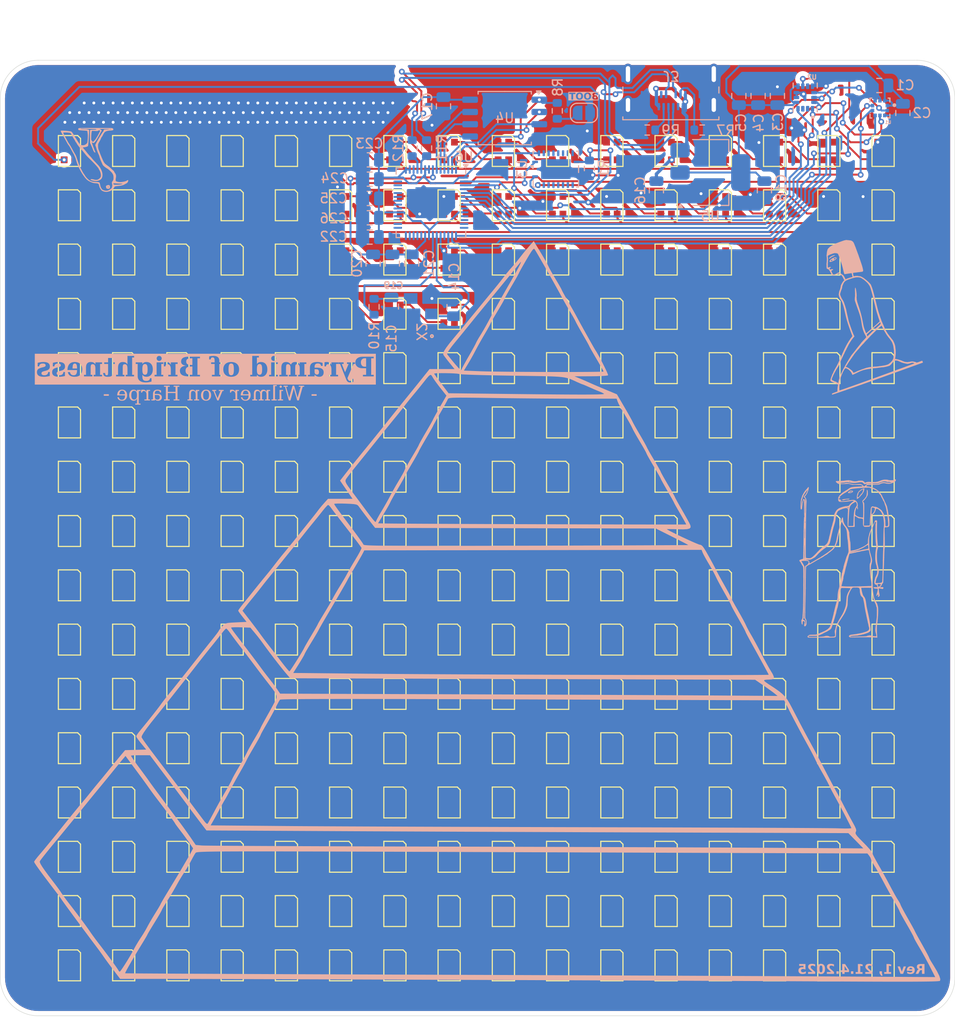
<source format=kicad_pcb>
(kicad_pcb (version 20241229) (generator "pcbnew") (generator_version "9.0")
  (layers (0 "F.Cu" signal) (2 "B.Cu" signal) (13 "F.Paste" user) (15 "B.Paste" user) (5 "F.SilkS" user "F.Silkscreen") (7 "B.SilkS" user "B.Silkscreen") (1 "F.Mask" user) (3 "B.Mask" user) (25 "Edge.Cuts" user))
  (net 0 "")
  (net 1 "GND")
  (net 2 "+3V3")
  (net 3 "/XIN")
  (net 4 "Net-(C15-Pad2)")
  (net 5 "+5V")
  (net 6 "+1V1")
  (net 7 "/LED_DATA")
  (net 8 "Net-(L1001-DOUT)")
  (net 9 "Net-(L1002-DOUT)")
  (net 10 "Net-(L1003-DOUT)")
  (net 11 "Net-(L1004-DOUT)")
  (net 12 "Net-(L1005-DOUT)")
  (net 13 "Net-(L1006-DOUT)")
  (net 14 "Net-(L1007-DOUT)")
  (net 15 "Net-(L1008-DOUT)")
  (net 16 "Net-(L1009-DOUT)")
  (net 17 "/USB D-")
  (net 18 "/USB D+")
  (net 19 "Net-(J3-CC1)")
  (net 20 "Net-(J3-CC2)")
  (net 21 "/USB_BOOT")
  (net 22 "/OE_SIGNAL")
  (net 23 "/QSPI_SS")
  (net 24 "/XOUT")
  (net 25 "SPI_BARO_CP")
  (net 26 "BARO_INT")
  (net 27 "SPI_SCK")
  (net 28 "SPI_MOSI")
  (net 29 "SPI_MISO")
  (net 33 "GYRO_INT2")
  (net 34 "SPI_GYRO_CP")
  (net 35 "GYRO_INT")
  (net 39 "Net-(U3-A1)")
  (net 51 "/QSPI_SD0")
  (net 52 "/QSPI_SD1")
  (net 53 "/QSPI_SCLK")
  (net 54 "/QSPI_SD2")
  (net 55 "/QSPI_SD3")
  (net 79 "Net-(L1010-DOUT)")
  (net 80 "Net-(L1011-DOUT)")
  (net 81 "Net-(L1012-DOUT)")
  (net 82 "Net-(L1013-DOUT)")
  (net 83 "Net-(L1014-DOUT)")
  (net 84 "Net-(L1015-DOUT)")
  (net 85 "/Neopixel MATRIX/1")
  (net 86 "Net-(L1017-DOUT)")
  (net 87 "Net-(L1018-DOUT)")
  (net 88 "Net-(L1019-DOUT)")
  (net 89 "Net-(L1020-DOUT)")
  (net 90 "Net-(L1021-DOUT)")
  (net 91 "Net-(L1022-DOUT)")
  (net 92 "Net-(L1023-DOUT)")
  (net 93 "Net-(L1024-DOUT)")
  (net 94 "Net-(L1025-DOUT)")
  (net 95 "Net-(L1026-DOUT)")
  (net 96 "Net-(L1027-DOUT)")
  (net 97 "Net-(L1028-DOUT)")
  (net 98 "Net-(L1029-DOUT)")
  (net 99 "Net-(L1030-DOUT)")
  (net 100 "Net-(L1031-DOUT)")
  (net 101 "/Neopixel MATRIX/2")
  (net 102 "Net-(L1033-DOUT)")
  (net 103 "Net-(L1034-DOUT)")
  (net 104 "Net-(L1035-DOUT)")
  (net 105 "Net-(L1036-DOUT)")
  (net 106 "Net-(L1037-DOUT)")
  (net 107 "Net-(L1038-DOUT)")
  (net 108 "Net-(L1039-DOUT)")
  (net 109 "Net-(L1040-DOUT)")
  (net 110 "Net-(L1041-DOUT)")
  (net 111 "Net-(L1042-DOUT)")
  (net 112 "Net-(L1043-DOUT)")
  (net 113 "Net-(L1044-DOUT)")
  (net 114 "Net-(L1045-DOUT)")
  (net 115 "Net-(L1046-DOUT)")
  (net 116 "Net-(L1047-DOUT)")
  (net 117 "/Neopixel MATRIX/3")
  (net 118 "Net-(L1049-DOUT)")
  (net 119 "Net-(L1050-DOUT)")
  (net 120 "Net-(L1051-DOUT)")
  (net 121 "Net-(L1052-DOUT)")
  (net 122 "Net-(L1053-DOUT)")
  (net 123 "Net-(L1054-DOUT)")
  (net 124 "Net-(L1055-DOUT)")
  (net 125 "Net-(L1056-DOUT)")
  (net 126 "Net-(L1057-DOUT)")
  (net 127 "Net-(L1058-DOUT)")
  (net 128 "Net-(L1059-DOUT)")
  (net 129 "Net-(L1060-DOUT)")
  (net 130 "Net-(L1061-DOUT)")
  (net 131 "Net-(L1062-DOUT)")
  (net 132 "Net-(L1063-DOUT)")
  (net 133 "/Neopixel MATRIX/4")
  (net 134 "Net-(L1065-DOUT)")
  (net 135 "Net-(L1066-DOUT)")
  (net 136 "Net-(L1067-DOUT)")
  (net 137 "Net-(L1068-DOUT)")
  (net 138 "Net-(L1069-DOUT)")
  (net 139 "Net-(L1070-DOUT)")
  (net 140 "Net-(L1071-DOUT)")
  (net 141 "Net-(L1072-DOUT)")
  (net 142 "Net-(L1073-DOUT)")
  (net 143 "Net-(L1074-DOUT)")
  (net 144 "Net-(L1075-DOUT)")
  (net 145 "Net-(L1076-DOUT)")
  (net 146 "Net-(L1077-DOUT)")
  (net 147 "Net-(L1078-DOUT)")
  (net 148 "Net-(L1079-DOUT)")
  (net 149 "/Neopixel MATRIX/5")
  (net 150 "Net-(L1081-DOUT)")
  (net 151 "Net-(L1082-DOUT)")
  (net 152 "Net-(L1083-DOUT)")
  (net 153 "Net-(L1084-DOUT)")
  (net 154 "Net-(L1085-DOUT)")
  (net 155 "Net-(L1086-DOUT)")
  (net 156 "Net-(L1087-DOUT)")
  (net 157 "Net-(L1088-DOUT)")
  (net 158 "Net-(L1089-DOUT)")
  (net 159 "Net-(L1090-DOUT)")
  (net 160 "Net-(L1091-DOUT)")
  (net 161 "Net-(L1092-DOUT)")
  (net 162 "Net-(L1093-DOUT)")
  (net 163 "Net-(L1094-DOUT)")
  (net 164 "Net-(L1095-DOUT)")
  (net 165 "/Neopixel MATRIX/6")
  (net 166 "/Neopixel MATRIX/13")
  (net 167 "Net-(L1097-DOUT)")
  (net 168 "Net-(L1098-DOUT)")
  (net 169 "Net-(L1099-DOUT)")
  (net 170 "Net-(L1100-DOUT)")
  (net 171 "Net-(L1101-DOUT)")
  (net 172 "Net-(L1102-DOUT)")
  (net 173 "Net-(L1103-DOUT)")
  (net 174 "Net-(L1104-DOUT)")
  (net 175 "Net-(L1105-DOUT)")
  (net 176 "Net-(L1106-DOUT)")
  (net 177 "Net-(L1107-DOUT)")
  (net 178 "Net-(L1108-DOUT)")
  (net 179 "Net-(L1109-DOUT)")
  (net 180 "Net-(L1110-DOUT)")
  (net 181 "Net-(L1111-DOUT)")
  (net 182 "/Neopixel MATRIX/7")
  (net 183 "/Neopixel MATRIX/14")
  (net 184 "Net-(L1113-DOUT)")
  (net 185 "Net-(L1114-DOUT)")
  (net 186 "Net-(L1115-DOUT)")
  (net 187 "Net-(L1116-DOUT)")
  (net 188 "Net-(L1117-DOUT)")
  (net 189 "Net-(L1118-DOUT)")
  (net 190 "Net-(L1119-DOUT)")
  (net 191 "Net-(L1120-DOUT)")
  (net 192 "Net-(L1121-DOUT)")
  (net 193 "Net-(L1122-DOUT)")
  (net 194 "Net-(L1123-DOUT)")
  (net 195 "Net-(L1124-DOUT)")
  (net 196 "Net-(L1125-DOUT)")
  (net 197 "Net-(L1126-DOUT)")
  (net 198 "Net-(L1127-DOUT)")
  (net 199 "/Neopixel MATRIX/8")
  (net 200 "Net-(L1129-DOUT)")
  (net 201 "/Neopixel MATRIX/15")
  (net 202 "Net-(L1130-DOUT)")
  (net 203 "Net-(L1131-DOUT)")
  (net 204 "Net-(L1132-DOUT)")
  (net 205 "Net-(L1133-DOUT)")
  (net 206 "Net-(L1134-DOUT)")
  (net 207 "Net-(L1135-DOUT)")
  (net 208 "Net-(L1136-DOUT)")
  (net 209 "Net-(L1137-DOUT)")
  (net 210 "Net-(L1138-DOUT)")
  (net 211 "Net-(L1139-DOUT)")
  (net 212 "Net-(L1140-DOUT)")
  (net 213 "Net-(L1141-DOUT)")
  (net 214 "Net-(L1142-DOUT)")
  (net 215 "Net-(L1143-DOUT)")
  (net 216 "/Neopixel MATRIX/9")
  (net 217 "Net-(L1145-DOUT)")
  (net 218 "/USBR_D+")
  (net 219 "Net-(L1146-DOUT)")
  (net 220 "Net-(L1147-DOUT)")
  (net 221 "Net-(L1148-DOUT)")
  (net 222 "Net-(L1149-DOUT)")
  (net 223 "Net-(L1150-DOUT)")
  (net 224 "Net-(L1151-DOUT)")
  (net 225 "Net-(L1152-DOUT)")
  (net 226 "Net-(L1153-DOUT)")
  (net 227 "Net-(L1154-DOUT)")
  (net 228 "Net-(L1155-DOUT)")
  (net 229 "Net-(L1156-DOUT)")
  (net 230 "Net-(L1157-DOUT)")
  (net 231 "Net-(L1158-DOUT)")
  (net 232 "Net-(L1159-DOUT)")
  (net 233 "/Neopixel MATRIX/10")
  (net 234 "Net-(L1161-DOUT)")
  (net 235 "/USBR_D-")
  (net 236 "Net-(L1162-DOUT)")
  (net 237 "Net-(L1163-DOUT)")
  (net 238 "Net-(L1164-DOUT)")
  (net 239 "Net-(L1165-DOUT)")
  (net 240 "Net-(L1166-DOUT)")
  (net 241 "Net-(L1167-DOUT)")
  (net 242 "Net-(L1168-DOUT)")
  (net 243 "Net-(L1169-DOUT)")
  (net 244 "Net-(L1170-DOUT)")
  (net 245 "Net-(L1171-DOUT)")
  (net 246 "Net-(L1172-DOUT)")
  (net 247 "Net-(L1173-DOUT)")
  (net 248 "Net-(L1174-DOUT)")
  (net 249 "Net-(L1175-DOUT)")
  (net 250 "/Neopixel MATRIX/11")
  (net 251 "Net-(L1177-DOUT)")
  (net 252 "Net-(L1178-DOUT)")
  (net 253 "Net-(L1179-DOUT)")
  (net 254 "Net-(L1180-DOUT)")
  (net 255 "Net-(L1181-DOUT)")
  (net 256 "Net-(L1182-DOUT)")
  (net 257 "Net-(L1183-DOUT)")
  (net 258 "Net-(L1184-DOUT)")
  (net 259 "Net-(L1185-DOUT)")
  (net 260 "Net-(L1186-DOUT)")
  (net 261 "Net-(L1187-DOUT)")
  (net 262 "Net-(L1188-DOUT)")
  (net 263 "Net-(L1189-DOUT)")
  (net 264 "Net-(L1190-DOUT)")
  (net 265 "Net-(L1191-DOUT)")
  (net 266 "/Neopixel MATRIX/12")
  (net 267 "Net-(L1193-DOUT)")
  (net 268 "Net-(L1194-DOUT)")
  (net 269 "Net-(L1195-DOUT)")
  (net 270 "Net-(L1196-DOUT)")
  (net 271 "Net-(L1197-DOUT)")
  (net 272 "Net-(L1198-DOUT)")
  (net 273 "Net-(L1199-DOUT)")
  (net 274 "Net-(L1200-DOUT)")
  (net 275 "Net-(L1201-DOUT)")
  (net 276 "Net-(L1202-DOUT)")
  (net 277 "Net-(L1203-DOUT)")
  (net 278 "Net-(L1204-DOUT)")
  (net 279 "Net-(L1205-DOUT)")
  (net 280 "Net-(L1206-DOUT)")
  (net 281 "Net-(L1207-DOUT)")
  (net 282 "Net-(L1209-DOUT)")
  (net 283 "Net-(L1210-DOUT)")
  (net 284 "Net-(L1211-DOUT)")
  (net 285 "Net-(L1212-DOUT)")
  (net 286 "Net-(L1213-DOUT)")
  (net 287 "Net-(L1214-DOUT)")
  (net 288 "Net-(L1215-DOUT)")
  (net 289 "Net-(L1216-DOUT)")
  (net 290 "Net-(L1217-DOUT)")
  (net 291 "Net-(L1218-DOUT)")
  (net 292 "Net-(L1219-DOUT)")
  (net 293 "Net-(L1220-DOUT)")
  (net 294 "Net-(L1221-DOUT)")
  (net 295 "Net-(L1222-DOUT)")
  (net 296 "Net-(L1223-DOUT)")
  (net 297 "Net-(L1225-DOUT)")
  (net 298 "Net-(L1226-DOUT)")
  (net 299 "Net-(L1227-DOUT)")
  (net 300 "Net-(L1228-DOUT)")
  (net 301 "Net-(L1229-DOUT)")
  (net 302 "Net-(L1230-DOUT)")
  (net 303 "Net-(L1231-DOUT)")
  (net 304 "Net-(L1232-DOUT)")
  (net 305 "Net-(L1233-DOUT)")
  (net 306 "Net-(L1234-DOUT)")
  (net 307 "Net-(L1235-DOUT)")
  (net 308 "Net-(L1236-DOUT)")
  (net 309 "Net-(L1237-DOUT)")
  (net 310 "Net-(L1238-DOUT)")
  (net 311 "Net-(L1239-DOUT)")
  (net 312 "Net-(L1241-DOUT)")
  (net 313 "Net-(L1242-DOUT)")
  (net 314 "Net-(L1243-DOUT)")
  (net 315 "Net-(L1244-DOUT)")
  (net 316 "Net-(L1245-DOUT)")
  (net 317 "Net-(L1246-DOUT)")
  (net 318 "Net-(L1247-DOUT)")
  (net 319 "Net-(L1248-DOUT)")
  (net 320 "Net-(L1249-DOUT)")
  (net 321 "Net-(L1250-DOUT)")
  (net 322 "Net-(L1251-DOUT)")
  (net 323 "Net-(L1252-DOUT)")
  (net 324 "Net-(L1253-DOUT)")
  (net 325 "Net-(L1254-DOUT)")
  (net 326 "Net-(L1255-DOUT)")
  (net 327 "unconnected-(L1256-DOUT-Pad1)")
  (footprint "LED_SMD:LED_WS2812B-2020_PLCC4_2.0x2.0mm" (layer "F.Cu") (at 108.4275 116.275 -90)
    (property "Reference" "L1202" (hide yes))
    (property "Value" "WS2812B-2020")
  )
  (footprint "LED_SMD:LED_WS2812B-2020_PLCC4_2.0x2.0mm" (layer "F.Cu") (at 69.0525 82.525 -90)
    (property "Reference" "L1099" (hide yes))
    (property "Value" "WS2812B-2020")
  )
  (footprint "LED_SMD:LED_WS2812B-2020_PLCC4_2.0x2.0mm" (layer "F.Cu") (at 136.5525 65.65 -90)
    (property "Reference" "L1063" (hide yes))
    (property "Value" "WS2812B-2020")
  )
  (footprint "LED_SMD:LED_WS2812B-2020_PLCC4_2.0x2.0mm" (layer "F.Cu") (at 130.9275 99.4 -90)
    (property "Reference" "L1158" (hide yes))
    (property "Value" "WS2812B-2020")
  )
  (footprint "LED_SMD:LED_WS2812B-2020_PLCC4_2.0x2.0mm" (layer "F.Cu") (at 63.4275 116.275 -90)
    (property "Reference" "L1194" (hide yes))
    (property "Value" "WS2812B-2020")
  )
  (footprint "LED_SMD:LED_WS2812B-2020_PLCC4_2.0x2.0mm" (layer "F.Cu") (at 125.3025 76.9 -90)
    (property "Reference" "L1093" (hide yes))
    (property "Value" "WS2812B-2020")
  )
  (footprint "LED_SMD:LED_WS2812B-2020_PLCC4_2.0x2.0mm" (layer "F.Cu") (at 85.9275 93.775 -90)
    (property "Reference" "L1134" (hide yes))
    (property "Value" "WS2812B-2020")
  )
  (footprint "LED_SMD:LED_WS2812B-2020_PLCC4_2.0x2.0mm" (layer "F.Cu") (at 136.5525 110.65 -90)
    (property "Reference" "L1191" (hide yes))
    (property "Value" "WS2812B-2020")
  )
  (footprint "LED_SMD:LED_WS2812B-2020_PLCC4_2.0x2.0mm" (layer "F.Cu") (at 130.9275 93.775 -90)
    (property "Reference" "L1142" (hide yes))
    (property "Value" "WS2812B-2020")
  )
  (footprint "LED_SMD:LED_WS2812B-2020_PLCC4_2.0x2.0mm" (layer "F.Cu") (at 136.5525 105.025 -90)
    (property "Reference" "L1175" (hide yes))
    (property "Value" "WS2812B-2020")
  )
  (footprint "LED_SMD:LED_WS2812B-2020_PLCC4_2.0x2.0mm" (layer "F.Cu") (at 119.6775 60.025 -90)
    (property "Reference" "L1044" (hide yes))
    (property "Value" "WS2812B-2020")
  )
  (footprint "LED_SMD:LED_WS2812B-2020_PLCC4_2.0x2.0mm" (layer "F.Cu") (at 57.8025 116.275 -90)
    (property "Reference" "L1193" (hide yes))
    (property "Value" "WS2812B-2020")
  )
  (footprint "LED_SMD:LED_WS2812B-2020_PLCC4_2.0x2.0mm" (layer "F.Cu") (at 119.6775 76.9 -90)
    (property "Reference" "L1092" (hide yes))
    (property "Value" "WS2812B-2020")
  )
  (footprint "LED_SMD:LED_WS2812B-2020_PLCC4_2.0x2.0mm" (layer "F.Cu") (at 142.1775 71.275 -90)
    (property "Reference" "L1080" (hide yes))
    (property "Value" "WS2812B-2020")
  )
  (footprint "LED_SMD:LED_WS2812B-2020_PLCC4_2.0x2.0mm" (layer "F.Cu") (at 69.0525 105.025 -90)
    (property "Reference" "L1163" (hide yes))
    (property "Value" "WS2812B-2020")
  )
  (footprint "LED_SMD:LED_WS2812B-2020_PLCC4_2.0x2.0mm" (layer "F.Cu") (at 80.3025 54.4 -90)
    (property "Reference" "L1021" (hide yes))
    (property "Value" "WS2812B-2020")
  )
  (footprint "LED_SMD:LED_WS2812B-2020_PLCC4_2.0x2.0mm" (layer "F.Cu") (at 130.9275 76.9 -90)
    (property "Reference" "L1094" (hide yes))
    (property "Value" "WS2812B-2020")
  )
  (footprint "LED_SMD:LED_WS2812B-2020_PLCC4_2.0x2.0mm" (layer "F.Cu") (at 114.0525 116.275 -90)
    (property "Reference" "L1203" (hide yes))
    (property "Value" "WS2812B-2020")
  )
  (footprint "LED_SMD:LED_WS2812B-2020_PLCC4_2.0x2.0mm" (layer "F.Cu") (at 80.3025 105.025 -90)
    (property "Reference" "L1165" (hide yes))
    (property "Value" "WS2812B-2020")
  )
  (footprint "LED_SMD:LED_WS2812B-2020_PLCC4_2.0x2.0mm" (layer "F.Cu") (at 102.8025 116.275 -90)
    (property "Reference" "L1201" (hide yes))
    (property "Value" "WS2812B-2020")
  )
  (footprint "LED_SMD:LED_WS2812B-2020_PLCC4_2.0x2.0mm" (layer "F.Cu") (at 102.8025 48.775 -90)
    (property "Reference" "L1009" (hide yes))
    (property "Value" "WS2812B-2020")
  )
  (footprint "LED_SMD:LED_WS2812B-2020_PLCC4_2.0x2.0mm" (layer "F.Cu") (at 114.0525 60.025 -90)
    (property "Reference" "L1043" (hide yes))
    (property "Value" "WS2812B-2020")
  )
  (footprint "LED_SMD:LED_WS2812B-2020_PLCC4_2.0x2.0mm" (layer "F.Cu") (at 74.6775 76.9 -90)
    (property "Reference" "L1084" (hide yes))
    (property "Value" "WS2812B-2020")
  )
  (footprint "LED_SMD:LED_WS2812B-2020_PLCC4_2.0x2.0mm" (layer "F.Cu") (at 102.8025 76.9 -90)
    (property "Reference" "L1089" (hide yes))
    (property "Value" "WS2812B-2020")
  )
  (footprint "LED_SMD:LED_WS2812B-2020_PLCC4_2.0x2.0mm" (layer "F.Cu") (at 97.1775 82.525 -90)
    (property "Reference" "L1104" (hide yes))
    (property "Value" "WS2812B-2020")
  )
  (footprint "LED_SMD:LED_WS2812B-2020_PLCC4_2.0x2.0mm" (layer "F.Cu") (at 130.9275 127.525 -90)
    (property "Reference" "L1238" (hide yes))
    (property "Value" "WS2812B-2020")
  )
  (footprint "LED_SMD:LED_WS2812B-2020_PLCC4_2.0x2.0mm" (layer "F.Cu") (at 142.1775 48.775 -90)
    (property "Reference" "L1016" (hide yes))
    (property "Value" "WS2812B-2020")
  )
  (footprint "LED_SMD:LED_WS2812B-2020_PLCC4_2.0x2.0mm" (layer "F.Cu") (at 142.1775 82.525 -90)
    (property "Reference" "L1112" (hide yes))
    (property "Value" "WS2812B-2020")
  )
  (footprint "LED_SMD:LED_WS2812B-2020_PLCC4_2.0x2.0mm" (layer "F.Cu") (at 85.9275 121.9 -90)
    (property "Reference" "L1214" (hide yes))
    (property "Value" "WS2812B-2020")
  )
  (footprint "LED_SMD:LED_WS2812B-2020_PLCC4_2.0x2.0mm" (layer "F.Cu") (at 97.1775 93.775 -90)
    (property "Reference" "L1136" (hide yes))
    (property "Value" "WS2812B-2020")
  )
  (footprint "LED_SMD:LED_WS2812B-2020_PLCC4_2.0x2.0mm" (layer "F.Cu") (at 142.1775 127.525 -90)
    (property "Reference" "L1240" (hide yes))
    (property "Value" "WS2812B-2020")
  )
  (footprint "LED_SMD:LED_WS2812B-2020_PLCC4_2.0x2.0mm" (layer "F.Cu") (at 91.5525 65.65 -90)
    (property "Reference" "L1055" (hide yes))
    (property "Value" "WS2812B-2020")
  )
  (footprint "LED_SMD:LED_WS2812B-2020_PLCC4_2.0x2.0mm" (layer "F.Cu") (at 114.0525 105.025 -90)
    (property "Reference" "L1171" (hide yes))
    (property "Value" "WS2812B-2020")
  )
  (footprint "LED_SMD:LED_WS2812B-2020_PLCC4_2.0x2.0mm" (layer "F.Cu") (at 125.3025 127.525 -90)
    (property "Reference" "L1237" (hide yes))
    (property "Value" "WS2812B-2020")
  )
  (footprint "LED_SMD:LED_WS2812B-2020_PLCC4_2.0x2.0mm" (layer "F.Cu") (at 119.6775 121.9 -90)
    (property "Reference" "L1220" (hide yes))
    (property "Value" "WS2812B-2020")
  )
  (footprint "LED_SMD:LED_WS2812B-2020_PLCC4_2.0x2.0mm" (layer "F.Cu") (at 125.3025 88.15 -90)
    (property "Reference" "L1125" (hide yes))
    (property "Value" "WS2812B-2020")
  )
  (footprint "LED_SMD:LED_WS2812B-2020_PLCC4_2.0x2.0mm" (layer "F.Cu") (at 142.1775 88.15 -90)
    (property "Reference" "L1128" (hide yes))
    (property "Value" "WS2812B-2020")
  )
  (footprint "LED_SMD:LED_WS2812B-2020_PLCC4_2.0x2.0mm" (layer "F.Cu") (at 130.9275 121.9 -90)
    (property "Reference" "L1222" (hide yes))
    (property "Value" "WS2812B-2020")
  )
  (footprint "LED_SMD:LED_WS2812B-2020_PLCC4_2.0x2.0mm" (layer "F.Cu") (at 91.5525 48.775 -90)
    (property "Reference" "L1007" (hide yes))
    (property "Value" "WS2812B-2020")
  )
  (footprint "LED_SMD:LED_WS2812B-2020_PLCC4_2.0x2.0mm" (layer "F.Cu") (at 63.4275 105.025 -90)
    (property "Reference" "L1162" (hide yes))
    (property "Value" "WS2812B-2020")
  )
  (footprint "LED_SMD:LED_WS2812B-2020_PLCC4_2.0x2.0mm" (layer "F.Cu") (at 91.5525 76.9 -90)
    (property "Reference" "L1087" (hide yes))
    (property "Value" "WS2812B-2020")
  )
  (footprint "LED_SMD:LED_WS2812B-2020_PLCC4_2.0x2.0mm" (layer "F.Cu") (at 97.1775 65.65 -90)
    (property "Reference" "L1056" (hide yes))
    (property "Value" "WS2812B-2020")
  )
  (footprint "LED_SMD:LED_WS2812B-2020_PLCC4_2.0x2.0mm" (layer "F.Cu") (at 108.4275 93.775 -90)
    (property "Reference" "L1138" (hide yes))
    (property "Value" "WS2812B-2020")
  )
  (footprint "LED_SMD:LED_WS2812B-2020_PLCC4_2.0x2.0mm" (layer "F.Cu") (at 85.9275 82.525 -90)
    (property "Reference" "L1102" (hide yes))
    (property "Value" "WS2812B-2020")
  )
  (footprint "LED_SMD:LED_WS2812B-2020_PLCC4_2.0x2.0mm" (layer "F.Cu") (at 108.4275 60.025 -90)
    (property "Reference" "L1042" (hide yes))
    (property "Value" "WS2812B-2020")
  )
  (footprint "LED_SMD:LED_WS2812B-2020_PLCC4_2.0x2.0mm" (layer "F.Cu") (at 69.0525 99.4 -90)
    (property "Reference" "L1147" (hide yes))
    (property "Value" "WS2812B-2020")
  )
  (footprint "LED_SMD:LED_WS2812B-2020_PLCC4_2.0x2.0mm" (layer "F.Cu") (at 69.0525 116.275 -90)
    (property "Reference" "L1195" (hide yes))
    (property "Value" "WS2812B-2020")
  )
  (footprint "LED_SMD:LED_WS2812B-2020_PLCC4_2.0x2.0mm" (layer "F.Cu") (at 136.5525 60.025 -90)
    (property "Reference" "L1047" (hide yes))
    (property "Value" "WS2812B-2020")
  )
  (footprint "LED_SMD:LED_WS2812B-2020_PLCC4_2.0x2.0mm" (layer "F.Cu") (at 102.8025 93.775 -90)
    (property "Reference" "L1137" (hide yes))
    (property "Value" "WS2812B-2020")
  )
  (footprint "LED_SMD:LED_WS2812B-2020_PLCC4_2.0x2.0mm" (layer "F.Cu") (at 108.4275 133.15 -90)
    (property "Reference" "L1250" (hide yes))
    (property "Value" "WS2812B-2020")
  )
  (footprint "LED_SMD:LED_WS2812B-2020_PLCC4_2.0x2.0mm" (layer "F.Cu") (at 80.3025 76.9 -90)
    (property "Reference" "L1085" (hide yes))
    (property "Value" "WS2812B-2020")
  )
  (footprint "LED_SMD:LED_WS2812B-2020_PLCC4_2.0x2.0mm" (layer "F.Cu") (at 69.0525 121.9 -90)
    (property "Reference" "L1211" (hide yes))
    (property "Value" "WS2812B-2020")
  )
  (footprint "LED_SMD:LED_WS2812B-2020_PLCC4_2.0x2.0mm" (layer "F.Cu") (at 142.1775 110.65 -90)
    (property "Reference" "L1192" (hide yes))
    (property "Value" "WS2812B-2020")
  )
  (footprint "LED_SMD:LED_WS2812B-2020_PLCC4_2.0x2.0mm" (layer "F.Cu") (at 57.8025 48.775 -90)
    (property "Reference" "L1001" (hide yes))
    (property "Value" "WS2812B-2020")
  )
  (footprint "LED_SMD:LED_WS2812B-2020_PLCC4_2.0x2.0mm" (layer "F.Cu") (at 91.5525 54.4 -90)
    (property "Reference" "L1023" (hide yes))
    (property "Value" "WS2812B-2020")
  )
  (footprint "LED_SMD:LED_WS2812B-2020_PLCC4_2.0x2.0mm" (layer "F.Cu") (at 74.6775 60.025 -90)
    (property "Reference" "L1036" (hide yes))
    (property "Value" "WS2812B-2020")
  )
  (footprint "LED_SMD:LED_WS2812B-2020_PLCC4_2.0x2.0mm" (layer "F.Cu") (at 85.9275 48.775 -90)
    (property "Reference" "L1006" (hide yes))
    (property "Value" "WS2812B-2020")
  )
  (footprint "LED_SMD:LED_WS2812B-2020_PLCC4_2.0x2.0mm" (layer "F.Cu") (at 119.6775 65.65 -90)
    (property "Reference" "L1060" (hide yes))
    (property "Value" "WS2812B-2020")
  )
  (footprint "LED_SMD:LED_WS2812B-2020_PLCC4_2.0x2.0mm" (layer "F.Cu") (at 85.9275 54.4 -90)
    (property "Reference" "L1022" (hide yes))
    (property "Value" "WS2812B-2020")
  )
  (footprint "LED_SMD:LED_WS2812B-2020_PLCC4_2.0x2.0mm" (layer "F.Cu") (at 57.8025 82.525 -90)
    (property "Reference" "L1097" (hide yes))
    (property "Value" "WS2812B-2020")
  )
  (footprint "LED_SMD:LED_WS2812B-2020_PLCC4_2.0x2.0mm" (layer "F.Cu") (at 142.1775 60.025 -90)
    (property "Reference" "L1048" (hide yes))
    (property "Value" "WS2812B-2020")
  )
  (footprint "LED_SMD:LED_WS2812B-2020_PLCC4_2.0x2.0mm" (layer "F.Cu") (at 130.9275 116.275 -90)
    (property "Reference" "L1206" (hide yes))
    (property "Value" "WS2812B-2020")
  )
  (footprint "LED_SMD:LED_WS2812B-2020_PLCC4_2.0x2.0mm" (layer "F.Cu") (at 119.6775 82.525 -90)
    (property "Reference" "L1108" (hide yes))
    (property "Value" "WS2812B-2020")
  )
  (footprint "LED_SMD:LED_WS2812B-2020_PLCC4_2.0x2.0mm" (layer "F.Cu") (at 102.8025 110.65 -90)
    (property "Reference" "L1185" (hide yes))
    (property "Value" "WS2812B-2020")
  )
  (footprint "LED_SMD:LED_WS2812B-2020_PLCC4_2.0x2.0mm" (layer "F.Cu") (at 119.6775 116.275 -90)
    (property "Reference" "L1204" (hide yes))
    (property "Value" "WS2812B-2020")
  )
  (footprint "LED_SMD:LED_WS2812B-2020_PLCC4_2.0x2.0mm" (layer "F.Cu") (at 69.0525 48.775 -90)
    (property "Reference" "L1003" (hide yes))
    (property "Value" "WS2812B-2020")
  )
  (footprint "LED_SMD:LED_WS2812B-2020_PLCC4_2.0x2.0mm" (layer "F.Cu") (at 130.9275 54.4 -90)
    (property "Reference" "L1030" (hide yes))
    (property "Value" "WS2812B-2020")
  )
  (footprint "LED_SMD:LED_WS2812B-2020_PLCC4_2.0x2.0mm" (layer "F.Cu") (at 108.4275 82.525 -90)
    (property "Reference" "L1106" (hide yes))
    (property "Value" "WS2812B-2020")
  )
  (footprint "LED_SMD:LED_WS2812B-2020_PLCC4_2.0x2.0mm" (layer "F.Cu") (at 119.6775 54.4 -90)
    (property "Reference" "L1028" (hide yes))
    (property "Value" "WS2812B-2020")
  )
  (footprint "LED_SMD:LED_WS2812B-2020_PLCC4_2.0x2.0mm" (layer "F.Cu") (at 97.1775 71.275 -90)
    (property "Reference" "L1072" (hide yes))
    (property "Value" "WS2812B-2020")
  )
  (footprint "LED_SMD:LED_WS2812B-2020_PLCC4_2.0x2.0mm" (layer "F.Cu") (at 74.6775 48.775 -90)
    (property "Reference" "L1004" (hide yes))
    (property "Value" "WS2812B-2020")
  )
  (footprint "LED_SMD:LED_WS2812B-2020_PLCC4_2.0x2.0mm" (layer "F.Cu") (at 80.3025 127.525 -90)
    (property "Reference" "L1229" (hide yes))
    (property "Value" "WS2812B-2020")
  )
  (footprint "LED_SMD:LED_WS2812B-2020_PLCC4_2.0x2.0mm" (layer "F.Cu") (at 114.0525 127.525 -90)
    (property "Reference" "L1235" (hide yes))
    (property "Value" "WS2812B-2020")
  )
  (footprint "LED_SMD:LED_WS2812B-2020_PLCC4_2.0x2.0mm" (layer "F.Cu") (at 57.8025 88.15 -90)
    (property "Reference" "L1113" (hide yes))
    (property "Value" "WS2812B-2020")
  )
  (footprint "LED_SMD:LED_WS2812B-2020_PLCC4_2.0x2.0mm" (layer "F.Cu") (at 85.9275 60.025 -90)
    (property "Reference" "L1038" (hide yes))
    (property "Value" "WS2812B-2020")
  )
  (footprint "LED_SMD:LED_WS2812B-2020_PLCC4_2.0x2.0mm" (layer "F.Cu") (at 69.0525 110.65 -90)
    (property "Reference" "L1179" (hide yes))
    (property "Value" "WS2812B-2020")
  )
  (footprint "LED_SMD:LED_WS2812B-2020_PLCC4_2.0x2.0mm" (layer "F.Cu") (at 102.8025 121.9 -90)
    (property "Reference" "L1217" (hide yes))
    (property "Value" "WS2812B-2020")
  )
  (footprint "LED_SMD:LED_WS2812B-2020_PLCC4_2.0x2.0mm" (layer "F.Cu") (at 85.9275 116.275 -90)
    (property "Reference" "L1198" (hide yes))
    (property "Value" "WS2812B-2020")
  )
  (footprint "LED_SMD:LED_WS2812B-2020_PLCC4_2.0x2.0mm" (layer "F.Cu") (at 57.8025 110.65 -90)
    (property "Reference" "L1177" (hide yes))
    (property "Value" "WS2812B-2020")
  )
  (footprint "LED_SMD:LED_WS2812B-2020_PLCC4_2.0x2.0mm" (layer "F.Cu") (at 97.1775 121.9 -90)
    (property "Reference" "L1216" (hide yes))
    (property "Value" "WS2812B-2020")
  )
  (footprint "LED_SMD:LED_WS2812B-2020_PLCC4_2.0x2.0mm" (layer "F.Cu") (at 57.8025 60.025 -90)
    (property "Reference" "L1033" (hide yes))
    (property "Value" "WS2812B-2020")
  )
  (footprint "LED_SMD:LED_WS2812B-2020_PLCC4_2.0x2.0mm" (layer "F.Cu") (at 114.0525 93.775 -90)
    (property "Reference" "L1139" (hide yes))
    (property "Value" "WS2812B-2020")
  )
  (footprint "LED_SMD:LED_WS2812B-2020_PLCC4_2.0x2.0mm" (layer "F.Cu") (at 63.4275 71.275 -90)
    (property "Reference" "L1066" (hide yes))
    (property "Value" "WS2812B-2020")
  )
  (footprint "LED_SMD:LED_WS2812B-2020_PLCC4_2.0x2.0mm" (layer "F.Cu") (at 130.9275 65.65 -90)
    (property "Reference" "L1062" (hide yes))
    (property "Value" "WS2812B-2020")
  )
  (footprint "LED_SMD:LED_WS2812B-2020_PLCC4_2.0x2.0mm" (layer "F.Cu") (at 125.3025 99.4 -90)
    (property "Reference" "L1157" (hide yes))
    (property "Value" "WS2812B-2020")
  )
  (footprint "LED_SMD:LED_WS2812B-2020_PLCC4_2.0x2.0mm" (layer "F.Cu") (at 125.3025 121.9 -90)
    (property "Reference" "L1221" (hide yes))
    (property "Value" "WS2812B-2020")
  )
  (footprint "LED_SMD:LED_WS2812B-2020_PLCC4_2.0x2.0mm" (layer "F.Cu") (at 69.0525 127.525 -90)
    (property "Reference" "L1227" (hide yes))
    (property "Value" "WS2812B-2020")
  )
  (footprint "LED_SMD:LED_WS2812B-2020_PLCC4_2.0x2.0mm" (layer "F.Cu") (at 142.1775 65.65 -90)
    (property "Reference" "L1064" (hide yes))
    (property "Value" "WS2812B-2020")
  )
  (footprint "LED_SMD:LED_WS2812B-2020_PLCC4_2.0x2.0mm" (layer "F.Cu") (at 63.4275 127.525 -90)
    (property "Reference" "L1226" (hide yes))
    (property "Value" "WS2812B-2020")
  )
  (footprint "LED_SMD:LED_WS2812B-2020_PLCC4_2.0x2.0mm" (layer "F.Cu") (at 57.8025 54.4 -90)
    (property "Reference" "L1017" (hide yes))
    (property "Value" "WS2812B-2020")
  )
  (footprint "LED_SMD:LED_WS2812B-2020_PLCC4_2.0x2.0mm" (layer "F.Cu") (at 130.9275 71.275 -90)
    (property "Reference" "L1078" (hide yes))
    (property "Value" "WS2812B-2020")
  )
  (footprint "LED_SMD:LED_WS2812B-2020_PLCC4_2.0x2.0mm" (layer "F.Cu") (at 85.9275 110.65 -90)
    (property "Reference" "L1182" (hide yes))
    (property "Value" "WS2812B-2020")
  )
  (footprint "LED_SMD:LED_WS2812B-2020_PLCC4_2.0x2.0mm" (layer "F.Cu") (at 74.6775 99.4 -90)
    (property "Reference" "L1148" (hide yes))
    (property "Value" "WS2812B-2020")
  )
  (footprint "LED_SMD:LED_WS2812B-2020_PLCC4_2.0x2.0mm" (layer "F.Cu") (at 85.9275 71.275 -90)
    (property "Reference" "L1070" (hide yes))
    (property "Value" "WS2812B-2020")
  )
  (footprint "LED_SMD:LED_WS2812B-2020_PLCC4_2.0x2.0mm" (layer "F.Cu") (at 57.8025 105.025 -90)
    (property "Reference" "L1161" (hide yes))
    (property "Value" "WS2812B-2020")
  )
  (footprint "LED_SMD:LED_WS2812B-2020_PLCC4_2.0x2.0mm" (layer "F.Cu") (at 125.3025 110.65 -90)
    (property "Reference" "L1189" (hide yes))
    (property "Value" "WS2812B-2020")
  )
  (footprint "LED_SMD:LED_WS2812B-2020_PLCC4_2.0x2.0mm" (layer "F.Cu") (at 74.6775 133.15 -90)
    (property "Reference" "L1244" (hide yes))
    (property "Value" "WS2812B-2020")
  )
  (footprint "LED_SMD:LED_WS2812B-2020_PLCC4_2.0x2.0mm" (layer "F.Cu") (at 57.8025 71.275 -90)
    (property "Reference" "L1065" (hide yes))
    (property "Value" "WS2812B-2020")
  )
  (footprint "LED_SMD:LED_WS2812B-2020_PLCC4_2.0x2.0mm" (layer "F.Cu") (at 125.3025 93.775 -90)
    (property "Reference" "L1141" (hide yes))
    (property "Value" "WS2812B-2020")
  )
  (footprint "LED_SMD:LED_WS2812B-2020_PLCC4_2.0x2.0mm" (layer "F.Cu") (at 108.4275 121.9 -90)
    (property "Reference" "L1218" (hide yes))
    (property "Value" "WS2812B-2020")
  )
  (footprint "LED_SMD:LED_WS2812B-2020_PLCC4_2.0x2.0mm" (layer "F.Cu") (at 74.6775 71.275 -90)
    (property "Reference" "L1068" (hide yes))
    (property "Value" "WS2812B-2020")
  )
  (footprint "LED_SMD:LED_WS2812B-2020_PLCC4_2.0x2.0mm" (layer "F.Cu") (at 125.3025 71.275 -90)
    (property "Reference" "L1077" (hide yes))
    (property "Value" "WS2812B-2020")
  )
  (footprint "LED_SMD:LED_WS2812B-2020_PLCC4_2.0x2.0mm" (layer "F.Cu") (at 114.0525 88.15 -90)
    (property "Reference" "L1123" (hide yes))
    (property "Value" "WS2812B-2020")
  )
  (footprint "LED_SMD:LED_WS2812B-2020_PLCC4_2.0x2.0mm" (layer "F.Cu") (at 136.5525 127.525 -90)
    (property "Reference" "L1239" (hide yes))
    (property "Value" "WS2812B-2020")
  )
  (footprint "LED_SMD:LED_WS2812B-2020_PLCC4_2.0x2.0mm" (layer "F.Cu") (at 136.5525 99.4 -90)
    (property "Reference" "L1159" (hide yes))
    (property "Value" "WS2812B-2020")
  )
  (footprint "LED_SMD:LED_WS2812B-2020_PLCC4_2.0x2.0mm" (layer "F.Cu") (at 136.5525 116.275 -90)
    (property "Reference" "L1207" (hide yes))
    (property "Value" "WS2812B-2020")
  )
  (footprint "LED_SMD:LED_WS2812B-2020_PLCC4_2.0x2.0mm" (layer "F.Cu") (at 114.0525 65.65 -90)
    (property "Reference" "L1059" (hide yes))
    (property "Value" "WS2812B-2020")
  )
  (footprint "LED_SMD:LED_WS2812B-2020_PLCC4_2.0x2.0mm" (layer "F.Cu") (at 130.9275 133.15 -90)
    (property "Reference" "L1254" (hide yes))
    (property "Value" "WS2812B-2020")
  )
  (footprint "LED_SMD:LED_WS2812B-2020_PLCC4_2.0x2.0mm" (layer "F.Cu") (at 91.5525 71.275 -90)
    (property "Reference" "L1071" (hide yes))
    (property "Value" "WS2812B-2020")
  )
  (footprint "LED_SMD:LED_WS2812B-2020_PLCC4_2.0x2.0mm" (layer "F.Cu") (at 97.1775 105.025 -90)
    (property "Reference" "L1168" (hide yes))
    (property "Value" "WS2812B-2020")
  )
  (footprint "LED_SMD:LED_WS2812B-2020_PLCC4_2.0x2.0mm" (layer "F.Cu") (at 136.5525 76.9 -90)
    (property "Reference" "L1095" (hide yes))
    (property "Value" "WS2812B-2020")
  )
  (footprint "LED_SMD:LED_WS2812B-2020_PLCC4_2.0x2.0mm" (layer "F.Cu") (at 119.6775 48.775 -90)
    (property "Reference" "L1012" (hide yes))
    (property "Value" "WS2812B-2020")
  )
  (footprint "LED_SMD:LED_WS2812B-2020_PLCC4_2.0x2.0mm" (layer "F.Cu") (at 91.5525 99.4 -90)
    (property "Reference" "L1151" (hide yes))
    (property "Value" "WS2812B-2020")
  )
  (footprint "LED_SMD:LED_WS2812B-2020_PLCC4_2.0x2.0mm" (layer "F.Cu") (at 108.4275 110.65 -90)
    (property "Reference" "L1186" (hide yes))
    (property "Value" "WS2812B-2020")
  )
  (footprint "LED_SMD:LED_WS2812B-2020_PLCC4_2.0x2.0mm" (layer "F.Cu") (at 142.1775 54.4 -90)
    (property "Reference" "L1032" (hide yes))
    (property "Value" "WS2812B-2020")
  )
  (footprint "LED_SMD:LED_WS2812B-2020_PLCC4_2.0x2.0mm" (layer "F.Cu") (at 130.9275 105.025 -90)
    (property "Reference" "L1174" (hide yes))
    (property "Value" "WS2812B-2020")
  )
  (footprint "LED_SMD:LED_WS2812B-2020_PLCC4_2.0x2.0mm" (layer "F.Cu") (at 102.8025 88.15 -90)
    (property "Reference" "L1121" (hide yes))
    (property "Value" "WS2812B-2020")
  )
  (footprint "LED_SMD:LED_WS2812B-2020_PLCC4_2.0x2.0mm" (layer "F.Cu") (at 136.5525 88.15 -90)
    (property "Reference" "L1127" (hide yes))
    (property "Value" "WS2812B-2020")
  )
  (footprint "LED_SMD:LED_WS2812B-2020_PLCC4_2.0x2.0mm" (layer "F.Cu") (at 119.6775 105.025 -90)
    (property "Reference" "L1172" (hide yes))
    (property "Value" "WS2812B-2020")
  )
  (footprint "LED_SMD:LED_WS2812B-2020_PLCC4_2.0x2.0mm" (layer "F.Cu") (at 80.3025 99.4 -90)
    (property "Reference" "L1149" (hide yes))
    (property "Value" "WS2812B-2020")
  )
  (footprint "LED_SMD:LED_WS2812B-2020_PLCC4_2.0x2.0mm" (layer "F.Cu") (at 142.1775 116.275 -90)
    (property "Reference" "L1208" (hide yes))
    (property "Value" "WS2812B-2020")
  )
  (footprint "LED_SMD:LED_WS2812B-2020_PLCC4_2.0x2.0mm" (layer "F.Cu") (at 119.6775 127.525 -90)
    (property "Reference" "L1236" (hide yes))
    (property "Value" "WS2812B-2020")
  )
  (footprint "LED_SMD:LED_WS2812B-2020_PLCC4_2.0x2.0mm" (layer "F.Cu") (at 125.3025 60.025 -90)
    (property "Reference" "L1045" (hide yes))
    (property "Value" "WS2812B-2020")
  )
  (footprint "LED_SMD:LED_WS2812B-2020_PLCC4_2.0x2.0mm" (layer "F.Cu") (at 136.5525 82.525 -90)
    (property "Reference" "L1111" (hide yes))
    (property "Value" "WS2812B-2020")
  )
  (footprint "LED_SMD:LED_WS2812B-2020_PLCC4_2.0x2.0mm" (layer "F.Cu") (at 108.4275 71.275 -90)
    (property "Reference" "L1074" (hide yes))
    (property "Value" "WS2812B-2020")
  )
  (footprint "LED_SMD:LED_WS2812B-2020_PLCC4_2.0x2.0mm" (layer "F.Cu") (at 91.5525 116.275 -90)
    (property "Reference" "L1199" (hide yes))
    (property "Value" "WS2812B-2020")
  )
  (footprint "LED_SMD:LED_WS2812B-2020_PLCC4_2.0x2.0mm" (layer "F.Cu") (at 91.5525 93.775 -90)
    (property "Reference" "L1135" (hide yes))
    (property "Value" "WS2812B-2020")
  )
  (footprint "LED_SMD:LED_WS2812B-2020_PLCC4_2.0x2.0mm" (layer "F.Cu") (at 74.6775 110.65 -90)
    (property "Reference" "L1180" (hide yes))
    (property "Value" "WS2812B-2020")
  )
  (footprint "LED_SMD:LED_WS2812B-2020_PLCC4_2.0x2.0mm" (layer "F.Cu") (at 97.1775 88.15 -90)
    (property "Reference" "L1120" (hide yes))
    (property "Value" "WS2812B-2020")
  )
  (footprint "LED_SMD:LED_WS2812B-2020_PLCC4_2.0x2.0mm" (layer "F.Cu") (at 125.3025 116.275 -90)
    (property "Reference" "L1205" (hide yes))
    (property "Value" "WS2812B-2020")
  )
  (footprint "LED_SMD:LED_WS2812B-2020_PLCC4_2.0x2.0mm" (layer "F.Cu") (at 85.9275 127.525 -90)
    (property "Reference" "L1230" (hide yes))
    (property "Value" "WS2812B-2020")
  )
  (footprint "LED_SMD:LED_WS2812B-2020_PLCC4_2.0x2.0mm" (layer "F.Cu") (at 63.4275 76.9 -90)
    (property "Reference" "L1082" (hide yes))
    (property "Value" "WS2812B-2020")
  )
  (footprint "LED_SMD:LED_WS2812B-2020_PLCC4_2.0x2.0mm" (layer "F.Cu") (at 130.9275 60.025 -90)
    (property "Reference" "L1046" (hide yes))
    (property "Value" "WS2812B-2020")
  )
  (footprint "LED_SMD:LED_WS2812B-2020_PLCC4_2.0x2.0mm" (layer "F.Cu") (at 57.8025 133.15 -90)
    (property "Reference" "L1241" (hide yes))
    (property "Value" "WS2812B-2020")
  )
  (footprint "LED_SMD:LED_WS2812B-2020_PLCC4_2.0x2.0mm" (layer "F.Cu") (at 108.4275 48.775 -90)
    (property "Reference" "L1010" (hide yes))
    (property "Value" "WS2812B-2020")
  )
  (footprint "LED_SMD:LED_WS2812B-2020_PLCC4_2.0x2.0mm" (layer "F.Cu") (at 91.5525 110.65 -90)
    (property "Reference" "L1183" (hide yes))
    (property "Value" "WS2812B-2020")
  )
  (footprint "LED_SMD:LED_WS2812B-2020_PLCC4_2.0x2.0mm" (layer "F.Cu") (at 80.3025 110.65 -90)
    (property "Reference" "L1181" (hide yes))
    (property "Value" "WS2812B-2020")
  )
  (footprint "LED_SMD:LED_WS2812B-2020_PLCC4_2.0x2.0mm" (layer "F.Cu") (at 136.5525 93.775 -90)
    (property "Reference" "L1143" (hide yes))
    (property "Value" "WS2812B-2020")
  )
  (footprint "LED_SMD:LED_WS2812B-2020_PLCC4_2.0x2.0mm" (layer "F.Cu") (at 102.8025 60.025 -90)
    (property "Reference" "L1041" (hide yes))
    (property "Value" "WS2812B-2020")
  )
  (footprint "LED_SMD:LED_WS2812B-2020_PLCC4_2.0x2.0mm" (layer "F.Cu") (at 63.4275 88.15 -90)
    (property "Reference" "L1114" (hide yes))
    (property "Value" "WS2812B-2020")
  )
  (footprint "LED_SMD:LED_WS2812B-2020_PLCC4_2.0x2.0mm" (layer "F.Cu") (at 119.6775 93.775 -90)
    (property "Reference" "L1140" (hide yes))
    (property "Value" "WS2812B-2020")
  )
  (footprint "LED_SMD:LED_WS2812B-2020_PLCC4_2.0x2.0mm" (layer "F.Cu") (at 80.3025 88.15 -90)
    (property "Reference" "L1117" (hide yes))
    (property "Value" "WS2812B-2020")
  )
  (footprint "LED_SMD:LED_WS2812B-2020_PLCC4_2.0x2.0mm" (layer "F.Cu") (at 63.4275 110.65 -90)
    (property "Reference" "L1178" (hide yes))
    (property "Value" "WS2812B-2020")
  )
  (footprint "LED_SMD:LED_WS2812B-2020_PLCC4_2.0x2.0mm" (layer "F.Cu") (at 97.1775 116.275 -90)
    (property "Reference" "L1200" (hide yes))
    (property "Value" "WS2812B-2020")
  )
  (footprint "LED_SMD:LED_WS2812B-2020_PLCC4_2.0x2.0mm" (layer "F.Cu") (at 102.8025 71.275 -90)
    (property "Reference" "L1073" (hide yes))
    (property "Value" "WS2812B-2020")
  )
  (footprint "LED_SMD:LED_WS2812B-2020_PLCC4_2.0x2.0mm" (layer "F.Cu") (at 91.5525 121.9 -90)
    (property "Reference" "L1215" (hide yes))
    (property "Value" "WS2812B-2020")
  )
  (footprint "LED_SMD:LED_WS2812B-2020_PLCC4_2.0x2.0mm" (layer "F.Cu") (at 119.6775 110.65 -90)
    (property "Reference" "L1188" (hide yes))
    (property "Value" "WS2812B-2020")
  )
  (footprint "LED_SMD:LED_WS2812B-2020_PLCC4_2.0x2.0mm" (layer "F.Cu") (at 63.4275 48.775 -90)
    (property "Reference" "L1002" (hide yes))
    (property "Value" "WS2812B-2020")
  )
  (footprint "LED_SMD:LED_WS2812B-2020_PLCC4_2.0x2.0mm" (layer "F.Cu") (at 63.4275 60.025 -90)
    (property "Reference" "L1034" (hide yes))
    (property "Value" "WS2812B-2020")
  )
  (footprint "LED_SMD:LED_WS2812B-2020_PLCC4_2.0x2.0mm" (layer "F.Cu") (at 85.9275 99.4 -90)
    (property "Reference" "L1150" (hide yes))
    (property "Value" "WS2812B-2020")
  )
  (footprint "LED_SMD:LED_WS2812B-2020_PLCC4_2.0x2.0mm" (layer "F.Cu") (at 80.3025 121.9 -90)
    (property "Reference" "L1213" (hide yes))
    (property "Value" "WS2812B-2020")
  )
  (footprint "LED_SMD:LED_WS2812B-2020_PLCC4_2.0x2.0mm" (layer "F.Cu") (at 108.4275 127.525 -90)
    (property "Reference" "L1234" (hide yes))
    (property "Value" "WS2812B-2020")
  )
  (footprint "LED_SMD:LED_WS2812B-2020_PLCC4_2.0x2.0mm" (layer "F.Cu") (at 57.8025 99.4 -90)
    (property "Reference" "L1145" (hide yes))
    (property "Value" "WS2812B-2020")
  )
  (footprint "LED_SMD:LED_WS2812B-2020_PLCC4_2.0x2.0mm" (layer "F.Cu") (at 114.0525 133.15 -90)
    (property "Reference" "L1251" (hide yes))
    (property "Value" "WS2812B-2020")
  )
  (footprint "LED_SMD:LED_WS2812B-2020_PLCC4_2.0x2.0mm" (layer "F.Cu") (at 74.6775 121.9 -90)
    (property "Reference" "L1212" (hide yes))
    (property "Value" "WS2812B-2020")
  )
  (footprint "LED_SMD:LED_WS2812B-2020_PLCC4_2.0x2.0mm" (layer "F.Cu") (at 74.6775 82.525 -90)
    (property "Reference" "L1100" (hide yes))
    (property "Value" "WS2812B-2020")
  )
  (footprint "LED_SMD:LED_WS2812B-2020_PLCC4_2.0x2.0mm" (layer "F.Cu") (at 97.1775 127.525 -90)
    (property "Reference" "L1232" (hide yes))
    (property "Value" "WS2812B-2020")
  )
  (footprint "LED_SMD:LED_WS2812B-2020_PLCC4_2.0x2.0mm" (layer "F.Cu") (at 69.0525 60.025 -90)
    (property "Reference" "L1035" (hide yes))
    (property "Value" "WS2812B-2020")
  )
  (footprint "LED_SMD:LED_WS2812B-2020_PLCC4_2.0x2.0mm" (layer "F.Cu") (at 74.6775 54.4 -90)
    (property "Reference" "L1020" (hide yes))
    (property "Value" "WS2812B-2020")
  )
  (footprint "LED_SMD:LED_WS2812B-2020_PLCC4_2.0x2.0mm" (layer "F.Cu") (at 130.9275 110.65 -90)
    (property "Reference" "L1190" (hide yes))
    (property "Value" "WS2812B-2020")
  )
  (footprint "LED_SMD:LED_WS2812B-2020_PLCC4_2.0x2.0mm" (layer "F.Cu") (at 80.3025 93.775 -90)
    (property "Reference" "L1133" (hide yes))
    (property "Value" "WS2812B-2020")
  )
  (footprint "LED_SMD:LED_WS2812B-2020_PLCC4_2.0x2.0mm" (layer "F.Cu") (at 63.4275 82.525 -90)
    (property "Reference" "L1098" (hide yes))
    (property "Value" "WS2812B-2020")
  )
  (footprint "LED_SMD:LED_WS2812B-2020_PLCC4_2.0x2.0mm" (layer "F.Cu") (at 142.1775 93.775 -90)
    (property "Reference" "L1144" (hide yes))
    (property "Value" "WS2812B-2020")
  )
  (footprint "LED_SMD:LED_WS2812B-2020_PLCC4_2.0x2.0mm" (layer "F.Cu") (at 102.8025 133.15 -90)
    (property "Reference" "L1249" (hide yes))
    (property "Value" "WS2812B-2020")
  )
  (footprint "LED_SMD:LED_WS2812B-2020_PLCC4_2.0x2.0mm" (layer "F.Cu") (at 63.4275 99.4 -90)
    (property "Reference" "L1146" (hide yes))
    (property "Value" "WS2812B-2020")
  )
  (footprint "LED_SMD:LED_WS2812B-2020_PLCC4_2.0x2.0mm" (layer "F.Cu") (at 91.5525 105.025 -90)
    (property "Reference" "L1167" (hide yes))
    (property "Value" "WS2812B-2020")
  )
  (footprint "LED_SMD:LED_WS2812B-2020_PLCC4_2.0x2.0mm" (layer "F.Cu") (at 125.3025 82.525 -90)
    (property "Reference" "L1109" (hide yes))
    (property "Value" "WS2812B-2020")
  )
  (footprint "LED_SMD:LED_WS2812B-2020_PLCC4_2.0x2.0mm" (layer "F.Cu") (at 74.6775 105.025 -90)
    (property "Reference" "L1164" (hide yes))
    (property "Value" "WS2812B-2020")
  )
  (footprint "LED_SMD:LED_WS2812B-2020_PLCC4_2.0x2.0mm" (layer "F.Cu") (at 97.1775 133.15 -90)
    (property "Reference" "L1248" (hide yes))
    (property "Value" "WS2812B-2020")
  )
  (footprint "LED_SMD:LED_WS2812B-2020_PLCC4_2.0x2.0mm" (layer "F.Cu") (at 63.4275 93.775 -90)
    (property "Reference" "L1130" (hide yes))
    (property "Value" "WS2812B-2020")
  )
  (footprint "LED_SMD:LED_WS2812B-2020_PLCC4_2.0x2.0mm" (layer "F.Cu") (at 69.0525 71.275 -90)
    (property "Reference" "L1067" (hide yes))
    (property "Value" "WS2812B-2020")
  )
  (footprint "LED_SMD:LED_WS2812B-2020_PLCC4_2.0x2.0mm" (layer "F.Cu") (at 142.1775 76.9 -90)
    (property "Reference" "L1096" (hide yes))
    (property "Value" "WS2812B-2020")
  )
  (footprint "LED_SMD:LED_WS2812B-2020_PLCC4_2.0x2.0mm" (layer "F.Cu") (at 80.3025 65.65 -90)
    (property "Reference" "L1053" (hide yes))
    (property "Value" "WS2812B-2020")
  )
  (footprint "LED_SMD:LED_WS2812B-2020_PLCC4_2.0x2.0mm" (layer "F.Cu") (at 119.6775 133.15 -90)
    (property "Reference" "L1252" (hide yes))
    (property "Value" "WS2812B-2020")
  )
  (footprint "LED_SMD:LED_WS2812B-2020_PLCC4_2.0x2.0mm" (layer "F.Cu") (at 108.4275 65.65 -90)
    (property "Reference" "L1058" (hide yes))
    (property "Value" "WS2812B-2020")
  )
  (footprint "LED_SMD:LED_WS2812B-2020_PLCC4_2.0x2.0mm" (layer "F.Cu") (at 102.8025 65.65 -90)
    (property "Reference" "L1057" (hide yes))
    (property "Value" "WS2812B-2020")
  )
  (footprint "LED_SMD:LED_WS2812B-2020_PLCC4_2.0x2.0mm" (layer "F.Cu") (at 63.4275 121.9 -90)
    (property "Reference" "L1210" (hide yes))
    (property "Value" "WS2812B-2020")
  )
  (footprint "LED_SMD:LED_WS2812B-2020_PLCC4_2.0x2.0mm" (layer "F.Cu") (at 102.8025 105.025 -90)
    (property "Reference" "L1169" (hide yes))
    (property "Value" "WS2812B-2020")
  )
  (footprint "LED_SMD:LED_WS2812B-2020_PLCC4_2.0x2.0mm" (layer "F.Cu") (at 114.0525 71.275 -90)
    (property "Reference" "L1075" (hide yes))
    (property "Value" "WS2812B-2020")
  )
  (footprint "LED_SMD:LED_WS2812B-2020_PLCC4_2.0x2.0mm" (layer "F.Cu") (at 91.5525 127.525 -90)
    (property "Reference" "L1231" (hide yes))
    (property "Value" "WS2812B-2020")
  )
  (footprint "LED_SMD:LED_WS2812B-2020_PLCC4_2.0x2.0mm" (layer "F.Cu") (at 97.1775 60.025 -90)
    (property "Reference" "L1040" (hide yes))
    (property "Value" "WS2812B-2020")
  )
  (footprint "LED_SMD:LED_WS2812B-2020_PLCC4_2.0x2.0mm" (layer "F.Cu") (at 57.8025 76.9 -90)
    (property "Reference" "L1081" (hide yes))
    (property "Value" "WS2812B-2020")
  )
  (footprint "LED_SMD:LED_WS2812B-2020_PLCC4_2.0x2.0mm" (layer "F.Cu") (at 63.4275 65.65 -90)
    (property "Reference" "L1050" (hide yes))
    (property "Value" "WS2812B-2020")
  )
  (footprint "LED_SMD:LED_WS2812B-2020_PLCC4_2.0x2.0mm" (layer "F.Cu") (at 136.5525 133.15 -90)
    (property "Reference" "L1255" (hide yes))
    (property "Value" "WS2812B-2020")
  )
  (footprint "LED_SMD:LED_WS2812B-2020_PLCC4_2.0x2.0mm" (layer "F.Cu") (at 108.4275 99.4 -90)
    (property "Reference" "L1154" (hide yes))
    (property "Value" "WS2812B-2020")
  )
  (footprint "LED_SMD:LED_WS2812B-2020_PLCC4_2.0x2.0mm" (layer "F.Cu") (at 136.5525 48.775 -90)
    (property "Reference" "L1015" (hide yes))
    (property "Value" "WS2812B-2020")
  )
  (footprint "LED_SMD:LED_WS2812B-2020_PLCC4_2.0x2.0mm" (layer "F.Cu") (at 57.8025 65.65 -90)
    (property "Reference" "L1049" (hide yes))
    (property "Value" "WS2812B-2020")
  )
  (footprint "LED_SMD:LED_WS2812B-2020_PLCC4_2.0x2.0mm" (layer "F.Cu") (at 85.9275 88.15 -90)
    (property "Reference" "L1118" (hide yes))
    (property "Value" "WS2812B-2020")
  )
  (footprint "LED_SMD:LED_WS2812B-2020_PLCC4_2.0x2.0mm" (layer "F.Cu") (at 63.4275 54.4 -90)
    (property "Reference" "L1018" (hide yes))
    (property "Value" "WS2812B-2020")
  )
  (footprint "LED_SMD:LED_WS2812B-2020_PLCC4_2.0x2.0mm" (layer "F.Cu") (at 97.1775 110.65 -90)
    (property "Reference" "L1184" (hide yes))
    (property "Value" "WS2812B-2020")
  )
  (footprint "LED_SMD:LED_WS2812B-2020_PLCC4_2.0x2.0mm" (layer "F.Cu") (at 63.4275 133.15 -90)
    (property "Reference" "L1242" (hide yes))
    (property "Value" "WS2812B-2020")
  )
  (footprint "LED_SMD:LED_WS2812B-2020_PLCC4_2.0x2.0mm" (layer "F.Cu") (at 114.0525 82.525 -90)
    (property "Reference" "L1107" (hide yes))
    (property "Value" "WS2812B-2020")
  )
  (footprint "LED_SMD:LED_WS2812B-2020_PLCC4_2.0x2.0mm" (layer "F.Cu") (at 142.1775 99.4 -90)
    (property "Reference" "L1160" (hide yes))
    (property "Value" "WS2812B-2020")
  )
  (footprint "LED_SMD:LED_WS2812B-2020_PLCC4_2.0x2.0mm" (layer "F.Cu") (at 74.6775 93.775 -90)
    (property "Reference" "L1132" (hide yes))
    (property "Value" "WS2812B-2020")
  )
  (footprint "LED_SMD:LED_WS2812B-2020_PLCC4_2.0x2.0mm" (layer "F.Cu") (at 102.8025 99.4 -90)
    (property "Reference" "L1153" (hide yes))
    (property "Value" "WS2812B-2020")
  )
  (footprint "LED_SMD:LED_WS2812B-2020_PLCC4_2.0x2.0mm" (layer "F.Cu") (at 125.3025 133.15 -90)
    (property "Reference" "L1253" (hide yes))
    (property "Value" "WS2812B-2020")
  )
  (footprint "LED_SMD:LED_WS2812B-2020_PLCC4_2.0x2.0mm" (layer "F.Cu") (at 69.0525 76.9 -90)
    (property "Reference" "L1083" (hide yes))
    (property "Value" "WS2812B-2020")
  )
  (footprint "LED_SMD:LED_WS2812B-2020_PLCC4_2.0x2.0mm" (layer "F.Cu") (at 136.5525 121.9 -90)
    (property "Reference" "L1223" (hide yes))
    (property "Value" "WS2812B-2020")
  )
  (footprint "LED_SMD:LED_WS2812B-2020_PLCC4_2.0x2.0mm" (layer "F.Cu") (at 69.0525 65.65 -90)
    (property "Reference" "L1051" (hide yes))
    (property "Value" "WS2812B-2020")
  )
  (footprint "LED_SMD:LED_WS2812B-2020_PLCC4_2.0x2.0mm" (layer "F.Cu") (at 85.9275 65.65 -90)
    (property "Reference" "L1054" (hide yes))
    (property "Value" "WS2812B-2020")
  )
  (footprint "LED_SMD:LED_WS2812B-2020_PLCC4_2.0x2.0mm" (layer "F.Cu") (at 69.0525 93.775 -90)
    (property "Reference" "L1131" (hide yes))
    (property "Value" "WS2812B-2020")
  )
  (footprint "LED_SMD:LED_WS2812B-2020_PLCC4_2.0x2.0mm" (layer "F.Cu") (at 114.0525 54.4 -90)
    (property "Reference" "L1027" (hide yes))
    (property "Value" "WS2812B-2020")
  )
  (footprint "LED_SMD:LED_WS2812B-2020_PLCC4_2.0x2.0mm" (layer "F.Cu") (at 114.0525 121.9 -90)
    (property "Reference" "L1219" (hide yes))
    (property "Value" "WS2812B-2020")
  )
  (footprint "LED_SMD:LED_WS2812B-2020_PLCC4_2.0x2.0mm" (layer "F.Cu") (at 85.9275 133.15 -90)
    (property "Reference" "L1246" (hide yes))
    (property "Value" "WS2812B-2020")
  )
  (footprint "LED_SMD:LED_WS2812B-2020_PLCC4_2.0x2.0mm" (layer "F.Cu") (at 80.3025 60.025 -90)
    (property "Reference" "L1037" (hide yes))
    (property "Value" "WS2812B-2020")
  )
  (footprint "LED_SMD:LED_WS2812B-2020_PLCC4_2.0x2.0mm" (layer "F.Cu") (at 142.1775 133.15 -90)
    (property "Reference" "L1256" (hide yes))
    (property "Value" "WS2812B-2020")
  )
  (footprint "LED_SMD:LED_WS2812B-2020_PLCC4_2.0x2.0mm" (layer "F.Cu") (at 119.6775 71.275 -90)
    (property "Reference" "L1076" (hide yes))
    (property "Value" "WS2812B-2020")
  )
  (footprint "LED_SMD:LED_WS2812B-2020_PLCC4_2.0x2.0mm" (layer "F.Cu") (at 80.3025 48.775 -90)
    (property "Reference" "L1005" (hide yes))
    (property "Value" "WS2812B-2020")
  )
  (footprint "LED_SMD:LED_WS2812B-2020_PLCC4_2.0x2.0mm" (layer "F.Cu") (at 142.1775 105.025 -90)
    (property "Reference" "L1176" (hide yes))
    (property "Value" "WS2812B-2020")
  )
  (footprint "LED_SMD:LED_WS2812B-2020_PLCC4_2.0x2.0mm" (layer "F.Cu") (at 91.5525 133.15 -90)
    (property "Reference" "L1247" (hide yes))
    (property "Value" "WS2812B-2020")
  )
  (footprint "LED_SMD:LED_WS2812B-2020_PLCC4_2.0x2.0mm" (layer "F.Cu") (at 91.5525 82.525 -90)
    (property "Reference" "L1103" (hide yes))
    (property "Value" "WS2812B-2020")
  )
  (footprint "LED_SMD:LED_WS2812B-2020_PLCC4_2.0x2.0mm" (layer "F.Cu") (at 136.5525 54.4 -90)
    (property "Reference" "L1031" (hide yes))
    (property "Value" "WS2812B-2020")
  )
  (footprint "LED_SMD:LED_WS2812B-2020_PLCC4_2.0x2.0mm" (layer "F.Cu") (at 57.8025 127.525 -90)
    (property "Reference" "L1225" (hide yes))
    (property "Value" "WS2812B-2020")
  )
  (footprint "LED_SMD:LED_WS2812B-2020_PLCC4_2.0x2.0mm" (layer "F.Cu") (at 130.9275 82.525 -90)
    (property "Reference" "L1110" (hide yes))
    (property "Value" "WS2812B-2020")
  )
  (footprint "LED_SMD:LED_WS2812B-2020_PLCC4_2.0x2.0mm" (layer "F.Cu") (at 108.4275 88.15 -90)
    (property "Reference" "L1122" (hide yes))
    (property "Value" "WS2812B-2020")
  )
  (footprint "LED_SMD:LED_WS2812B-2020_PLCC4_2.0x2.0mm" (layer "F.Cu") (at 119.6775 88.15 -90)
    (property "Reference" "L1124" (hide yes))
    (property "Value" "WS2812B-2020")
  )
  (footprint "LED_SMD:LED_WS2812B-2020_PLCC4_2.0x2.0mm" (layer "F.Cu") (at 91.5525 60.025 -90)
    (property "Reference" "L1039" (hide yes))
    (property "Value" "WS2812B-2020")
  )
  (footprint "LED_SMD:LED_WS2812B-2020_PLCC4_2.0x2.0mm" (layer "F.Cu") (at 125.3025 65.65 -90)
    (property "Reference" "L1061" (hide yes))
    (property "Value" "WS2812B-2020")
  )
  (footprint "LED_SMD:LED_WS2812B-2020_PLCC4_2.0x2.0mm" (layer "F.Cu") (at 97.1775 76.9 -90)
    (property "Reference" "L1088" (hide yes))
    (property "Value" "WS2812B-2020")
  )
  (footprint "LED_SMD:LED_WS2812B-2020_PLCC4_2.0x2.0mm" (layer "F.Cu") (at 108.4275 76.9 -90)
    (property "Reference" "L1090" (hide yes))
    (property "Value" "WS2812B-2020")
  )
  (footprint "LED_SMD:LED_WS2812B-2020_PLCC4_2.0x2.0mm" (layer "F.Cu") (at 91.5525 88.15 -90)
    (property "Reference" "L1119" (hide yes))
    (property "Value" "WS2812B-2020")
  )
  (footprint "LED_SMD:LED_WS2812B-2020_PLCC4_2.0x2.0mm" (layer "F.Cu") (at 57.8025 121.9 -90)
    (property "Reference" "L1209" (hide yes))
    (property "Value" "WS2812B-2020")
  )
  (footprint "LED_SMD:LED_WS2812B-2020_PLCC4_2.0x2.0mm" (layer "F.Cu") (at 114.0525 99.4 -90)
    (property "Reference" "L1155" (hide yes))
    (property "Value" "WS2812B-2020")
  )
  (footprint "LED_SMD:LED_WS2812B-2020_PLCC4_2.0x2.0mm" (layer "F.Cu") (at 114.0525 76.9 -90)
    (property "Reference" "L1091" (hide yes))
    (property "Value" "WS2812B-2020")
  )
  (footprint "LED_SMD:LED_WS2812B-2020_PLCC4_2.0x2.0mm" (layer "F.Cu") (at 108.4275 105.025 -90)
    (property "Reference" "L1170" (hide yes))
    (property "Value" "WS2812B-2020")
  )
  (footprint "LED_SMD:LED_WS2812B-2020_PLCC4_2.0x2.0mm" (layer "F.Cu") (at 130.9275 88.15 -90)
    (property "Reference" "L1126" (hide yes))
    (property "Value" "WS2812B-2020")
  )
  (footprint "LED_SMD:LED_WS2812B-2020_PLCC4_2.0x2.0mm" (layer "F.Cu") (at 102.8025 82.525 -90)
    (property "Reference" "L1105" (hide yes))
    (property "Value" "WS2812B-2020")
  )
  (footprint "LED_SMD:LED_WS2812B-2020_PLCC4_2.0x2.0mm" (layer "F.Cu") (at 80.3025 82.525 -90)
    (property "Reference" "L1101" (hide yes))
    (property "Value" "WS2812B-2020")
  )
  (footprint "LED_SMD:LED_WS2812B-2020_PLCC4_2.0x2.0mm" (layer "F.Cu") (at 74.6775 127.525 -90)
    (property "Reference" "L1228" (hide yes))
    (property "Value" "WS2812B-2020")
  )
  (footprint "LED_SMD:LED_WS2812B-2020_PLCC4_2.0x2.0mm" (layer "F.Cu") (at 130.9275 48.775 -90)
    (property "Reference" "L1014" (hide yes))
    (property "Value" "WS2812B-2020")
  )
  (footprint "LED_SMD:LED_WS2812B-2020_PLCC4_2.0x2.0mm" (layer "F.Cu") (at 97.1775 48.775 -90)
    (property "Reference" "L1008" (hide yes))
    (property "Value" "WS2812B-2020")
  )
  (footprint "LED_SMD:LED_WS2812B-2020_PLCC4_2.0x2.0mm" (layer "F.Cu") (at 80.3025 133.15 -90)
    (property "Reference" "L1245" (hide yes))
    (property "Value" "WS2812B-2020")
  )
  (footprint "LED_SMD:LED_WS2812B-2020_PLCC4_2.0x2.0mm" (layer "F.Cu") (at 102.8025 127.525 -90)
    (property "Reference" "L1233" (hide yes))
    (property "Value" "WS2812B-2020")
  )
  (footprint "LED_SMD:LED_WS2812B-2020_PLCC4_2.0x2.0mm" (layer "F.Cu") (at 85.9275 76.9 -90)
    (property "Reference" "L1086" (hide yes))
    (property "Value" "WS2812B-2020")
  )
  (footprint "LED_SMD:LED_WS2812B-2020_PLCC4_2.0x2.0mm" (layer "F.Cu") (at 142.1775 121.9 -90)
    (property "Reference" "L1224" (hide yes))
    (property "Value" "WS2812B-2020")
  )
  (footprint "LED_SMD:LED_WS2812B-2020_PLCC4_2.0x2.0mm" (layer "F.Cu") (at 102.8025 54.4 -90)
    (property "Reference" "L1025" (hide yes))
    (property "Value" "WS2812B-2020")
  )
  (footprint "LED_SMD:LED_WS2812B-2020_PLCC4_2.0x2.0mm" (layer "F.Cu") (at 97.1775 99.4 -90)
    (property "Reference" "L1152" (hide yes))
    (property "Value" "WS2812B-2020")
  )
  (footprint "LED_SMD:LED_WS2812B-2020_PLCC4_2.0x2.0mm" (layer "F.Cu") (at 119.6775 99.4 -90)
    (property "Reference" "L1156" (hide yes))
    (property "Value" "WS2812B-2020")
  )
  (footprint "LED_SMD:LED_WS2812B-2020_PLCC4_2.0x2.0mm" (layer "F.Cu") (at 69.0525 88.15 -90)
    (property "Reference" "L1115" (hide yes))
    (property "Value" "WS2812B-2020")
  )
  (footprint "LED_SMD:LED_WS2812B-2020_PLCC4_2.0x2.0mm" (layer "F.Cu") (at 80.3025 116.275 -90)
    (property "Reference" "L1197" (hide yes))
    (property "Value" "WS2812B-2020")
  )
  (footprint "LED_SMD:LED_WS2812B-2020_PLCC4_2.0x2.0mm" (layer "F.Cu") (at 97.1775 54.4 -90)
    (property "Reference" "L1024" (hide yes))
    (property "Value" "WS2812B-2020")
  )
  (footprint "LED_SMD:LED_WS2812B-2020_PLCC4_2.0x2.0mm" (layer "F.Cu") (at 125.3025 105.025 -90)
    (property "Reference" "L1173" (hide yes))
    (property "Value" "WS2812B-2020")
  )
  (footprint "LED_SMD:LED_WS2812B-2020_PLCC4_2.0x2.0mm" (layer "F.Cu") (at 114.0525 110.65 -90)
    (property "Reference" "L1187" (hide yes))
    (property "Value" "WS2812B-2020")
  )
  (footprint "LED_SMD:LED_WS2812B-2020_PLCC4_2.0x2.0mm" (layer "F.Cu") (at 74.6775 116.275 -90)
    (property "Reference" "L1196" (hide yes))
    (property "Value" "WS2812B-2020")
  )
  (footprint "LED_SMD:LED_WS2812B-2020_PLCC4_2.0x2.0mm" (layer "F.Cu") (at 57.8025 93.775 -90)
    (property "Reference" "L1129" (hide yes))
    (property "Value" "WS2812B-2020")
  )
  (footprint "LED_SMD:LED_WS2812B-2020_PLCC4_2.0x2.0mm" (layer "F.Cu") (at 74.6775 65.65 -90)
    (property "Reference" "L1052" (hide yes))
    (property "Value" "WS2812B-2020")
  )
  (footprint "LED_SMD:LED_WS2812B-2020_PLCC4_2.0x2.0mm" (layer "F.Cu") (at 125.3025 48.775 -90)
    (property "Reference" "L1013" (hide yes))
    (property "Value" "WS2812B-2020")
  )
  (footprint "LED_SMD:LED_WS2812B-2020_PLCC4_2.0x2.0mm" (layer "F.Cu") (at 69.0525 133.15 -90)
    (property "Reference" "L1243" (hide yes))
    (property "Value" "WS2812B-2020")
  )
  (footprint "LED_SMD:LED_WS2812B-2020_PLCC4_2.0x2.0mm" (layer "F.Cu") (at 69.0525 54.4 -90)
    (property "Reference" "L1019" (hide yes))
    (property "Value" "WS2812B-2020")
  )
  (footprint "LED_SMD:LED_WS2812B-2020_PLCC4_2.0x2.0mm" (layer "F.Cu") (at 80.3025 71.275 -90)
    (property "Reference" "L1069" (hide yes))
    (property "Value" "WS2812B-2020")
  )
  (footprint "LED_SMD:LED_WS2812B-2020_PLCC4_2.0x2.0mm" (layer "F.Cu") (at 85.9275 105.025 -90)
    (property "Reference" "L1166" (hide yes))
    (property "Value" "WS2812B-2020")
  )
  (footprint "LED_SMD:LED_WS2812B-2020_PLCC4_2.0x2.0mm" (layer "F.Cu") (at 136.5525 71.275 -90)
    (property "Reference" "L1079" (hide yes))
    (property "Value" "WS2812B-2020")
  )
  (footprint "LED_SMD:LED_WS2812B-2020_PLCC4_2.0x2.0mm" (layer "F.Cu") (at 108.4275 54.4 -90)
    (property "Reference" "L1026" (hide yes))
    (property "Value" "WS2812B-2020")
  )
  (footprint "LED_SMD:LED_WS2812B-2020_PLCC4_2.0x2.0mm" (layer "F.Cu") (at 114.0525 48.775 -90)
    (property "Reference" "L1011" (hide yes))
    (property "Value" "WS2812B-2020")
  )
  (footprint "LED_SMD:LED_WS2812B-2020_PLCC4_2.0x2.0mm" (layer "F.Cu") (at 125.3025 54.4 -90)
    (property "Reference" "L1029" (hide yes))
    (property "Value" "WS2812B-2020")
  )
  (footprint "LED_SMD:LED_WS2812B-2020_PLCC4_2.0x2.0mm" (layer "F.Cu") (at 74.6775 88.15 -90)
    (property "Reference" "L1116" (hide yes))
    (property "Value" "WS2812B-2020")
  )
  (footprint "Capacitor_SMD:C_0805_2012Metric" (layer "B.Cu") (at 144.229375 44.840625 -90)
    (property "Reference" "C2")
    (property "Value" "100nF")
  )
  (footprint "Capacitor_SMD:C_0805_2012Metric" (layer "B.Cu") (at 118.67 52.855 -90)
    (property "Reference" "C16")
    (property "Value" "10u")
  )
  (footprint "Capacitor_SMD:C_0805_2012Metric" (layer "B.Cu") (at 88.94 53.6945 180)
    (property "Reference" "C25")
    (property "Value" "100n")
  )
  (footprint "Package_DFN_QFN:Texas_RGY_R-PVQFN-N20_EP2.05x3.05mm" (layer "B.Cu") (at 108.24 50.657 -90)
    (property "Reference" "U3")
    (property "Value" "TXB0108RGY")
  )
  (footprint "LOGO" (layer "B.Cu") (at 104.3 96.4 180)
    (property "Reference" "G***" (hide yes))
    (property "Value" "LOGO" (hide yes))
  )
  (footprint "Capacitor_SMD:C_0805_2012Metric" (layer "B.Cu") (at 88.94 49.6945 180)
    (property "Reference" "C23")
    (property "Value" "1u")
  )
  (footprint "Capacitor_SMD:C_0805_2012Metric" (layer "B.Cu") (at 96.59 44.1445 -90)
    (property "Reference" "C17")
    (property "Value" "100n")
  )
  (footprint "Capacitor_SMD:C_0805_2012Metric" (layer "B.Cu") (at 88.94 57.6945 180)
    (property "Reference" "C22")
    (property "Value" "100n")
  )
  (footprint "Capacitor_SMD:C_0805_2012Metric" (layer "B.Cu") (at 129.87 52.855 -90)
    (property "Reference" "C18")
    (property "Value" "10u")
  )
  (footprint "Capacitor_SMD:C_0805_2012Metric" (layer "B.Cu") (at 141.779375 41.990625 180)
    (property "Reference" "C1")
    (property "Value" "100nF")
  )
  (footprint "Package_TO_SOT_SMD:SOT-223-3_TabPin2" (layer "B.Cu") (at 124.27 51.005)
    (property "Reference" "U5")
    (property "Value" "NCP1117-3.3_SOT223")
  )
  (footprint "Resistor_SMD:R_0603_1608Metric" (layer "B.Cu") (at 94.84 48.477 -90)
    (property "Reference" "R11")
    (property "Value" "27")
  )
  (footprint "LOGO" (layer "B.Cu") (at 138.5 91 180)
    (property "Reference" "G***" (hide yes))
    (property "Value" "LOGO" (hide yes))
  )
  (footprint "Resistor_SMD:R_0603_1608Metric" (layer "B.Cu") (at 117.72 46.605)
    (property "Reference" "R9")
    (property "Value" "5K1")
  )
  (footprint "Resistor_SMD:R_0603_1608Metric" (layer "B.Cu") (at 123.42 46.605 180)
    (property "Reference" "R7")
    (property "Value" "5K1")
  )
  (footprint "Capacitor_SMD:C_0805_2012Metric" (layer "B.Cu") (at 88.94 51.6945 180)
    (property "Reference" "C24")
    (property "Value" "100n")
  )
  (footprint "Capacitor_SMD:C_0805_2012Metric" (layer "B.Cu") (at 89.29 60.4445 -90)
    (property "Reference" "C20")
    (property "Value" "1u")
  )
  (footprint "Package_DFN_QFN:QFN-56-1EP_7x7mm_P0.4mm_EP3.2x3.2mm" (layer "B.Cu") (at 95.29 54.132 180)
    (property "Reference" "U6")
    (property "Value" "RP2040")
  )
  (footprint "ICM_42688_P:PQFN50P300X250X97-14N" (layer "B.Cu") (at 134.1025 43.2325 90)
    (property "Reference" "U2")
    (property "Value" "ICM-42688-P")
  )
  (footprint "Capacitor_SMD:C_0805_2012Metric" (layer "B.Cu") (at 93.29 60.4445 -90)
    (property "Reference" "C21")
    (property "Value" "100n")
  )
  (footprint "Capacitor_SMD:C_0805_2012Metric" (layer "B.Cu") (at 91.29 60.4445 -90)
    (property "Reference" "C19")
    (property "Value" "100n")
  )
  (footprint "Capacitor_SMD:C_0805_2012Metric" (layer "B.Cu") (at 129.21625 43.07125 -90)
    (property "Reference" "C4")
    (property "Value" "0.1uF")
  )
  (footprint "Resistor_SMD:R_0603_1608Metric" (layer "B.Cu") (at 108.39 44.6195 90)
    (property "Reference" "R8")
    (property "Value" "1K")
  )
  (footprint "BPM388:PQFN50P200X200X80-10N" (layer "B.Cu") (at 141.850625 44.328125 180)
    (property "Reference" "U1")
    (property "Value" "BMP388")
  )
  (footprint "Capacitor_SMD:C_0805_2012Metric" (layer "B.Cu") (at 131.21625 43.07125 -90)
    (property "Reference" "C3")
    (property "Value" "2.2uF")
  )
  (footprint "Package_SO:SOIC-8_5.3x5.3mm_P1.27mm" (layer "B.Cu") (at 102.94 45.36825 180)
    (property "Reference" "U4")
    (property "Value" "W25Q128JVS")
  )
  (footprint "Resistor_SMD:R_0603_1608Metric" (layer "B.Cu") (at 93.34 48.477 -90)
    (property "Reference" "R12")
    (property "Value" "27")
  )
  (footprint "LOGO" (layer "B.Cu") (at 139.1 65.5 -160)
    (property "Reference" "G***" (hide yes))
    (property "Value" "LOGO" (hide yes))
  )
  (footprint "Capacitor_SMD:C_0805_2012Metric" (layer "B.Cu") (at 127.21625 43.07125 90)
    (property "Reference" "C5")
    (property "Value" "10nF")
  )
  (footprint "Resistor_SMD:R_0603_1608Metric" (layer "B.Cu") (at 111.72125 50.582 90)
    (property "Reference" "R1")
    (property "Value" "50K")
  )
  (footprint "Capacitor_SMD:C_0805_2012Metric" (layer "B.Cu") (at 91.19 64.8945 90)
    (property "Reference" "C15")
    (property "Value" "15p")
  )
  (footprint "Jumper:SolderJumper-2_P1.3mm_Open_RoundedPad1.0x1.5mm" (layer "B.Cu") (at 111.15 44.83)
    (property "Reference" "J4" (hide yes))
    (property "Value" "Conn_01x02")
  )
  (footprint "Connector_USB:USB_C_Receptacle_Amphenol_124019772112A" (layer "B.Cu") (at 120.17 40.98)
    (property "Reference" "J3")
    (property "Value" "USB_C_Receptacle_USB2.0_14P")
  )
  (footprint "Capacitor_SMD:C_0805_2012Metric" (layer "B.Cu") (at 88.94 55.6945 180)
    (property "Reference" "C26")
    (property "Value" "100n")
  )
  (footprint "ABM6_272_T3:ABM8-272-T3_ABR" (layer "B.Cu") (at 94.29 64.857001 90)
    (property "Reference" "X2")
    (property "Value" "ABM8-272-T3")
  )
  (footprint "Capacitor_SMD:C_0805_2012Metric" (layer "B.Cu") (at 97.69 64.9445 -90)
    (property "Reference" "C14")
    (property "Value" "15p")
  )
  (footprint "LOGO" (layer "B.Cu") (at 60.4 49.7)
    (property "Reference" "G***" (hide yes))
    (property "Value" "LOGO" (hide yes))
  )
  (footprint "Resistor_SMD:R_0603_1608Metric" (layer "B.Cu") (at 89.39 64.9195 -90)
    (property "Reference" "R10")
    (property "Value" "1K")
  )
  (gr_arc (start 54.5625 138.375) (mid 51.778267 137.221733) (end 50.625 134.4375) (stroke (width 0.05)) (layer "Edge.Cuts"))
  (gr_line (start 149.625 134.4375) (end 149.625 43.3125) (stroke (width 0.05)) (layer "Edge.Cuts"))
  (gr_arc (start 149.625 134.4375) (mid 148.471733 137.221733) (end 145.6875 138.375) (stroke (width 0.05)) (layer "Edge.Cuts"))
  (gr_line (start 50.625 43.3125) (end 50.625 134.4375) (stroke (width 0.05)) (layer "Edge.Cuts"))
  (gr_arc (start 145.6875 39.375) (mid 148.471733 40.528267) (end 149.625 43.3125) (stroke (width 0.05)) (layer "Edge.Cuts"))
  (gr_arc (start 50.625 43.3125) (mid 51.778267 40.528267) (end 54.5625 39.375) (stroke (width 0.05)) (layer "Edge.Cuts"))
  (gr_line (start 145.6875 39.375) (end 54.5625 39.375) (stroke (width 0.05)) (layer "Edge.Cuts"))
  (gr_line (start 54.5625 138.375) (end 145.6875 138.375) (stroke (width 0.05)) (layer "Edge.Cuts"))
  (gr_text "Rev 1, 21.4.2025" (at 146.6 134.2 0) (layer "B.SilkS") (effects (font (size 1 1) (thickness 0.1)) (justify left bottom mirror)))
  (gr_text "- Wilmer von Harpe -" (at 72.4 74 -0) (layer "B.SilkS") (effects (font (size 1.5 1.5) (thickness 0.15) (italic yes)) (justify mirror)))
  (gr_text "Pyramid of Brightness" (at 71.9 71.3 -0) (layer "B.SilkS" knockout) (effects (font (size 2 2) (thickness 0.2) (bold yes) (italic yes)) (justify mirror)))
  (gr_text "BOOT" (at 111.15 43.16 0) (layer "B.SilkS" knockout) (effects (font (size 0.7 0.7) (thickness 0.1)) (justify mirror)))
  (segment (start 110.334 52.834) (end 108.021 52.834) (width 0.2) (layer "F.Cu") (net 1))
  (segment (start 93.48047 54.664) (end 94.119235 55.302765) (width 0.2) (layer "F.Cu") (net 1))
  (segment (start 134.639868 47.86) (end 134 47.220132) (width 0.2) (layer "F.Cu") (net 1))
  (segment (start 112.091 51.3) (end 112.057 51.266) (width 0.2) (layer "F.Cu") (net 1))
  (segment (start 136.0025 47.86) (end 134.639868 47.86) (width 0.2) (layer "F.Cu") (net 1))
  (segment (start 104.464 54.664) (end 104.5 54.7) (width 0.2) (layer "F.Cu") (net 1))
  (segment (start 91.0025 53.485) (end 89.296066 53.485) (width 0.2) (layer "F.Cu") (net 1))
  (segment (start 111.6 54.1) (end 110.334 52.834) (width 0.2) (layer "F.Cu") (net 1))
  (segment (start 102.2525 54.035) (end 102.8815 54.664) (width 0.2) (layer "F.Cu") (net 1))
  (segment (start 107.8775 53.485) (end 107.415 53.485) (width 0.2) (layer "F.Cu") (net 1))
  (segment (start 91.0025 53.485) (end 91.0025 53.687) (width 0.2) (layer "F.Cu") (net 1))
  (segment (start 102.8815 54.664) (end 104.464 54.664) (width 0.2) (layer "F.Cu") (net 1))
  (segment (start 91.9795 54.664) (end 93.48047 54.664) (width 0.2) (layer "F.Cu") (net 1))
  (segment (start 102.2525 53.485) (end 102.2525 54.035) (width 0.2) (layer "F.Cu") (net 1))
  (segment (start 114.7 51.3) (end 112.091 51.3) (width 0.2) (layer "F.Cu") (net 1))
  (segment (start 134 47.220132) (end 134 46.6) (width 0.2) (layer "F.Cu") (net 1))
  (segment (start 89.296066 53.485) (end 88.901065 53.089999) (width 0.2) (layer "F.Cu") (net 1))
  (segment (start 91.0025 53.687) (end 91.9795 54.664) (width 0.2) (layer "F.Cu") (net 1))
  (segment (start 108.021 52.834) (end 107.8775 52.9775) (width 0.2) (layer "F.Cu") (net 1))
  (segment (start 107.8775 52.9775) (end 107.8775 53.485) (width 0.2) (layer "F.Cu") (net 1))
  (segment (start 107.415 53.485) (end 106.9 54) (width 0.2) (layer "F.Cu") (net 1))
  (via (at 60.33 45.8) (size 0.6) (drill 0.3) (layers "F.Cu" "B.Cu") (net 1))
  (via (at 82.83 44.8) (size 0.6) (drill 0.3) (layers "F.Cu" "B.Cu") (net 1))
  (via (at 61.33 45.8) (size 0.6) (drill 0.3) (layers "F.Cu" "B.Cu") (net 1))
  (via (at 67.33 43.8) (size 0.6) (drill 0.3) (layers "F.Cu" "B.Cu") (net 1))
  (via (at 91.33 43.8) (size 0.6) (drill 0.3) (layers "F.Cu" "B.Cu") (net 1))
  (via (at 85.6 52.5) (size 0.6) (drill 0.3) (layers "F.Cu" "B.Cu") (net 1))
  (via (at 78.33 43.8) (size 0.6) (drill 0.3) (layers "F.Cu" "B.Cu") (net 1))
  (via (at 83.33 45.8) (size 0.6) (drill 0.3) (layers "F.Cu" "B.Cu") (net 1))
  (via (at 69.33 43.8) (size 0.6) (drill 0.3) (layers "F.Cu" "B.Cu") (net 1))
  (via (at 90.83 44.8) (size 0.6) (drill 0.3) (layers "F.Cu" "B.Cu") (net 1))
  (via (at 64.33 45.8) (size 0.6) (drill 0.3) (layers "F.Cu" "B.Cu") (net 1))
  (via (at 65.83 44.8) (size 0.6) (drill 0.3) (layers "F.Cu" "B.Cu") (net 1))
  (via (at 82.33 45.8) (size 0.6) (drill 0.3) (layers "F.Cu" "B.Cu") (net 1))
  (via (at 88.33 43.8) (size 0.6) (drill 0.3) (layers "F.Cu" "B.Cu") (net 1))
  (via (at 66.33 43.8) (size 0.6) (drill 0.3) (layers "F.Cu" "B.Cu") (net 1))
  (via (at 87.83 44.8) (size 0.6) (drill 0.3) (layers "F.Cu" "B.Cu") (net 1))
  (via (at 88.901065 53.089999) (size 0.6) (drill 0.3) (layers "F.Cu" "B.Cu") (net 1))
  (via (at 63.83 44.8) (size 0.6) (drill 0.3) (layers "F.Cu" "B.Cu") (net 1))
  (via (at 96.6275 59.11) (size 0.6) (drill 0.3) (layers "F.Cu" "B.Cu") (net 1))
  (via (at 70.33 45.8) (size 0.6) (drill 0.3) (layers "F.Cu" "B.Cu") (net 1))
  (via (at 63.33 45.8) (size 0.6) (drill 0.3) (layers "F.Cu" "B.Cu") (net 1))
  (via (at 75.33 43.8) (size 0.6) (drill 0.3) (layers "F.Cu" "B.Cu") (net 1))
  (via (at 66.33 45.8) (size 0.6) (drill 0.3) (layers "F.Cu" "B.Cu") (net 1))
  (via (at 128.41 53.3) (size 0.6) (drill 0.3) (layers "F.Cu" "B.Cu") (net 1))
  (via (at 76.33 45.8) (size 0.6) (drill 0.3) (layers "F.Cu" "B.Cu") (net 1))
  (via (at 89.83 44.8) (size 0.6) (drill 0.3) (layers "F.Cu" "B.Cu") (net 1))
  (via (at 87.33 45.8) (size 0.6) (drill 0.3) (layers "F.Cu" "B.Cu") (net 1))
  (via (at 112.057 51.266) (size 0.6) (drill 0.3) (layers "F.Cu" "B.Cu") (net 1))
  (via (at 79.83 44.8) (size 0.6) (drill 0.3) (layers "F.Cu" "B.Cu") (net 1))
  (via (at 84.33 43.8) (size 0.6) (drill 0.3) (layers "F.Cu" "B.Cu") (net 1))
  (via (at 136.25 42.05) (size 0.6) (drill 0.3) (layers "F.Cu" "B.Cu") (net 1))
  (via (at 61.33 43.8) (size 0.6) (drill 0.3) (layers "F.Cu" "B.Cu") (net 1))
  (via (at 77.33 43.8) (size 0.6) (drill 0.3) (layers "F.Cu" "B.Cu") (net 1))
  (via (at 84.33 45.8) (size 0.6) (drill 0.3) (layers "F.Cu" "B.Cu") (net 1))
  (via (at 81.83 44.8) (size 0.6) (drill 0.3) (layers "F.Cu" "B.Cu") (net 1))
  (via (at 104.5 54.7) (size 0.6) (drill 0.3) (layers "F.Cu" "B.Cu") (net 1))
  (via (at 111.5 46.7) (size 0.6) (drill 0.3) (layers "F.Cu" "B.Cu") (net 1))
  (via (at 88.83 44.8) (size 0.6) (drill 0.3) (layers "F.Cu" "B.Cu") (net 1))
  (via (at 94.119235 55.302765) (size 0.6) (drill 0.3) (layers "F.Cu" "B.Cu") (net 1))
  (via (at 114.7 51.3) (size 0.6) (drill 0.3) (layers "F.Cu" "B.Cu") (net 1))
  (via (at 85.33 43.8) (size 0.6) (drill 0.3) (layers "F.Cu" "B.Cu") (net 1))
  (via (at 68.83 44.8) (size 0.6) (drill 0.3) (layers "F.Cu" "B.Cu") (net 1))
  (via (at 62.33 43.8) (size 0.6) (drill 0.3) (layers "F.Cu" "B.Cu") (net 1))
  (via (at 90.33 45.8) (size 0.6) (drill 0.3) (layers "F.Cu" "B.Cu") (net 1))
  (via (at 77.83 44.8) (size 0.6) (drill 0.3) (layers "F.Cu" "B.Cu") (net 1))
  (via (at 68.33 45.8) (size 0.6) (drill 0.3) (layers "F.Cu" "B.Cu") (net 1))
  (via (at 72.33 43.8) (size 0.6) (drill 0.3) (layers "F.Cu" "B.Cu") (net 1))
  (via (at 67.83 44.8) (size 0.6) (drill 0.3) (layers "F.Cu" "B.Cu") (net 1))
  (via (at 58.83 44.8) (size 0.6) (drill 0.3) (layers "F.Cu" "B.Cu") (net 1))
  (via (at 63.33 43.8) (size 0.6) (drill 0.3) (layers "F.Cu" "B.Cu") (net 1))
  (via (at 57.33 45.8) (size 0.6) (drill 0.3) (layers "F.Cu" "B.Cu") (net 1))
  (via (at 117.08 53.13) (size 0.6) (drill 0.3) (layers "F.Cu" "B.Cu") (net 1))
  (via (at 59.83 44.8) (size 0.6) (drill 0.3) (layers "F.Cu" "B.Cu") (net 1))
  (via (at 89.33 43.8) (size 0.6) (drill 0.3) (layers "F.Cu" "B.Cu") (net 1))
  (via (at 133.9275 42.8725) (size 0.6) (drill 0.3) (layers "F.Cu" "B.Cu") (net 1))
  (via (at 140.1 53.5) (size 0.6) (drill 0.3) (layers "F.Cu" "B.Cu") (net 1))
  (via (at 86.33 45.8) (size 0.6) (drill 0.3) (layers "F.Cu" "B.Cu") (net 1))
  (via (at 132.7 46.4) (size 0.6) (drill 0.3) (layers "F.Cu" "B.Cu") (net 1))
  (via (at 62.33 45.8) (size 0.6) (drill 0.3) (layers "F.Cu" "B.Cu") (net 1))
  (via (at 71.33 45.8) (size 0.6) (drill 0.3) (layers "F.Cu" "B.Cu") (net 1))
  (via (at 79.33 43.8) (size 0.6) (drill 0.3) (layers "F.Cu" "B.Cu") (net 1))
  (via (at 69.33 45.8) (size 0.6) (drill 0.3) (layers "F.Cu" "B.Cu") (net 1))
  (via (at 65.33 43.8) (size 0.6) (drill 0.3) (layers "F.Cu" "B.Cu") (net 1))
  (via (at 74.33 45.8) (size 0.6) (drill 0.3) (layers "F.Cu" "B.Cu") (net 1))
  (via (at 141.6275 47.86) (size 0.6) (drill 0.3) (layers "F.Cu" "B.Cu") (net 1))
  (via (at 111.6 54.1) (size 0.6) (drill 0.3) (layers "F.Cu" "B.Cu") (net 1))
  (via (at 74.33 43.8) (size 0.6) (drill 0.3) (layers "F.Cu" "B.Cu") (net 1))
  (via (at 80.33 43.8) (size 0.6) (drill 0.3) (layers "F.Cu" "B.Cu") (net 1))
  (via (at 136.0025 53.485) (size 0.6) (drill 0.3) (layers "F.Cu" "B.Cu") (net 1))
  (via (at 68.33 43.8) (size 0.6) (drill 0.3) (layers "F.Cu" "B.Cu") (net 1))
  (via (at 64.33 43.8) (size 0.6) (drill 0.3) (layers "F.Cu" "B.Cu") (net 1))
  (via (at 88.33 45.8) (size 0.6) (drill 0.3) (layers "F.Cu" "B.Cu") (net 1))
  (via (at 73.33 43.8) (size 0.6) (drill 0.3) (layers "F.Cu" "B.Cu") (net 1))
  (via (at 134 46.6) (size 0.6) (drill 0.3) (layers "F.Cu" "B.Cu") (net 1))
  (via (at 95.39 64.057) (size 0.6) (drill 0.3) (layers "F.Cu" "B.Cu") (net 1))
  (via (at 66.83 44.8) (size 0.6) (drill 0.3) (layers "F.Cu" "B.Cu") (net 1))
  (via (at 113.5025 53.485) (size 0.6) (drill 0.3) (layers "F.Cu" "B.Cu") (net 1))
  (via (at 64.83 44.8) (size 0.6) (drill 0.3) (layers "F.Cu" "B.Cu") (net 1))
  (via (at 75.33 45.8) (size 0.6) (drill 0.3) (layers "F.Cu" "B.Cu") (net 1))
  (via (at 86.83 44.8) (size 0.6) (drill 0.3) (layers "F.Cu" "B.Cu") (net 1))
  (via (at 79.33 45.8) (size 0.6) (drill 0.3) (layers "F.Cu" "B.Cu") (net 1))
  (via (at 90.33 43.8) (size 0.6) (drill 0.3) (layers "F.Cu" "B.Cu") (net 1))
  (via (at 76.33 43.8) (size 0.6) (drill 0.3) (layers "F.Cu" "B.Cu") (net 1))
  (via (at 69.83 44.8) (size 0.6) (drill 0.3) (layers "F.Cu" "B.Cu") (net 1))
  (via (at 131.21625 42.12125) (size 0.6) (drill 0.3) (layers "F.Cu" "B.Cu") (net 1))
  (via (at 70.83 44.8) (size 0.6) (drill 0.3) (layers "F.Cu" "B.Cu") (net 1))
  (via (at 58.33 45.8) (size 0.6) (drill 0.3) (layers "F.Cu" "B.Cu") (net 1))
  (via (at 87.33 43.8) (size 0.6) (drill 0.3) (layers "F.Cu" "B.Cu") (net 1))
  (via (at 76.83 44.8) (size 0.6) (drill 0.3) (layers "F.Cu" "B.Cu") (net 1))
  (via (at 82.33 43.8) (size 0.6) (drill 0.3) (layers "F.Cu" "B.Cu") (net 1))
  (via (at 85.83 44.8) (size 0.6) (drill 0.3) (layers "F.Cu" "B.Cu") (net 1))
  (via (at 78.83 44.8) (size 0.6) (drill 0.3) (layers "F.Cu" "B.Cu") (net 1))
  (via (at 60.83 44.8) (size 0.6) (drill 0.3) (layers "F.Cu" "B.Cu") (net 1))
  (via (at 59.33 45.8) (size 0.6) (drill 0.3) (layers "F.Cu" "B.Cu") (net 1))
  (via (at 85.33 45.8) (size 0.6) (drill 0.3) (layers "F.Cu" "B.Cu") (net 1))
  (via (at 67.33 45.8) (size 0.6) (drill 0.3) (layers "F.Cu" "B.Cu") (net 1))
  (via (at 70.33 43.8) (size 0.6) (drill 0.3) (layers "F.Cu" "B.Cu") (net 1))
  (via (at 65.33 45.8) (size 0.6) (drill 0.3) (layers "F.Cu" "B.Cu") (net 1))
  (via (at 125.2 54.4) (size 0.6) (drill 0.3) (layers "F.Cu" "B.Cu") (net 1))
  (via (at 61.83 44.8) (size 0.6) (drill 0.3) (layers "F.Cu" "B.Cu") (net 1))
  (via (at 86.33 43.8) (size 0.6) (drill 0.3) (layers "F.Cu" "B.Cu") (net 1))
  (via (at 89.33 45.8) (size 0.6) (drill 0.3) (layers "F.Cu" "B.Cu") (net 1))
  (via (at 83.83 44.8) (size 0.6) (drill 0.3) (layers "F.Cu" "B.Cu") (net 1))
  (via (at 71.83 44.8) (size 0.6) (drill 0.3) (layers "F.Cu" "B.Cu") (net 1))
  (via (at 95.4 46.1) (size 0.6) (drill 0.3) (layers "F.Cu" "B.Cu") (net 1))
  (via (at 73.83 44.8) (size 0.6) (drill 0.3) (layers "F.Cu" "B.Cu") (net 1))
  (via (at 123.3 53.2) (size 0.6) (drill 0.3) (layers "F.Cu" "B.Cu") (net 1))
  (via (at 62.83 44.8) (size 0.6) (drill 0.3) (layers "F.Cu" "B.Cu") (net 1))
  (via (at 60.33 43.8) (size 0.6) (drill 0.3) (layers "F.Cu" "B.Cu") (net 1))
  (via (at 83.33 43.8) (size 0.6) (drill 0.3) (layers "F.Cu" "B.Cu") (net 1))
  (via (at 80.83 44.8) (size 0.6) (drill 0.3) (layers "F.Cu" "B.Cu") (net 1))
  (via (at 129.3 47.9) (size 0.6) (drill 0.3) (layers "F.Cu" "B.Cu") (net 1))
  (via (at 57.83 44.8) (size 0.6) (drill 0.3) (layers "F.Cu" "B.Cu") (net 1))
  (via (at 81.33 43.8) (size 0.6) (drill 0.3) (layers "F.Cu" "B.Cu") (net 1))
  (via (at 84.83 44.8) (size 0.6) (drill 0.3) (layers "F.Cu" "B.Cu") (net 1))
  (via (at 106.9 54) (size 0.6) (drill 0.3) (layers "F.Cu" "B.Cu") (net 1))
  (via (at 71.33 43.8) (size 0.6) (drill 0.3) (layers "F.Cu" "B.Cu") (net 1))
  (via (at 73.33 45.8) (size 0.6) (drill 0.3) (layers "F.Cu" "B.Cu") (net 1))
  (via (at 72.83 44.8) (size 0.6) (drill 0.3) (layers "F.Cu" "B.Cu") (net 1))
  (via (at 59.33 43.8) (size 0.6) (drill 0.3) (layers "F.Cu" "B.Cu") (net 1))
  (via (at 72.33 45.8) (size 0.6) (drill 0.3) (layers "F.Cu" "B.Cu") (net 1))
  (via (at 77.33 45.8) (size 0.6) (drill 0.3) (layers "F.Cu" "B.Cu") (net 1))
  (via (at 74.83 44.8) (size 0.6) (drill 0.3) (layers "F.Cu" "B.Cu") (net 1))
  (via (at 81.33 45.8) (size 0.6) (drill 0.3) (layers "F.Cu" "B.Cu") (net 1))
  (via (at 75.83 44.8) (size 0.6) (drill 0.3) (layers "F.Cu" "B.Cu") (net 1))
  (via (at 96.6275 53.485) (size 0.6) (drill 0.3) (layers "F.Cu" "B.Cu") (net 1))
  (via (at 78.33 45.8) (size 0.6) (drill 0.3) (layers "F.Cu" "B.Cu") (net 1))
  (via (at 80.33 45.8) (size 0.6) (drill 0.3) (layers "F.Cu" "B.Cu") (net 1))
  (segment (start 142.350625 45.093125) (end 143.531875 45.093125) (width 0.2) (layer "B.Cu") (net 1))
  (segment (start 134.8525 42.0675) (end 136.2325 42.0675) (width 0.2) (layer "B.Cu") (net 1))
  (segment (start 141.5 43.1) (end 141.7 43.1) (width 0.2) (layer "B.Cu") (net 1))
  (segment (start 141.350625 43.249375) (end 141.5 43.1) (width 0.2) (layer "B.Cu") (net 1))
  (segment (start 108.24 50.657) (end 108.99 51.407) (width 0.2) (layer "B.Cu") (net 1))
  (segment (start 133.7875 42.7325) (end 133.9275 42.8725) (width 0.2) (layer "B.Cu") (net 1))
  (segment (start 96.29 57.5695) (end 96.29 58.7725) (width 0.2) (layer "B.Cu") (net 1))
  (segment (start 136.2325 42.0675) (end 136.25 42.05) (width 0.2) (layer "B.Cu") (net 1))
  (segment (start 108.99 51.407) (end 110.39 51.407) (width 0.2) (layer "B.Cu") (net 1))
  (segment (start 106.9 54) (end 106.2 54.7) (width 0.2) (layer "B.Cu") (net 1))
  (segment (start 141.7 43.1) (end 141.850625 43.250625) (width 0.2) (layer "B.Cu") (net 1))
  (segment (start 143.531875 45.093125) (end 144.229375 45.790625) (width 0.2) (layer "B.Cu") (net 1))
  (segment (start 96.29 58.7725) (end 96.6275 59.11) (width 0.2) (layer "B.Cu") (net 1))
  (segment (start 87.99 51.6945) (end 87.99 52.178934) (width 0.2) (layer "B.Cu") (net 1))
  (segment (start 133.1875 42.7325) (end 133.7875 42.7325) (width 0.2) (layer "B.Cu") (net 1))
  (segment (start 106.2 54.7) (end 104.5 54.7) (width 0.2) (layer "B.Cu") (net 1))
  (segment (start 110.39 51.407) (end 111.72125 51.407) (width 0.2) (layer "B.Cu") (net 1))
  (segment (start 87.99 52.178934) (end 88.901065 53.089999) (width 0.2) (layer "B.Cu") (net 1))
  (segment (start 133.1875 43.2325) (end 133.1875 42.7325) (width 0.2) (layer "B.Cu") (net 1))
  (segment (start 141.350625 43.563125) (end 141.350625 43.249375) (width 0.2) (layer "B.Cu") (net 1))
  (segment (start 141.850625 43.250625) (end 141.850625 43.563125) (width 0.2) (layer "B.Cu") (net 1))
  (segment (start 104.5411 53.059) (end 104.776 53.2939) (width 0.2) (layer "F.Cu") (net 2))
  (segment (start 106.3311 54.849) (end 107.2265 54.849) (width 0.2) (layer "F.Cu") (net 2))
  (segment (start 104.109835 52.627735) (end 104.5411 53.059) (width 0.2) (layer "F.Cu") (net 2))
  (segment (start 104.776 53.2939) (end 106.3311 54.849) (width 0.2) (layer "F.Cu") (net 2))
  (segment (start 103.911265 52.627735) (end 104.109835 52.627735) (width 0.2) (layer "F.Cu") (net 2))
  (segment (start 107.2265 54.849) (end 107.2265 54.664) (width 0.2) (layer "F.Cu") (net 2))
  (segment (start 108.436 54.664) (end 108.7 54.4) (width 0.2) (layer "F.Cu") (net 2))
  (segment (start 107.2265 54.664) (end 108.436 54.664) (width 0.2) (layer "F.Cu") (net 2))
  (via (at 108.7 54.4) (size 0.6) (drill 0.3) (layers "F.Cu" "B.Cu") (net 2))
  (via (at 103.911265 52.627735) (size 0.6) (drill 0.3) (layers "F.Cu" "B.Cu") (net 2))
  (segment (start 98.7275 55.132) (end 98.168 55.132) (width 0.2) (layer "B.Cu") (net 2))
  (segment (start 89.89 49.6945) (end 89.89 51.6945) (width 0.2) (layer "B.Cu") (net 2))
  (segment (start 90.0535 51.531) (end 91.8525 51.531) (width 0.2) (layer "B.Cu") (net 2))
  (segment (start 103.39 49.007) (end 101.2525 49.007) (width 0.2) (layer "B.Cu") (net 2))
  (segment (start 123.625 54.8) (end 109.9 54.8) (width 0.2) (layer "B.Cu") (net 2))
  (segment (start 132.5915 43.483348) (end 132.840652 43.7325) (width 0.2) (layer "B.Cu") (net 2))
  (segment (start 104.4 49.007) (end 103.92 49.007) (width 0.2) (layer "B.Cu") (net 2))
  (segment (start 132.82125 44.02125) (end 131.21625 44.02125) (width 0.2) (layer "B.Cu") (net 2))
  (segment (start 92.392 51.532) (end 92.975692 52.115692) (width 0.2) (layer "B.Cu") (net 2))
  (segment (start 93.389 56.033) (end 94.233 56.033) (width 0.2) (layer "B.Cu") (net 2))
  (segment (start 133.3525 42.0675) (end 133.005652 42.0675) (width 0.2) (layer "B.Cu") (net 2))
  (segment (start 142.729375 41.990625) (end 140.71475 39.976) (width 0.2) (layer "B.Cu") (net 2))
  (segment (start 91.8525 55.132) (end 92.488 55.132) (width 0.2) (layer "B.Cu") (net 2))
  (segment (start 89.89 51.6945) (end 90.0535 51.531) (width 0.2) (layer "B.Cu") (net 2))
  (segment (start 144.229375 43.490625) (end 144.229375 43.890625) (width 0.2) (layer "B.Cu") (net 2))
  (segment (start 95.24458 52.111011) (end 97.613215 52.111011) (width 0.2) (layer "B.Cu") (net 2))
  (segment (start 142.350625 43.563125) (end 142.350625 42.369375) (width 0.2) (layer "B.Cu") (net 2))
  (segment (start 127.21625 50.80125) (end 127.42 51.005) (width 0.2) (layer "B.Cu") (net 2))
  (segment (start 125.92 42.725) (end 127.21625 44.02125) (width 0.2) (layer "B.Cu") (net 2))
  (segment (start 92.69 50.6945) (end 91.8525 51.532) (width 0.2) (layer "B.Cu") (net 2))
  (segment (start 143.1 43.8) (end 142.863125 43.563125) (width 0.2) (layer "B.Cu") (net 2))
  (segment (start 133.1875 43.7325) (end 133.11 43.7325) (width 0.2) (layer "B.Cu") (net 2))
  (segment (start 140.71475 39.976) (end 127.264 39.976) (width 0.2) (layer "B.Cu") (net 2))
  (segment (start 98.168 55.132) (end 97.267 56.033) (width 0.2) (layer "B.Cu") (net 2))
  (segment (start 127.21625 44.02125) (end 129.21625 44.02125) (width 0.2) (layer "B.Cu") (net 2))
  (segment (start 92.488 55.132) (end 93.389 56.033) (width 0.2) (layer "B.Cu") (net 2))
  (segment (start 99.3525 43.46325) (end 96.85875 43.46325) (width 0.2) (layer "B.Cu") (net 2))
  (segment (start 92.975692 52.115692) (end 93.804082 52.115692) (width 0.2) (layer "B.Cu") (net 2))
  (segment (start 94.69 50.6945) (end 95.09 50.6945) (width 0.2) (layer "B.Cu") (net 2))
  (segment (start 96.59 43.1945) (end 94.480557 43.1945) (width 0.2) (layer "B.Cu") (net 2))
  (segment (start 127.264 39.976) (end 125.92 41.32) (width 0.2) (layer "B.Cu") (net 2))
  (segment (start 143.1 44.078125) (end 144.041875 44.078125) (width 0.2) (layer "B.Cu") (net 2))
  (segment (start 132.840652 43.7325) (end 133.1875 43.7325) (width 0.2) (layer "B.Cu") (net 2))
  (segment (start 142.729375 41.990625) (end 144.229375 43.490625) (width 0.2) (layer "B.Cu") (net 2))
  (segment (start 127.42 51.005) (end 128.97 51.005) (width 0.2) (layer "B.Cu") (net 2))
  (segment (start 101.2525 49.007) (end 98.7275 51.532) (width 0.2) (layer "B.Cu") (net 2))
  (segment (start 144.041875 44.078125) (end 144.229375 43.890625) (width 0.2) (layer "B.Cu") (net 2))
  (segment (start 96.091226 56.033) (end 95.162113 56.962113) (width 0.2) (layer "B.Cu") (net 2))
  (segment (start 132.5915 42.481652) (end 132.5915 43.483348) (width 0.2) (layer "B.Cu") (net 2))
  (segment (start 89.89 57.6945) (end 89.89 55.6945) (width 0.2) (layer "B.Cu") (net 2))
  (segment (start 103.911265 49.015735) (end 103.92 49.007) (width 0.2) (layer "B.Cu") (net 2))
  (segment (start 125.92 41.32) (end 125.92 42.725) (width 0.2) (layer "B.Cu") (net 2))
  (segment (start 94.69 51.556431) (end 95.24458 52.111011) (width 0.2) (layer "B.Cu") (net 2))
  (segment (start 91.8525 51.532) (end 92.392 51.532) (width 0.2) (layer "B.Cu") (net 2))
  (segment (start 127.42 51.005) (end 123.625 54.8) (width 0.2) (layer "B.Cu") (net 2))
  (segment (start 94.69 51.229774) (end 94.69 50.6945) (width 0.2) (layer "B.Cu") (net 2))
  (segment (start 103.92 49.007) (end 103.39 49.007) (width 0.2) (layer "B.Cu") (net 2))
  (segment (start 95.09 57.5695) (end 95.09 57.036226) (width 0.2) (layer "B.Cu") (net 2))
  (segment (start 93.804082 52.115692) (end 94.69 51.229774) (width 0.2) (layer "B.Cu") (net 2))
  (segment (start 94.69 50.6945) (end 94.69 51.556431) (width 0.2) (layer "B.Cu") (net 2))
  (segment (start 143.1 44.078125) (end 143.1 43.8) (width 0.2) (layer "B.Cu") (net 2))
  (segment (start 93.09 50.6945) (end 92.69 50.6945) (width 0.2) (layer "B.Cu") (net 2))
  (segment (start 89.89 47.785057) (end 89.89 49.6945) (width 0.2) (layer "B.Cu") (net 2))
  (segment (start 95.162113 56.962113) (end 95.089 57.035226) (width 0.2) (layer "B.Cu") (net 2))
  (segment (start 109.5 54.4) (end 108.7 54.4) (width 0.2) (layer "B.Cu") (net 2))
  (segment (start 97.613215 52.111011) (end 98.192226 51.532) (width 0.2) (layer "B.Cu") (net 2))
  (segment (start 94.480557 43.1945) (end 89.89 47.785057) (width 0.2) (layer "B.Cu") (net 2))
  (segment (start 103.911265 52.627735) (end 103.911265 49.015735) (width 0.2) (layer "B.Cu") (net 2))
  (segment (start 142.350625 42.369375) (end 142.729375 41.990625) (width 0.2) (layer "B.Cu") (net 2))
  (segment (start 98.192226 51.532) (end 98.7275 51.532) (width 0.2) (layer "B.Cu") (net 2))
  (segment (start 127.42 51.005) (end 121.12 51.005) (width 0.2) (layer "B.Cu") (net 2))
  (segment (start 97.267 56.033) (end 96.091226 56.033) (width 0.2) (layer "B.Cu") (net 2))
  (segment (start 89.89 51.6945) (end 89.89 53.6945) (width 0.2) (layer "B.Cu") (net 2))
  (segment (start 109.9 54.8) (end 109.5 54.4) (width 0.2) (layer "B.Cu") (net 2))
  (segment (start 127.21625 44.02125) (end 127.21625 50.80125) (width 0.2) (layer "B.Cu") (net 2))
  (segment (start 94.233 56.033) (end 95.162113 56.962113) (width 0.2) (layer "B.Cu") (net 2))
  (segment (start 133.005652 42.0675) (end 132.5915 42.481652) (width 0.2) (layer "B.Cu") (net 2))
  (segment (start 142.615625 44.078125) (end 143.1 44.078125) (width 0.2) (layer "B.Cu") (net 2))
  (segment (start 89.89 55.6945) (end 89.89 53.6945) (width 0.2) (layer "B.Cu") (net 2))
  (segment (start 95.09 57.036226) (end 95.089 57.035226) (width 0.2) (layer "B.Cu") (net 2))
  (segment (start 90.4525 55.132) (end 89.89 55.6945) (width 0.2) (layer "B.Cu") (net 2))
  (segment (start 96.85875 43.46325) (end 96.59 43.1945) (width 0.2) (layer "B.Cu") (net 2))
  (segment (start 133.11 43.7325) (end 132.82125 44.02125) (width 0.2) (layer "B.Cu") (net 2))
  (segment (start 129.21625 44.02125) (end 131.21625 44.02125) (width 0.2) (layer "B.Cu") (net 2))
  (segment (start 142.863125 43.563125) (end 142.350625 43.563125) (width 0.2) (layer "B.Cu") (net 2))
  (segment (start 91.8525 55.132) (end 90.4525 55.132) (width 0.2) (layer "B.Cu") (net 2))
  (segment (start 106.49 49.007) (end 104.4 49.007) (width 0.2) (layer "B.Cu") (net 2))
  (segment (start 128.97 51.005) (end 129.87 51.905) (width 0.2) (layer "B.Cu") (net 2))
  (segment (start 95.89 62.1945) (end 96.59 62.8945) (width 0.2) (layer "B.Cu") (net 3))
  (segment (start 99.19 63.5945) (end 99.19 64.3945) (width 0.2) (layer "B.Cu") (net 3))
  (segment (start 98.49 62.8945) (end 99.19 63.5945) (width 0.2) (layer "B.Cu") (net 3))
  (segment (start 95.89 57.5695) (end 95.89 62.1945) (width 0.2) (layer "B.Cu") (net 3))
  (segment (start 97.69 65.8945) (end 95.627498 65.8945) (width 0.2) (layer "B.Cu") (net 3))
  (segment (start 96.59 62.8945) (end 98.49 62.8945) (width 0.2) (layer "B.Cu") (net 3))
  (segment (start 95.627498 65.8945) (end 95.39 65.657002) (width 0.2) (layer "B.Cu") (net 3))
  (segment (start 99.19 64.3945) (end 97.69 65.8945) (width 0.2) (layer "B.Cu") (net 3))
  (segment (start 91.04 64.0945) (end 91.19 63.9445) (width 0.2) (layer "B.Cu") (net 4))
  (segment (start 89.39 64.0945) (end 91.04 64.0945) (width 0.2) (layer "B.Cu") (net 4))
  (segment (start 91.3025 64.057) (end 91.19 63.9445) (width 0.2) (layer "B.Cu") (net 4))
  (segment (start 93.19 64.057) (end 91.3025 64.057) (width 0.2) (layer "B.Cu") (net 4))
  (segment (start 69.6325 50.1425) (end 70.115 50.625) (width 0.2) (layer "F.Cu") (net 5))
  (segment (start 86.5075 78.2675) (end 86.99 78.75) (width 0.2) (layer "F.Cu") (net 5))
  (segment (start 97.7575 60.925) (end 97.7575 61.3925) (width 0.2) (layer "F.Cu") (net 5))
  (segment (start 114.6325 134.5175) (end 115.115 135) (width 0.2) (layer "F.Cu") (net 5))
  (segment (start 92.615 106.875) (end 99.415 106.875) (width 0.2) (layer "F.Cu") (net 5))
  (segment (start 58.3825 117.6425) (end 58.865 118.125) (width 0.2) (layer "F.Cu") (net 5))
  (segment (start 97.7575 134.5175) (end 98.24 135) (width 0.2) (layer "F.Cu") (net 5))
  (segment (start 69.6325 83.425) (end 69.6325 83.8925) (width 0.2) (layer "F.Cu") (net 5))
  (segment (start 142.3425 56.25) (end 142.7275 55.865) (width 0.2) (layer "F.Cu") (net 5))
  (segment (start 114.6325 60.925) (end 114.6325 61.3925) (width 0.2) (layer "F.Cu") (net 5))
  (segment (start 92.615 129.375) (end 99.415 129.375) (width 0.2) (layer "F.Cu") (net 5))
  (segment (start 86.99 129.375) (end 93.79 129.375) (width 0.2) (layer "F.Cu") (net 5))
  (segment (start 92.615 123.75) (end 99.415 123.75) (width 0.2) (layer "F.Cu") (net 5))
  (segment (start 103.3825 72.6425) (end 103.865 73.125) (width 0.2) (layer "F.Cu") (net 5))
  (segment (start 111.0235 52.308) (end 113.3795 54.664) (width 0.2) (layer "F.Cu") (net 5))
  (segment (start 70.115 50.625) (end 76.915 50.625) (width 0.2) (layer "F.Cu") (net 5))
  (segment (start 103.865 101.25) (end 110.665 101.25) (width 0.2) (layer "F.Cu") (net 5))
  (segment (start 64.0075 123.2675) (end 64.49 123.75) (width 0.2) (layer "F.Cu") (net 5))
  (segment (start 109.0075 100.3) (end 109.0075 100.7675) (width 0.2) (layer "F.Cu") (net 5))
  (segment (start 142.3425 106.875) (end 142.7275 106.49) (width 0.2) (layer "F.Cu") (net 5))
  (segment (start 69.6325 72.175) (end 69.6325 72.6425) (width 0.2) (layer "F.Cu") (net 5))
  (segment (start 64.0075 50.1425) (end 64.49 50.625) (width 0.2) (layer "F.Cu") (net 5))
  (segment (start 109.0075 134.05) (end 109.0075 134.5175) (width 0.2) (layer "F.Cu") (net 5))
  (segment (start 64.49 135) (end 71.29 135) (width 0.2) (layer "F.Cu") (net 5))
  (segment (start 114.6325 95.1425) (end 115.115 95.625) (width 0.2) (layer "F.Cu") (net 5))
  (segment (start 64.0075 111.55) (end 64.0075 112.0175) (width 0.2) (layer "F.Cu") (net 5))
  (segment (start 54.27 59.895) (end 56.25 61.875) (width 0.2) (layer "F.Cu") (net 5))
  (segment (start 64.0075 77.8) (end 64.0075 78.2675) (width 0.2) (layer "F.Cu") (net 5))
  (segment (start 115.115 135) (end 121.915 135) (width 0.2) (layer "F.Cu") (net 5))
  (segment (start 97.7575 55.3) (end 97.7575 55.7675) (width 0.2) (layer "F.Cu") (net 5))
  (segment (start 58.865 84.375) (end 56.25 84.375) (width 0.2) (layer "F.Cu") (net 5))
  (segment (start 80.8825 134.5175) (end 81.365 135) (width 0.2) (layer "F.Cu") (net 5))
  (segment (start 120.2575 55.7675) (end 120.74 56.25) (width 0.2) (layer "F.Cu") (net 5))
  (segment (start 86.5075 128.8925) (end 86.99 129.375) (width 0.2) (layer "F.Cu") (net 5))
  (segment (start 58.865 123.75) (end 65.665 123.75) (width 0.2) (layer "F.Cu") (net 5))
  (segment (start 69.6325 112.0175) (end 70.115 112.5) (width 0.2) (layer "F.Cu") (net 5))
  (segment (start 142.7275 95.24) (end 142.7275 94.69) (width 0.2) (layer "F.Cu") (net 5))
  (segment (start 125.8825 134.05) (end 125.8825 134.5175) (width 0.2) (layer "F.Cu") (net 5))
  (segment (start 80.8825 111.55) (end 80.8825 112.0175) (width 0.2) (layer "F.Cu") (net 5))
  (segment (start 103.865 84.375) (end 110.665 84.375) (width 0.2) (layer "F.Cu") (net 5))
  (segment (start 69.6325 89.05) (end 69.6325 89.5175) (width 0.2) (layer "F.Cu") (net 5))
  (segment (start 114.6325 72.6425) (end 115.115 73.125) (width 0.2) (layer "F.Cu") (net 5))
  (segment (start 142.3425 61.875) (end 142.7275 61.49) (width 0.2) (layer "F.Cu") (net 5))
  (segment (start 131.99 118.125) (end 142.375 118.125) (width 0.2) (layer "F.Cu") (net 5))
  (segment (start 80.8825 106.3925) (end 81.365 106.875) (width 0.2) (layer "F.Cu") (net 5))
  (segment (start 98.24 135) (end 105.04 135) (width 0.2) (layer "F.Cu") (net 5))
  (segment (start 137.1325 60.925) (end 137.1325 61.3925) (width 0.2) (layer "F.Cu") (net 5))
  (segment (start 56.25 73.125) (end 54.27 71.145) (width 0.2) (layer "F.Cu") (net 5))
  (segment (start 92.1325 50.1425) (end 92.615 50.625) (width 0.2) (layer "F.Cu") (net 5))
  (segment (start 64.0075 134.05) (end 64.0075 134.5175) (width 0.2) (layer "F.Cu") (net 5))
  (segment (start 92.615 112.5) (end 99.415 112.5) (width 0.2) (layer "F.Cu") (net 5))
  (segment (start 137.1325 55.7675) (end 137.615 56.25) (width 0.2) (layer "F.Cu") (net 5))
  (segment (start 58.3825 128.8925) (end 58.865 129.375) (width 0.2) (layer "F.Cu") (net 5))
  (segment (start 131.5075 134.05) (end 131.5075 134.5175) (width 0.2) (layer "F.Cu") (net 5))
  (segment (start 92.615 67.5) (end 99.415 67.5) (width 0.2) (layer "F.Cu") (net 5))
  (segment (start 97.7575 89.05) (end 97.7575 89.5175) (width 0.2) (layer "F.Cu") (net 5))
  (segment (start 86.99 123.75) (end 93.79 123.75) (width 0.2) (layer "F.Cu") (net 5))
  (segment (start 103.3825 50.1425) (end 103.865 50.625) (width 0.2) (layer "F.Cu") (net 5))
  (segment (start 120.2575 112.0175) (end 120.74 112.5) (width 0.2) (layer "F.Cu") (net 5))
  (segment (start 103.3825 117.175) (end 103.3825 117.6425) (width 0.2) (layer "F.Cu") (net 5))
  (segment (start 58.3825 117.175) (end 58.3825 117.6425) (width 0.2) (layer "F.Cu") (net 5))
  (segment (start 125.8825 112.0175) (end 126.365 112.5) (width 0.2) (layer "F.Cu") (net 5))
  (segment (start 97.7575 122.8) (end 97.7575 123.2675) (width 0.2) (layer "F.Cu") (net 5))
  (segment (start 103.3825 106.3925) (end 103.865 106.875) (width 0.2) (layer "F.Cu") (net 5))
  (segment (start 131.5075 50.1425) (end 131.5075 49.675) (width 0.2) (layer "F.Cu") (net 5))
  (segment (start 137.1325 95.1425) (end 137.615 95.625) (width 0.2) (layer "F.Cu") (net 5))
  (segment (start 86.5075 55.7675) (end 86.99 56.25) (width 0.2) (layer "F.Cu") (net 5))
  (segment (start 80.8825 134.05) (end 80.8825 134.5175) (width 0.2) (layer "F.Cu") (net 5))
  (segment (start 109.49 106.875) (end 116.29 106.875) (width 0.2) (layer "F.Cu") (net 5))
  (segment (start 126.365 129.375) (end 133.165 129.375) (width 0.2) (layer "F.Cu") (net 5))
  (segment (start 131.5075 83.8925) (end 131.99 84.375) (width 0.2) (layer "F.Cu") (net 5))
  (segment (start 103.3825 55.7675) (end 103.865 56.25) (width 0.2) (layer "F.Cu") (net 5))
  (segment (start 120.74 56.25) (end 127.54 56.25) (width 0.2) (layer "F.Cu") (net 5))
  (segment (start 126.365 56.25) (end 133.165 56.25) (width 0.2) (layer "F.Cu") (net 5))
  (segment (start 80.8825 128.425) (end 80.8825 128.8925) (width 0.2) (layer "F.Cu") (net 5))
  (segment (start 58.865 78.75) (end 65.665 78.75) (width 0.2) (layer "F.Cu") (net 5))
  (segment (start 54.27 71.145) (end 54.27 64.9575) (width 0.2) (layer "F.Cu") (net 5))
  (segment (start 131.99 84.375) (end 142.3425 84.375) (width 0.2) (layer "F.Cu") (net 5))
  (segment (start 125.8825 106.3925) (end 126.365 106.875) (width 0.2) (layer "F.Cu") (net 5))
  (segment (start 86.5075 67.0175) (end 86.99 67.5) (width 0.2) (layer "F.Cu") (net 5))
  (segment (start 115.115 112.5) (end 121.915 112.5) (width 0.2) (layer "F.Cu") (net 5))
  (segment (start 114.6325 134.05) (end 114.6325 134.5175) (width 0.2) (layer "F.Cu") (net 5))
  (segment (start 64.0075 55.3) (end 64.0075 55.7675) (width 0.2) (layer "F.Cu") (net 5))
  (segment (start 58.3825 61.3925) (end 58.865 61.875) (width 0.2) (layer "F.Cu") (net 5))
  (segment (start 58.865 129.375) (end 56.25 129.375) (width 0.2) (layer "F.Cu") (net 5))
  (segment (start 114.6325 55.3) (end 114.6325 55.7675) (width 0.2) (layer "F.Cu") (net 5))
  (segment (start 125.8825 77.8) (end 125.8825 78.2675) (width 0.2) (layer "F.Cu") (net 5))
  (segment (start 97.7575 89.5175) (end 98.24 90) (width 0.2) (layer "F.Cu") (net 5))
  (segment (start 115.115 73.125) (end 121.915 73.125) (width 0.2) (layer "F.Cu") (net 5))
  (segment (start 97.7575 77.8) (end 97.7575 78.2675) (width 0.2) (layer "F.Cu") (net 5))
  (segment (start 92.1325 60.925) (end 92.1325 61.3925) (width 0.2) (layer "F.Cu") (net 5))
  (segment (start 86.5075 50.1425) (end 86.99 50.625) (width 0.2) (layer "F.Cu") (net 5))
  (segment (start 137.1325 106.3925) (end 137.615 106.875) (width 0.2) (layer "F.Cu") (net 5))
  (segment (start 75.2575 83.425) (end 75.2575 83.8925) (width 0.2) (layer "F.Cu") (net 5))
  (segment (start 109.0075 83.425) (end 109.0075 83.8925) (width 0.2) (layer "F.Cu") (net 5))
  (segment (start 75.2575 128.425) (end 75.2575 128.8925) (width 0.2) (layer "F.Cu") (net 5))
  (segment (start 98.24 78.75) (end 105.04 78.75) (width 0.2) (layer "F.Cu") (net 5))
  (segment (start 64.49 129.375) (end 71.29 129.375) (width 0.2) (layer "F.Cu") (net 5))
  (segment (start 125.8825 66.55) (end 125.8825 67.0175) (width 0.2) (layer "F.Cu") (net 5))
  (segment (start 98.24 50.625) (end 102.65 50.625) (width 0.2) (layer "F.Cu") (net 5))
  (segment (start 97.7575 106.3925) (end 98.24 106.875) (width 0.2) (layer "F.Cu") (net 5))
  (segment (start 125.8825 89.05) (end 125.8825 89.5175) (width 0.2) (layer "F.Cu") (net 5))
  (segment (start 120.2575 83.8925) (end 120.74 84.375) (width 0.2) (layer "F.Cu") (net 5))
  (segment (start 98.24 84.375) (end 105.04 84.375) (width 0.2) (layer "F.Cu") (net 5))
  (segment (start 131.5075 89.5175) (end 131.99 90) (width 0.2) (layer "F.Cu") (net 5))
  (segment (start 75.74 95.625) (end 82.54 95.625) (width 0.2) (layer "F.Cu") (net 5))
  (segment (start 126.365 112.5) (end 133.165 112.5) (width 0.2) (layer "F.Cu") (net 5))
  (segment (start 109.0075 55.3) (end 109.0075 55.7675) (width 0.2) (layer "F.Cu") (net 5))
  (segment (start 92.1325 117.175) (end 92.1325 117.6425) (width 0.2) (layer "F.Cu") (net 5))
  (segment (start 103.865 56.25) (end 110.665 56.25) (width 0.2) (layer "F.Cu") (net 5))
  (segment (start 109.49 118.125) (end 116.29 118.125) (width 0.2) (layer "F.Cu") (net 5))
  (segment (start 75.74 101.25) (end 82.54 101.25) (width 0.2) (layer "F.Cu") (net 5))
  (segment (start 137.1325 83.8925) (end 137.615 84.375) (width 0.2) (layer "F.Cu") (net 5))
  (segment (start 58.3825 134.05) (end 58.3825 134.5175) (width 0.2) (layer "F.Cu") (net 5))
  (segment (start 64.49 112.5) (end 71.29 112.5) (width 0.2) (layer "F.Cu") (net 5))
  (segment (start 58.865 90) (end 65.665 90) (width 0.2) (layer "F.Cu") (net 5))
  (segment (start 131.5075 72.175) (end 131.5075 72.6425) (width 0.2) (layer "F.Cu") (net 5))
  (segment (start 103.865 78.75) (end 110.665 78.75) (width 0.2) (layer "F.Cu") (net 5))
  (segment (start 137.1325 61.3925) (end 137.615 61.875) (width 0.2) (layer "F.Cu") (net 5))
  (segment (start 103.3825 100.7675) (end 103.865 101.25) (width 0.2) (layer "F.Cu") (net 5))
  (segment (start 131.5075 78.2675) (end 131.99 78.75) (width 0.2) (layer "F.Cu") (net 5))
  (segment (start 69.6325 117.175) (end 69.6325 117.6425) (width 0.2) (layer "F.Cu") (net 5))
  (segment (start 81.365 50.625) (end 88.165 50.625) (width 0.2) (layer "F.Cu") (net 5))
  (segment (start 120.2575 50.1425) (end 120.74 50.625) (width 0.2) (layer "F.Cu") (net 5))
  (segment (start 81.365 129.375) (end 88.165 129.375) (width 0.2) (layer "F.Cu") (net 5))
  (segment (start 58.865 135) (end 56.25 135) (width 0.2) (layer "F.Cu") (net 5))
  (segment (start 109.49 123.75) (end 116.29 123.75) (width 0.2) (layer "F.Cu") (net 5))
  (segment (start 81.365 112.5) (end 88.165 112.5) (width 0.2) (layer "F.Cu") (net 5))
  (segment (start 137.1325 66.55) (end 137.1325 67.0175) (width 0.2) (layer "F.Cu") (net 5))
  (segment (start 142.3425 129.375) (end 142.7275 128.99) (width 0.2) (layer "F.Cu") (net 5))
  (segment (start 137.1325 49.675) (end 137.1325 50.1425) (width 0.2) (layer "F.Cu") (net 5))
  (segment (start 64.0075 66.55) (end 64.0075 67.0175) (width 0.2) (layer "F.Cu") (net 5))
  (segment (start 92.1325 122.8) (end 92.1325 123.2675) (width 0.2) (layer "F.Cu") (net 5))
  (segment (start 70.115 112.5) (end 76.915 112.5) (width 0.2) (layer "F.Cu") (net 5))
  (segment (start 120.2575 122.8) (end 120.2575 123.2675) (width 0.2) (layer "F.Cu") (net 5))
  (segment (start 125.8825 83.8925) (end 126.365 84.375) (width 0.2) (layer "F.Cu") (net 5))
  (segment (start 120.2575 67.0175) (end 120.74 67.5) (width 0.2) (layer "F.Cu") (net 5))
  (segment (start 115.115 95.625) (end 121.915 95.625) (width 0.2) (layer "F.Cu") (net 5))
  (segment (start 115.115 90) (end 121.915 90) (width 0.2) (layer "F.Cu") (net 5))
  (segment (start 92.1325 112.0175) (end 92.615 112.5) (width 0.2) (layer "F.Cu") (net 5))
  (segment (start 56.25 101.25) (end 54.27 99.27) (width 0.2) (layer "F.Cu") (net 5))
  (segment (start 64.49 56.25) (end 71.29 56.25) (width 0.2) (layer "F.Cu") (net 5))
  (segment (start 120.2575 128.425) (end 120.2575 128.8925) (width 0.2) (layer "F.Cu") (net 5))
  (segment (start 109.0075 117.6425) (end 109.49 118.125) (width 0.2) (layer "F.Cu") (net 5))
  (segment (start 109.0075 49.675) (end 109.0075 50.1425) (width 0.2) (layer "F.Cu") (net 5))
  (segment (start 81.365 56.25) (end 88.165 56.25) (width 0.2) (layer "F.Cu") (net 5))
  (segment (start 75.74 73.125) (end 82.54 73.125) (width 0.2) (layer "F.Cu") (net 5))
  (segment (start 81.365 90) (end 88.165 90) (width 0.2) (layer "F.Cu") (net 5))
  (segment (start 54.27 133.02) (end 54.27 126.8325) (width 0.2) (layer "F.Cu") (net 5))
  (segment (start 58.865 50.625) (end 56.25 50.625) (width 0.2) (layer "F.Cu") (net 5))
  (segment (start 120.2575 123.2675) (end 120.74 123.75) (width 0.2) (layer "F.Cu") (net 5))
  (segment (start 120.2575 134.5175) (end 120.74 135) (width 0.2) (layer "F.Cu") (net 5))
  (segment (start 120.2575 78.2675) (end 120.74 78.75) (width 0.2) (layer "F.Cu") (net 5))
  (segment (start 109.49 84.375) (end 116.29 84.375) (width 0.2) (layer "F.Cu") (net 5))
  (segment (start 109.49 73.125) (end 116.29 73.125) (width 0.2) (layer "F.Cu") (net 5))
  (segment (start 131.99 112.5) (end 142.3425 112.5) (width 0.2) (layer "F.Cu") (net 5))
  (segment (start 86.5075 111.55) (end 86.5075 112.0175) (width 0.2) (layer "F.Cu") (net 5))
  (segment (start 64.49 67.5) (end 71.29 67.5) (width 0.2) (layer "F.Cu") (net 5))
  (segment (start 86.99 106.875) (end 93.79 106.875) (width 0.2) (layer "F.Cu") (net 5))
  (segment (start 56.25 61.875) (end 58.865 61.875) (width 0.2) (layer "F.Cu") (net 5))
  (segment (start 58.3825 78.2675) (end 58.865 78.75) (width 0.2) (layer "F.Cu") (net 5))
  (segment (start 75.74 56.25) (end 82.54 56.25) (width 0.2) (layer "F.Cu") (net 5))
  (segment (start 126.365 67.5) (end 133.165 67.5) (width 0.2) (layer "F.Cu") (net 5))
  (segment (start 115.115 84.375) (end 121.915 84.375) (width 0.2) (layer "F.Cu") (net 5))
  (segment (start 80.8825 122.8) (end 80.8825 123.2675) (width 0.2) (layer "F.Cu") (net 5))
  (segment (start 54.27 93.645) (end 54.27 87.4575) (width 0.2) (layer "F.Cu") (net 5))
  (segment (start 103.865 73.125) (end 110.665 73.125) (width 0.2) (layer "F.Cu") (net 5))
  (segment (start 80.8825 72.175) (end 80.8825 72.6425) (width 0.2) (layer "F.Cu") (net 5))
  (segment (start 103.3825 61.3925) (end 103.865 61.875) (width 0.2) (layer "F.Cu") (net 5))
  (segment (start 114.6325 78.2675) (end 115.115 78.75) (width 0.2) (layer "F.Cu") (net 5))
  (segment (start 75.74 106.875) (end 82.54 106.875) (width 0.2) (layer "F.Cu") (net 5))
  (segment (start 97.7575 112.0175) (end 98.24 112.5) (width 0.2) (layer "F.Cu") (net 5))
  (segment (start 109.49 78.75) (end 116.29 78.75) (width 0.2) (layer "F.Cu") (net 5))
  (segment (start 109.0075 117.175) (end 109.0075 117.6425) (width 0.2) (layer "F.Cu") (net 5))
  (segment (start 92.1325 72.175) (end 92.1325 72.6425) (width 0.2) (layer "F.Cu") (net 5))
  (segment (start 80.8825 123.2675) (end 81.365 123.75) (width 0.2) (layer "F.Cu") (net 5))
  (segment (start 58.865 95.625) (end 56.25 95.625) (width 0.2) (layer "F.Cu") (net 5))
  (segment (start 114.6325 106.3925) (end 115.115 106.875) (width 0.2) (layer "F.Cu") (net 5))
  (segment (start 109.0075 111.55) (end 109.0075 112.0175) (width 0.2) (layer "F.Cu") (net 5))
  (segment (start 86.5075 134.05) (end 86.5075 134.5175) (width 0.2) (layer "F.Cu") (net 5))
  (segment (start 80.8825 100.7675) (end 81.365 101.25) (width 0.2) (layer "F.Cu") (net 5))
  (segment (start 125.8825 123.2675) (end 126.365 123.75) (width 0.2) (layer "F.Cu") (net 5))
  (segment (start 75.2575 94.675) (end 75.2575 95.1425) (width 0.2) (layer "F.Cu") (net 5))
  (segment (start 125.8825 83.425) (end 125.8825 83.8925) (width 0.2) (layer "F.Cu") (net 5))
  (segment (start 80.8825 83.8925) (end 81.365 84.375) (width 0.2) (layer "F.Cu") (net 5))
  (segment (start 131.5075 111.55) (end 131.5075 112.0175) (width 0.2) (layer "F.Cu") (net 5))
  (segment (start 120.2575 49.7) (end 120.2575 50.1425) (width 0.2) (layer "F.Cu") (net 5))
  (segment (start 56.25 118.125) (end 54.27 116.145) (width 0.2) (layer "F.Cu") (net 5))
  (segment (start 75.2575 78.2675) (end 75.74 78.75) (width 0.2) (layer "F.Cu") (net 5))
  (segment (start 137.1325 100.7675) (end 137.615 101.25) (width 0.2) (layer "F.Cu") (net 5))
  (segment (start 109.0075 60.925) (end 109.0075 61.3925) (width 0.2) (layer "F.Cu") (net 5))
  (segment (start 103.865 67.5) (end 110.665 67.5) (width 0.2) (layer "F.Cu") (net 5))
  (segment (start 120.2575 117.6425) (end 120.74 118.125) (width 0.2) (layer "F.Cu") (net 5))
  (segment (start 56.25 112.5) (end 54.27 110.52) (width 0.2) (layer "F.Cu") (net 5))
  (segment (start 80.8825 117.6425) (end 81.365 118.125) (width 0.2) (layer "F.Cu") (net 5))
  (segment (start 70.115 90) (end 76.915 90) (width 0.2) (layer "F.Cu") (net 5))
  (segment (start 115.115 67.5) (end 121.915 67.5) (width 0.2) (layer "F.Cu") (net 5))
  (segment (start 58.865 112.5) (end 56.25 112.5) (width 0.2) (layer "F.Cu") (net 5))
  (segment (start 64.49 118.125) (end 71.29 118.125) (width 0.2) (layer "F.Cu") (net 5))
  (segment (start 109.0075 112.0175) (end 109.49 112.5) (width 0.2) (layer "F.Cu") (net 5))
  (segment (start 98.24 106.875) (end 105.04 106.875) (width 0.2) (layer "F.Cu") (net 5))
  (segment (start 75.2575 122.8) (end 75.2575 123.2675) (width 0.2) (layer "F.Cu") (net 5))
  (segment (start 103.865 50.625) (end 104.43 50.625) (width 0.2) (layer "F.Cu") (net 5))
  (segment (start 142.3425 67.5) (end 142.7275 67.115) (width 0.2) (layer "F.Cu") (net 5))
  (segment (start 142.7275 117.7725) (end 142.7275 117.19) (width 0.2) (layer "F.Cu") (net 5))
  (segment (start 97.7575 117.175) (end 97.7575 117.6425) (width 0.2) (layer "F.Cu") (net 5))
  (segment (start 126.365 106.875) (end 133.165 106.875) (width 0.2) (layer "F.Cu") (net 5))
  (segment (start 58.3825 94.675) (end 58.3825 95.1425) (width 0.2) (layer "F.Cu") (net 5))
  (segment (start 109.0075 61.3925) (end 109.49 61.875) (width 0.2) (layer "F.Cu") (net 5))
  (segment (start 142.3425 135) (end 142.7275 134.615) (width 0.2) (layer "F.Cu") (net 5))
  (segment (start 81.365 118.125) (end 88.165 118.125) (width 0.2) (layer "F.Cu") (net 5))
  (segment (start 69.6325 100.3) (end 69.6325 100.7675) (width 0.2) (layer "F.Cu") (net 5))
  (segment (start 120.2575 72.6425) (end 120.74 73.125) (width 0.2) (layer "F.Cu") (net 5))
  (segment (start 56.25 135) (end 54.27 133.02) (width 0.2) (layer "F.Cu") (net 5))
  (segment (start 69.6325 128.425) (end 69.6325 128.8925) (width 0.2) (layer "F.Cu") (net 5))
  (segment (start 58.865 50.625) (end 65.665 50.625) (width 0.2) (layer "F.Cu") (net 5))
  (segment (start 114.6325 61.3925) (end 115.115 61.875) (width 0.2) (layer "F.Cu") (net 5))
  (segment (start 86.5075 117.6425) (end 86.99 118.125) (width 0.2) (layer "F.Cu") (net 5))
  (segment (start 97.7575 128.425) (end 97.7575 128.8925) (width 0.2) (layer "F.Cu") (net 5))
  (segment (start 126.365 50.625) (end 142.3425 50.625) (width 0.2) (layer "F.Cu") (net 5))
  (segment (start 98.24 61.875) (end 105.04 61.875) (width 0.2) (layer "F.Cu") (net 5))
  (segment (start 58.3825 83.8925) (end 58.865 84.375) (width 0.2) (layer "F.Cu") (net 5))
  (segment (start 75.74 135) (end 82.54 135) (width 0.2) (layer "F.Cu") (net 5))
  (segment (start 125.8825 128.425) (end 125.8825 128.8925) (width 0.2) (layer "F.Cu") (net 5))
  (segment (start 86.5075 112.0175) (end 86.99 112.5) (width 0.2) (layer "F.Cu") (net 5))
  (segment (start 75.74 90) (end 82.54 90) (width 0.2) (layer "F.Cu") (net 5))
  (segment (start 58.3825 60.925) (end 58.3825 61.3925) (width 0.2) (layer "F.Cu") (net 5))
  (segment (start 98.24 67.5) (end 105.04 67.5) (width 0.2) (layer "F.Cu") (net 5))
  (segment (start 58.865 67.5) (end 56.25 67.5) (width 0.2) (layer "F.Cu") (net 5))
  (segment (start 70.115 129.375) (end 76.915 129.375) (width 0.2) (layer "F.Cu") (net 5))
  (segment (start 98.24 95.625) (end 105.04 95.625) (width 0.2) (layer "F.Cu") (net 5))
  (segment (start 125.8825 55.3) (end 125.8825 55.7675) (width 0.2) (layer "F.Cu") (net 5))
  (segment (start 69.6325 128.8925) (end 70.115 129.375) (width 0.2) (layer "F.Cu") (net 5))
  (segment (start 58.865 84.375) (end 65.665 84.375) (width 0.2) (layer "F.Cu") (net 5))
  (segment (start 103.865 112.5) (end 110.665 112.5) (width 0.2) (layer "F.Cu") (net 5))
  (segment (start 86.5075 94.675) (end 86.5075 95.1425) (width 0.2) (layer "F.Cu") (net 5))
  (segment (start 64.49 90) (end 71.29 90) (width 0.2) (layer "F.Cu") (net 5))
  (segment (start 109.49 135) (end 116.29 135) (width 0.2) (layer "F.Cu") (net 5))
  (segment (start 125.8825 117.6425) (end 126.365 118.125) (width 0.2) (layer "F.Cu") (net 5))
  (segment (start 120.2575 60.925) (end 120.2575 61.3925) (width 0.2) (layer "F.Cu") (net 5))
  (segment (start 137.1325 77.8) (end 137.1325 78.2675) (width 0.2) (layer "F.Cu") (net 5))
  (segment (start 75.2575 89.5175) (end 75.74 90) (width 0.2) (layer "F.Cu") (net 5))
  (segment (start 125.8825 78.2675) (end 126.365 78.75) (width 0.2) (layer "F.Cu") (net 5))
  (segment (start 86.99 95.625) (end 93.79 95.625) (width 0.2) (layer "F.Cu") (net 5))
  (segment (start 103.3825 95.1425) (end 103.865 95.625) (width 0.2) (layer "F.Cu") (net 5))
  (segment (start 98.24 129.375) (end 105.04 129.375) (width 0.2) (layer "F.Cu") (net 5))
  (segment (start 131.5075 117.6425) (end 131.99 118.125) (width 0.2) (layer "F.Cu") (net 5))
  (segment (start 64.0075 72.175) (end 64.0075 72.6425) (width 0.2) (layer "F.Cu") (net 5))
  (segment (start 56.25 129.375) (end 54.27 127.395) (width 0.2) (layer "F.Cu") (net 5))
  (segment (start 54.27 99.27) (end 54.27 93.0825) (width 0.2) (layer "F.Cu") (net 5))
  (segment (start 125.8825 55.7675) (end 126.365 56.25) (width 0.2) (layer "F.Cu") (net 5))
  (segment (start 131.5075 112.0175) (end 131.99 112.5) (width 0.2) (layer "F.Cu") (net 5))
  (segment (start 86.5075 89.05) (end 86.5075 89.5175) (width 0.2) (layer "F.Cu") (net 5))
  (segment (start 58.865 123.75) (end 56.25 123.75) (width 0.2) (layer "F.Cu") (net 5))
  (segment (start 80.8825 117.175) (end 80.8825 117.6425) (width 0.2) (layer "F.Cu") (net 5))
  (segment (start 58.865 118.125) (end 56.25 118.125) (width 0.2) (layer "F.Cu") (net 5))
  (segment (start 80.8825 89.05) (end 80.8825 89.5175) (width 0.2) (layer "F.Cu") (net 5))
  (segment (start 58.865 118.125) (end 65.665 118.125) (width 0.2) (layer "F.Cu") (net 5))
  (segment (start 137.1325 100.3) (end 137.1325 100.7675) (width 0.2) (layer "F.Cu") (net 5))
  (segment (start 80.8825 105.925) (end 80.8825 106.3925) (width 0.2) (layer "F.Cu") (net 5))
  (segment (start 114.6325 67.0175) (end 115.115 67.5) (width 0.2) (layer "F.Cu") (net 5))
  (segment (start 81.365 67.5) (end 88.165 67.5) (width 0.2) (layer "F.Cu") (net 5))
  (segment (start 58.3825 100.3) (end 58.3825 100.7675) (width 0.2) (layer "F.Cu") (net 5))
  (segment (start 69.6325 106.3925) (end 70.115 106.875) (width 0.2) (layer "F.Cu") (net 5))
  (segment (start 64.49 101.25) (end 71.29 101.25) (width 0.2) (layer "F.Cu") (net 5))
  (segment (start 97.7575 134.05) (end 97.7575 134.5175) (width 0.2) (layer "F.Cu") (net 5))
  (segment (start 103.3825 94.675) (end 103.3825 95.1425) (width 0.2) (layer "F.Cu") (net 5))
  (segment (start 80.8825 89.5175) (end 81.365 90) (width 0.2) (layer "F.Cu") (net 5))
  (segment (start 142.7275 128.99) (end 142.7275 128.44) (width 0.2) (layer "F.Cu") (net 5))
  (segment (start 97.7575 100.7675) (end 98.24 101.25) (width 0.2) (layer "F.Cu") (net 5))
  (segment (start 54.27 104.895) (end 54.27 98.7075) (width 0.2) (layer "F.Cu") (net 5))
  (segment (start 92.1325 67.0175) (end 92.615 67.5) (width 0.2) (layer "F.Cu") (net 5))
  (segment (start 131.5075 77.8) (end 131.5075 78.2675) (width 0.2) (layer "F.Cu") (net 5))
  (segment (start 58.865 56.25) (end 65.665 56.25) (width 0.2) (layer "F.Cu") (net 5))
  (segment (start 92.1325 106.3925) (end 92.615 106.875) (width 0.2) (layer "F.Cu") (net 5))
  (segment (start 81.365 106.875) (end 88.165 106.875) (width 0.2) (layer "F.Cu") (net 5))
  (segment (start 75.74 61.875) (end 82.54 61.875) (width 0.2) (layer "F.Cu") (net 5))
  (segment (start 103.865 61.875) (end 110.665 61.875) (width 0.2) (layer "F.Cu") (net 5))
  (segment (start 120.74 78.75) (end 127.54 78.75) (width 0.2) (layer "F.Cu") (net 5))
  (segment (start 75.2575 55.3) (end 75.2575 55.7675) (width 0.2) (layer "F.Cu") (net 5))
  (segment (start 98.24 90) (end 105.04 90) (width 0.2) (layer "F.Cu") (net 5))
  (segment (start 64.0075 105.925) (end 64.0075 106.3925) (width 0.2) (layer "F.Cu") (net 5))
  (segment (start 97.7575 100.3) (end 97.7575 100.7675) (width 0.2) (layer "F.Cu") (net 5))
  (segment (start 137.1325 122.8) (end 137.1325 123.2675) (width 0.2) (layer "F.Cu") (net 5))
  (segment (start 120.74 61.875) (end 127.54 61.875) (width 0.2) (layer "F.Cu") (net 5))
  (segment (start 126.365 135) (end 133.165 135) (width 0.2) (layer "F.Cu") (net 5))
  (segment (start 103.865 123.75) (end 110.665 123.75) (width 0.2) (layer "F.Cu") (net 5))
  (segment (start 58.865 106.875) (end 56.25 106.875) (width 0.2) (layer "F.Cu") (net 5))
  (segment (start 103.3825 83.425) (end 103.3825 83.8925) (width 0.2) (layer "F.Cu") (net 5))
  (segment (start 109.0075 134.5175) (end 109.49 135) (width 0.2) (layer "F.Cu") (net 5))
  (segment (start 64.0075 49.675) (end 64.0075 50.1425) (width 0.2) (layer "F.Cu") (net 5))
  (segment (start 125.8825 95.1425) (end 126.365 95.625) (width 0.2) (layer "F.Cu") (net 5))
  (segment (start 109.0075 94.675) (end 109.0075 95.1425) (width 0.2) (layer "F.Cu") (net 5))
  (segment (start 81.365 135) (end 88.165 135) (width 0.2) (layer "F.Cu") (net 5))
  (segment (start 109.0075 128.8925) (end 109.49 129.375) (width 0.2) (layer "F.Cu") (net 5))
  (segment (start 54.27 52.605) (end 54.27 59.895) (width 0.2) (layer "F.Cu") (net 5))
  (segment (start 131.99 56.25) (end 142.3425 56.25) (width 0.2) (layer "F.Cu") (net 5))
  (segment (start 80.8825 112.0175) (end 81.365 112.5) (width 0.2) (layer "F.Cu") (net 5))
  (segment (start 64.49 84.375) (end 71.29 84.375) (width 0.2) (layer "F.Cu") (net 5))
  (segment (start 70.115 73.125) (end 76.915 73.125) (width 0.2) (layer "F.Cu") (net 5))
  (segment (start 64.0075 60.925) (end 64.0075 61.3925) (width 0.2) (layer "F.Cu") (net 5))
  (segment (start 114.6325 112.0175) (end 115.115 112.5) (width 0.2) (layer "F.Cu") (net 5))
  (segment (start 120.74 123.75) (end 127.54 123.75) (width 0.2) (layer "F.Cu") (net 5))
  (segment (start 81.365 101.25) (end 88.165 101.25) (width 0.2) (layer "F.Cu") (net 5))
  (segment (start 64.0075 122.8) (end 64.0075 123.2675) (width 0.2) (layer "F.Cu") (net 5))
  (segment (start 131.5075 95.1425) (end 131.99 95.625) (width 0.2) (layer "F.Cu") (net 5))
  (segment (start 137.1325 134.5175) (end 137.615 135) (width 0.2) (layer "F.Cu") (net 5))
  (segment (start 86.5075 77.8) (end 86.5075 78.2675) (width 0.2) (layer "F.Cu") (net 5))
  (segment (start 103.3825 123.2675) (end 103.865 123.75) (width 0.2) (layer "F.Cu") (net 5))
  (segment (start 131.99 95.625) (end 142.3425 95.625) (width 0.2) (layer "F.Cu") (net 5))
  (segment (start 114.6325 66.55) (end 114.6325 67.0175) (width 0.2) (layer "F.Cu") (net 5))
  (segment (start 69.6325 111.55) (end 69.6325 112.0175) (width 0.2) (layer "F.Cu") (net 5))
  (segment (start 97.7575 67.0175) (end 98.24 67.5) (width 0.2) (layer "F.Cu") (net 5))
  (segment (start 114.6325 128.425) (end 114.6325 128.8925) (width 0.2) (layer "F.Cu") (net 5))
  (segment (start 131.99 78.75) (end 142.3425 78.75) (width 0.2) (layer "F.Cu") (net 5))
  (segment (start 58.3825 66.55) (end 58.3825 67.0175) (width 0.2) (layer "F.Cu") (net 5))
  (segment (start 109.49 90) (end 116.29 90) (width 0.2) (layer "F.Cu") (net 5))
  (segment (start 109.49 61.875) (end 116.29 61.875) (width 0.2) (layer "F.Cu") (net 5))
  (segment (start 80.8825 67.0175) (end 81.365 67.5) (width 0.2) (layer "F.Cu") (net 5))
  (segment (start 142.7275 100.8725) (end 142.7275 100.315) (width 0.2) (layer "F.Cu") (net 5))
  (segment (start 142.375 118.125) (end 142.7275 117.7725) (width 0.2) (layer "F.Cu") (net 5))
  (segment (start 131.5075 66.55) (end 131.5075 67.0175) (width 0.2) (layer "F.Cu") (net 5))
  (segment (start 126.365 123.75) (end 133.165 123.75) (width 0.2) (layer "F.Cu") (net 5))
  (segment (start 125.8825 100.3) (end 125.8825 100.7675) (width 0.2) (layer "F.Cu") (net 5))
  (segment (start 86.5075 66.55) (end 86.5075 67.0175) (width 0.2) (layer "F.Cu") (net 5))
  (segment (start 120.74 112.5) (end 127.54 112.5) (width 0.2) (layer "F.Cu") (net 5))
  (segment (start 75.74 112.5) (end 82.54 112.5) (width 0.2) (layer "F.Cu") (net 5))
  (segment (start 58.3825 77.8) (end 58.3825 78.2675) (width 0.2) (layer "F.Cu") (net 5))
  (segment (start 70.115 106.875) (end 76.915 106.875) (width 0.2) (layer "F.Cu") (net 5))
  (segment (start 92.1325 49.675) (end 92.1325 50.1425) (width 0.2) (layer "F.Cu") (net 5))
  (segment (start 75.2575 95.1425) (end 75.74 95.625) (width 0.2) (layer "F.Cu") (net 5))
  (segment (start 109.0075 72.175) (end 109.0075 72.6425) (width 0.2) (layer "F.Cu") (net 5))
  (segment (start 58.3825 105.925) (end 58.3825 106.3925) (width 0.2) (layer "F.Cu") (net 5))
  (segment (start 64.0075 83.425) (end 64.0075 83.8925) (width 0.2) (layer "F.Cu") (net 5))
  (segment (start 120.74 67.5) (end 127.54 67.5) (width 0.2) (layer "F.Cu") (net 5))
  (segment (start 137.1325 117.175) (end 137.1325 117.6425) (width 0.2) (layer "F.Cu") (net 5))
  (segment (start 58.865 56.25) (end 56.25 56.25) (width 0.2) (layer "F.Cu") (net 5))
  (segment (start 103.3825 112.0175) (end 103.865 112.5) (width 0.2) (layer "F.Cu") (net 5))
  (segment (start 92.1325 72.6425) (end 92.615 73.125) (width 0.2) (layer "F.Cu") (net 5))
  (segment (start 109.49 101.25) (end 116.29 101.25) (width 0.2) (layer "F.Cu") (net 5))
  (segment (start 120.74 84.375) (end 127.54 84.375) (width 0.2) (layer "F.Cu") (net 5))
  (segment (start 109.0075 55.7675) (end 109.49 56.25) (width 0.2) (layer "F.Cu") (net 5))
  (segment (start 86.5075 72.175) (end 86.5075 72.6425) (width 0.2) (layer "F.Cu") (net 5))
  (segment (start 69.6325 77.8) (end 69.6325 78.2675) (width 0.2) (layer "F.Cu") (net 5))
  (segment (start 115.115 50.625) (end 121.915 50.625) (width 0.2) (layer "F.Cu") (net 5))
  (segment (start 114.6325 94.675) (end 114.6325 95.1425) (width 0.2) (layer "F.Cu") (net 5))
  (segment (start 115.115 123.75) (end 121.915 123.75) (width 0.2) (layer "F.Cu") (net 5))
  (segment (start 142.3425 95.625) (end 142.7275 95.24) (width 0.2) (layer "F.Cu") (net 5))
  (segment (start 120.2575 95.1425) (end 120.74 95.625) (width 0.2) (layer "F.Cu") (net 5))
  (segment (start 137.1325 78.2675) (end 137.615 78.75) (width 0.2) (layer "F.Cu") (net 5))
  (segment (start 103.3825 134.5175) (end 103.865 135) (width 0.2) (layer "F.Cu") (net 5))
  (segment (start 64.0075 128.425) (end 64.0075 128.8925) (width 0.2) (layer "F.Cu") (net 5))
  (segment (start 56.25 67.5) (end 54.27 65.52) (width 0.2) (layer "F.Cu") (net 5))
  (segment (start 131.5075 83.425) (end 131.5075 83.8925) (width 0.2) (layer "F.Cu") (net 5))
  (segment (start 86.5075 49.675) (end 86.5075 50.1425) (width 0.2) (layer "F.Cu") (net 5))
  (segment (start 92.1325 66.55) (end 92.1325 67.0175) (width 0.2) (layer "F.Cu") (net 5))
  (segment (start 75.74 67.5) (end 82.54 67.5) (width 0.2) (layer "F.Cu") (net 5))
  (segment (start 120.2575 72.175) (end 120.2575 72.6425) (width 0.2) (layer "F.Cu") (net 5))
  (segment (start 64.49 50.625) (end 71.29 50.625) (width 0.2) (layer "F.Cu") (net 5))
  (segment (start 103.3825 128.8925) (end 103.865 129.375) (width 0.2) (layer "F.Cu") (net 5))
  (segment (start 125.8825 94.675) (end 125.8825 95.1425) (width 0.2) (layer "F.Cu") (net 5))
  (segment (start 142.3425 73.125) (end 142.7275 72.74) (width 0.2) (layer "F.Cu") (net 5))
  (segment (start 103.3825 134.05) (end 103.3825 134.5175) (width 0.2) (layer "F.Cu") (net 5))
  (segment (start 120.74 73.125) (end 127.54 73.125) (width 0.2) (layer "F.Cu") (net 5))
  (segment (start 114.6325 72.175) (end 114.6325 72.6425) (width 0.2) (layer "F.Cu") (net 5))
  (segment (start 58.3825 128.425) (end 58.3825 128.8925) (width 0.2) (layer "F.Cu") (net 5))
  (segment (start 114.6325 100.7675) (end 115.115 101.25) (width 0.2) (layer "F.Cu") (net 5))
  (segment (start 109.0075 50.1425) (end 109.49 50.625) (width 0.2) (layer "F.Cu") (net 5))
  (segment (start 109.0075 89.5175) (end 109.49 90) (width 0.2) (layer "F.Cu") (net 5))
  (segment (start 86.5075 128.425) (end 86.5075 128.8925) (width 0.2) (layer "F.Cu") (net 5))
  (segment (start 70.115 118.125) (end 76.915 118.125) (width 0.2) (layer "F.Cu") (net 5))
  (segment (start 80.8825 72.6425) (end 81.365 73.125) (width 0.2) (layer "F.Cu") (net 5))
  (segment (start 97.7575 95.1425) (end 98.24 95.625) (width 0.2) (layer "F.Cu") (net 5))
  (segment (start 125.8825 122.8) (end 125.8825 123.2675) (width 0.2) (layer "F.Cu") (net 5))
  (segment (start 103.3825 49.675) (end 103.3825 50.1425) (width 0.2) (layer "F.Cu") (net 5))
  (segment (start 92.1325 95.1425) (end 92.615 95.625) (width 0.2) (layer "F.Cu") (net 5))
  (segment (start 92.1325 55.3) (end 92.1325 55.7675) (width 0.2) (layer "F.Cu") (net 5))
  (segment (start 109.49 56.25) (end 116.29 56.25) (width 0.2) (layer "F.Cu") (net 5))
  (segment (start 142.7275 83.99) (end 142.7275 83.44) (width 0.2) (layer "F.Cu") (net 5))
  (segment (start 86.99 50.625) (end 93.79 50.625) (width 0.2) (layer "F.Cu") (net 5))
  (segment (start 114.6325 122.8) (end 114.6325 123.2675) (width 0.2) (layer "F.Cu") (net 5))
  (segment (start 131.5075 61.3925) (end 131.99 61.875) (width 0.2) (layer "F.Cu") (net 5))
  (segment (start 58.3825 72.6425) (end 58.865 73.125) (width 0.2) (layer "F.Cu") (net 5))
  (segment (start 97.7575 72.6425) (end 98.24 73.125) (width 0.2) (layer "F.Cu") (net 5))
  (segment (start 69.6325 83.8925) (end 70.115 84.375) (width 0.2) (layer "F.Cu") (net 5))
  (segment (start 103.865 118.125) (end 110.665 118.125) (width 0.2) (layer "F.Cu") (net 5))
  (segment (start 75.2575 123.2675) (end 75.74 123.75) (width 0.2) (layer "F.Cu") (net 5))
  (segment (start 103.3825 105.925) (end 103.3825 106.3925) (width 0.2) (layer "F.Cu") (net 5))
  (segment (start 75.2575 112.0175) (end 75.74 112.5) (width 0.2) (layer "F.Cu") (net 5))
  (segment (start 92.615 56.25) (end 99.415 56.25) (width 0.2) (layer "F.Cu") (net 5))
  (segment (start 92.1325 78.2675) (end 92.615 78.75) (width 0.2) (layer "F.Cu") (net 5))
  (segment (start 69.6325 89.5175) (end 70.115 90) (width 0.2) (layer "F.Cu") (net 5))
  (segment (start 125.8825 49.675) (end 125.8825 50.1425) (width 0.2) (layer "F.Cu") (net 5))
  (segment (start 120.2575 66.55) (end 120.2575 67.0175) (width 0.2) (layer "F.Cu") (net 5))
  (segment (start 86.5075 100.7675) (end 86.99 101.25) (width 0.2) (layer "F.Cu") (net 5))
  (segment (start 97.7575 105.925) (end 97.7575 106.3925) (width 0.2) (layer "F.Cu") (net 5))
  (segment (start 109.0075 122.8) (end 109.0075 123.2675) (width 0.2) (layer "F.Cu") (net 5))
  (segment (start 142.7275 61.49) (end 142.7275 60.94) (width 0.2) (layer "F.Cu") (net 5))
  (segment (start 69.6325 61.3925) (end 70.115 61.875) (width 0.2) (layer "F.Cu") (net 5))
  (segment (start 56.25 95.625) (end 54.27 93.645) (width 0.2) (layer "F.Cu") (net 5))
  (segment (start 131.5075 100.7675) (end 131.99 101.25) (width 0.2) (layer "F.Cu") (net 5))
  (segment (start 103.3825 100.3) (end 103.3825 100.7675) (width 0.2) (layer "F.Cu") (net 5))
  (segment (start 69.6325 134.05) (end 69.6325 134.5175) (width 0.2) (layer "F.Cu") (net 5))
  (segment (start 64.0075 134.5175) (end 64.49 135) (width 0.2) (layer "F.Cu") (net 5))
  (segment (start 125.8825 72.175) (end 125.8825 72.6425) (width 0.2) (layer "F.Cu") (net 5))
  (segment (start 131.5075 128.8925) (end 131.99 129.375) (width 0.2) (layer "F.Cu") (net 5))
  (segment (start 92.1325 134.05) (end 92.1325 134.5175) (width 0.2) (layer "F.Cu") (net 5))
  (segment (start 75.2575 134.05) (end 75.2575 134.5175) (width 0.2) (layer "F.Cu") (net 5))
  (segment (start 86.99 118.125) (end 93.79 118.125) (width 0.2) (layer "F.Cu") (net 5))
  (segment (start 131.99 135) (end 142.3425 135) (width 0.2) (layer "F.Cu") (net 5))
  (segment (start 58.865 61.875) (end 65.665 61.875) (width 0.2) (layer "F.Cu") (net 5))
  (segment (start 58.3825 123.2675) (end 58.865 123.75) (width 0.2) (layer "F.Cu") (net 5))
  (segment (start 126.365 118.125) (end 133.165 118.125) (width 0.2) (layer "F.Cu") (net 5))
  (segment (start 103.865 90) (end 110.665 90) (width 0.2) (layer "F.Cu") (net 5))
  (segment (start 64.0075 95.1425) (end 64.49 95.625) (width 0.2) (layer "F.Cu") (net 5))
  (segment (start 64.0075 55.7675) (end 64.49 56.25) (width 0.2) (layer "F.Cu") (net 5))
  (segment (start 103.3825 60.925) (end 103.3825 61.3925) (width 0.2) (layer "F.Cu") (net 5))
  (segment (start 92.1325 83.8925) (end 92.615 84.375) (width 0.2) (layer "F.Cu") (net 5))
  (segment (start 131.5075 55.7675) (end 131.99 56.25) (width 0.2) (layer "F.Cu") (net 5))
  (segment (start 70.115 67.5) (end 76.915 67.5) (width 0.2) (layer "F.Cu") (net 5))
  (segment (start 86.5075 106.3925) (end 86.99 106.875) (width 0.2) (layer "F.Cu") (net 5))
  (segment (start 75.2575 128.8925) (end 75.74 129.375) (width 0.2) (layer "F.Cu") (net 5))
  (segment (start 58.3825 50.1425) (end 58.865 50.625) (width 0.2) (layer "F.Cu") (net 5))
  (segment (start 120.2575 100.3) (end 120.2575 100.7675) (width 0.2) (layer "F.Cu") (net 5))
  (segment (start 75.2575 105.925) (end 75.2575 106.3925) (width 0.2) (layer "F.Cu") (net 5))
  (segment (start 125.8825 105.925) (end 125.8825 106.3925) (width 0.2) (layer "F.Cu") (net 5))
  (segment (start 109.0075 95.1425) (end 109.49 95.625) (width 0.2) (layer "F.Cu") (net 5))
  (segment (start 120.2575 100.7675) (end 120.74 101.25) (width 0.2) (layer "F.Cu") (net 5))
  (segment (start 114.6325 111.55) (end 114.6325 112.0175) (width 0.2) (layer "F.Cu") (net 5))
  (segment (start 80.8825 50.1425) (end 81.365 50.625) (width 0.2) (layer "F.Cu") (net 5))
  (segment (start 125.8825 100.7675) (end 126.365 101.25) (width 0.2) (layer "F.Cu") (net 5))
  (segment (start 109.0075 67.0175) (end 109.49 67.5) (width 0.2) (layer "F.Cu") (net 5))
  (segment (start 75.2575 117.175) (end 75.2575 117.6425) (width 0.2) (layer "F.Cu") (net 5))
  (segment (start 86.5075 89.5175) (end 86.99 90) (width 0.2) (layer "F.Cu") (net 5))
  (segment (start 103.3825 111.55) (end 103.3825 112.0175) (width 0.2) (layer "F.Cu") (net 5))
  (segment (start 86.99 84.375) (end 93.79 84.375) (width 0.2) (layer "F.Cu") (net 5))
  (segment (start 137.1325 128.425) (end 137.1325 128.8925) (width 0.2) (layer "F.Cu") (net 5))
  (segment (start 75.2575 49.675) (end 75.2575 50.1425) (width 0.2) (layer "F.Cu") (net 5))
  (segment (start 64.0075 100.3) (end 64.0075 100.7675) (width 0.2) (layer "F.Cu") (net 5))
  (segment (start 69.6325 60.925) (end 69.6325 61.3925) (width 0.2) (layer "F.Cu") (net 5))
  (segment (start 64.0075 78.2675) (end 64.49 78.75) (width 0.2) (layer "F.Cu") (net 5))
  (segment (start 86.99 67.5) (end 93.79 67.5) (width 0.2) (layer "F.Cu") (net 5))
  (segment (start 120.2575 61.3925) (end 120.74 61.875) (width 0.2) (layer "F.Cu") (net 5))
  (segment (start 120.2575 49.675) (end 120.2575 49.7) (width 0.2) (layer "F.Cu") (net 5))
  (segment (start 58.3825 55.3) (end 58.3825 55.7675) (width 0.2) (layer "F.Cu") (net 5))
  (segment (start 104.43 50.625) (end 110.665 50.625) (width 0.2) (layer "F.Cu") (net 5))
  (segment (start 81.365 123.75) (end 88.165 123.75) (width 0.2) (layer "F.Cu") (net 5))
  (segment (start 75.74 118.125) (end 82.54 118.125) (width 0.2) (layer "F.Cu") (net 5))
  (segment (start 120.74 101.25) (end 127.54 101.25) (width 0.2) (layer "F.Cu") (net 5))
  (segment (start 69.6325 67.0175) (end 70.115 67.5) (width 0.2) (layer "F.Cu") (net 5))
  (segment (start 102.65 50.625) (end 105.04 50.625) (width 0.2) (layer "F.Cu") (net 5))
  (segment (start 103.3825 77.8) (end 103.3825 78.2675) (width 0.2) (layer "F.Cu") (net 5))
  (segment (start 75.2575 83.8925) (end 75.74 84.375) (width 0.2) (layer "F.Cu") (net 5))
  (segment (start 137.1325 55.3) (end 137.1325 55.7675) (width 0.2) (layer "F.Cu") (net 5))
  (segment (start 92.1325 100.3) (end 92.1325 100.7675) (width 0.2) (layer "F.Cu") (net 5))
  (segment (start 54.27 82.395) (end 54.27 76.2075) (width 0.2) (layer "F.Cu") (net 5))
  (segment (start 97.7575 123.2675) (end 98.24 123.75) (width 0.2) (layer "F.Cu") (net 5))
  (segment (start 75.2575 72.6425) (end 75.74 73.125) (width 0.2) (layer "F.Cu") (net 5))
  (segment (start 58.865 73.125) (end 65.665 73.125) (width 0.2) (layer "F.Cu") (net 5))
  (segment (start 120.2575 94.675) (end 120.2575 95.1425) (width 0.2) (layer "F.Cu") (net 5))
  (segment (start 126.365 84.375) (end 133.165 84.375) (width 0.2) (layer "F.Cu") (net 5))
  (segment (start 70.115 78.75) (end 76.915 78.75) (width 0.2) (layer "F.Cu") (net 5))
  (segment (start 92.1325 100.7675) (end 92.615 101.25) (width 0.2) (layer "F.Cu") (net 5))
  (segment (start 75.2575 106.3925) (end 75.74 106.875) (width 0.2) (layer "F.Cu") (net 5))
  (segment (start 103.865 129.375) (end 110.665 129.375) (width 0.2) (layer "F.Cu") (net 5))
  (segment (start 80.8825 78.2675) (end 81.365 78.75) (width 0.2) (layer "F.Cu") (net 5))
  (segment (start 75.74 84.375) (end 82.54 84.375) (width 0.2) (layer "F.Cu") (net 5))
  (segment (start 98.24 112.5) (end 105.04 112.5) (width 0.2) (layer "F.Cu") (net 5))
  (segment (start 92.1325 111.55) (end 92.1325 112.0175) (width 0.2) (layer "F.Cu") (net 5))
  (segment (start 137.1325 72.6425) (end 137.615 73.125) (width 0.2) (layer "F.Cu") (net 5))
  (segment (start 92.615 73.125) (end 99.415 73.125) (width 0.2) (layer "F.Cu") (net 5))
  (segment (start 125.8825 134.5175) (end 126.365 135) (width 0.2) (layer "F.Cu") (net 5))
  (segment (start 58.3825 112.0175) (end 58.865 112.5) (width 0.2) (layer "F.Cu") (net 5))
  (segment (start 114.6325 83.8925) (end 115.115 84.375) (width 0.2) (layer "F.Cu") (net 5))
  (segment (start 97.7575 94.675) (end 97.7575 95.1425) (width 0.2) (layer "F.Cu") (net 5))
  (segment (start 126.365 73.125) (end 133.165 73.125) (width 0.2) (layer "F.Cu") (net 5))
  (segment (start 114.6325 89.05) (end 114.6325 89.5175) (width 0.2) (layer "F.Cu") (net 5))
  (segment (start 114.6325 83.425) (end 114.6325 83.8925) (width 0.2) (layer "F.Cu") (net 5))
  (segment (start 86.5075 55.3) (end 86.5075 55.7675) (width 0.2) (layer "F.Cu") (net 5))
  (segment (start 120.74 50.625) (end 127.54 50.625) (width 0.2) (layer "F.Cu") (net 5))
  (segment (start 125.8825 72.6425) (end 126.365 73.125) (width 0.2) (layer "F.Cu") (net 5))
  (segment (start 86.99 90) (end 93.79 90) (width 0.2) (layer "F.Cu") (net 5))
  (segment (start 80.8825 83.425) (end 80.8825 83.8925) (width 0.2) (layer "F.Cu") (net 5))
  (segment (start 80.8825 128.8925) (end 81.365 129.375) (width 0.2) (layer "F.Cu") (net 5))
  (segment (start 54.27 65.52) (end 54.27 59.3325) (width 0.2) (layer "F.Cu") (net 5))
  (segment (start 64.0075 89.05) (end 64.0075 89.5175) (width 0.2) (layer "F.Cu") (net 5))
  (segment (start 120.2575 83.425) (end 120.2575 83.8925) (width 0.2) (layer "F.Cu") (net 5))
  (segment (start 75.2575 100.7675) (end 75.74 101.25) (width 0.2) (layer "F.Cu") (net 5))
  (segment (start 98.24 101.25) (end 105.04 101.25) (width 0.2) (layer "F.Cu") (net 5))
  (segment (start 70.115 56.25) (end 76.915 56.25) (width 0.2) (layer "F.Cu") (net 5))
  (segment (start 54.27 110.52) (end 54.27 104.3325) (width 0.2) (layer "F.Cu") (net 5))
  (segment (start 56.25 50.625) (end 54.27 52.605) (width 0.2) (layer "F.Cu") (net 5))
  (segment (start 120.2575 77.8) (end 120.2575 78.2675) (width 0.2) (layer "F.Cu") (net 5))
  (segment (start 81.365 95.625) (end 88.165 95.625) (width 0.2) (layer "F.Cu") (net 5))
  (segment (start 126.365 78.75) (end 133.165 78.75) (width 0.2) (layer "F.Cu") (net 5))
  (segment (start 137.1325 117.6425) (end 137.615 118.125) (width 0.2) (layer "F.Cu") (net 5))
  (segment (start 115.115 61.875) (end 121.915 61.875) (width 0.2) (layer "F.Cu") (net 5))
  (segment (start 115.115 78.75) (end 121.915 78.75) (width 0.2) (layer "F.Cu") (net 5))
  (segment (start 58.3825 49.675) (end 58.3825 50.1425) (width 0.2) (layer "F.Cu") (net 5))
  (segment (start 115.115 129.375) (end 121.915 129.375) (width 0.2) (layer "F.Cu") (net 5))
  (segment (start 75.2575 89.05) (end 75.2575 89.5175) (width 0.2) (layer "F.Cu") (net 5))
  (segment (start 86.5075 83.425) (end 86.5075 83.8925) (width 0.2) (layer "F.Cu") (net 5))
  (segment (start 114.6325 77.8) (end 114.6325 78.2675) (width 0.2) (layer "F.Cu") (net 5))
  (segment (start 103.3825 89.5175) (end 103.865 90) (width 0.2) (layer "F.Cu") (net 5))
  (segment (start 125.8825 67.0175) (end 126.365 67.5) (width 0.2) (layer "F.Cu") (net 5))
  (segment (start 69.6325 78.2675) (end 70.115 78.75) (width 0.2) (layer "F.Cu") (net 5))
  (segment (start 103.865 135) (end 110.665 135) (width 0.2) (layer "F.Cu") (net 5))
  (segment (start 75.74 129.375) (end 82.54 129.375) (width 0.2) (layer "F.Cu") (net 5))
  (segment (start 114.6325 117.175) (end 114.6325 117.6425) (width 0.2) (layer "F.Cu") (net 5))
  (segment (start 109.49 95.625) (end 116.29 95.625) (width 0.2) (layer "F.Cu") (net 5))
  (segment (start 64.0075 117.6425) (end 64.49 118.125) (width 0.2) (layer "F.Cu") (net 5))
  (segment (start 70.115 123.75) (end 76.915 123.75) (width 0.2) (layer "F.Cu") (net 5))
  (segment (start 125.8825 61.3925) (end 126.365 61.875) (width 0.2) (layer "F.Cu") (net 5))
  (segment (start 58.3825 122.8) (end 58.3825 123.2675) (width 0.2) (layer "F.Cu") (net 5))
  (segment (start 103.3825 122.8) (end 103.3825 123.2675) (width 0.2) (layer "F.Cu") (net 5))
  (segment (start 142.7275 106.49) (end 142.7275 105.94) (width 0.2) (layer "F.Cu") (net 5))
  (segment (start 142.7275 72.74) (end 142.7275 72.19) (width 0.2) (layer "F.Cu") (net 5))
  (segment (start 58.865 129.375) (end 65.665 129.375) (width 0.2) (layer "F.Cu") (net 5))
  (segment (start 75.2575 60.925) (end 75.2575 61.3925) (width 0.2) (layer "F.Cu") (net 5))
  (segment (start 58.865 95.625) (end 65.665 95.625) (width 0.2) (layer "F.Cu") (net 5))
  (segment (start 70.115 95.625) (end 76.915 95.625) (width 0.2) (layer "F.Cu") (net 5))
  (segment (start 80.8825 100.3) (end 80.8825 100.7675) (width 0.2) (layer "F.Cu") (net 5))
  (segment (start 64.0075 61.3925) (end 64.49 61.875) (width 0.2) (layer "F.Cu") (net 5))
  (segment (start 92.1325 117.6425) (end 92.615 118.125) (width 0.2) (layer "F.Cu") (net 5))
  (segment (start 97.7575 72.175) (end 97.7575 72.6425) (width 0.2) (layer "F.Cu") (net 5))
  (segment (start 120.2575 89.5175) (end 120.74 90) (width 0.2) (layer "F.Cu") (net 5))
  (segment (start 75.2575 67.0175) (end 75.74 67.5) (width 0.2) (layer "F.Cu") (net 5))
  (segment (start 70.115 101.25) (end 76.915 101.25) (width 0.2) (layer "F.Cu") (net 5))
  (segment (start 58.865 78.75) (end 56.25 78.75) (width 0.2) (layer "F.Cu") (net 5))
  (segment (start 70.115 135) (end 76.915 135) (width 0.2) (layer "F.Cu") (net 5))
  (segment (start 131.99 123.75) (end 142.3425 123.75) (width 0.2) (layer "F.Cu") (net 5))
  (segment (start 86.5075 123.2675) (end 86.99 123.75) (width 0.2) (layer "F.Cu") (net 5))
  (segment (start 131.99 129.375) (end 142.3425 129.375) (width 0.2) (layer "F.Cu") (net 5))
  (segment (start 137.1325 105.925) (end 137.1325 106.3925) (width 0.2) (layer "F.Cu") (net 5))
  (segment (start 64.49 106.875) (end 71.29 106.875) (width 0.2) (layer "F.Cu") (net 5))
  (segment (start 142.7275 50.24) (end 142.7275 49.69) (width 0.2) (layer "F.Cu") (net 5))
  (segment (start 58.865 101.25) (end 65.665 101.25) (width 0.2) (layer "F.Cu") (net 5))
  (segment (start 131.5075 94.675) (end 131.5075 95.1425) (width 0.2) (layer "F.Cu") (net 5))
  (segment (start 64.0075 83.8925) (end 64.49 84.375) (width 0.2) (layer "F.Cu") (net 5))
  (segment (start 98.24 56.25) (end 105.04 56.25) (width 0.2) (layer "F.Cu") (net 5))
  (segment (start 142.7275 55.865) (end 142.7275 55.315) (width 0.2) (layer "F.Cu") (net 5))
  (segment (start 131.5075 55.3) (end 131.5075 55.7675) (width 0.2) (layer "F.Cu") (net 5))
  (segment (start 86.99 101.25) (end 93.79 101.25) (width 0.2) (layer "F.Cu") (net 5))
  (segment (start 58.865 112.5) (end 65.665 112.5) (width 0.2) (layer "F.Cu") (net 5))
  (segment (start 131.5075 67.0175) (end 131.99 67.5) (width 0.2) (layer "F.Cu") (net 5))
  (segment (start 137.1325 134.05) (end 137.1325 134.5175) (width 0.2) (layer "F.Cu") (net 5))
  (segment (start 86.99 61.875) (end 93.79 61.875) (width 0.2) (layer "F.Cu") (net 5))
  (segment (start 120.74 118.125) (end 127.54 118.125) (width 0.2) (layer "F.Cu") (net 5))
  (segment (start 131.5075 128.425) (end 131.5075 128.8925) (width 0.2) (layer "F.Cu") (net 5))
  (segment (start 64.0075 100.7675) (end 64.49 101.25) (width 0.2) (layer "F.Cu") (net 5))
  (segment (start 131.5075 60.925) (end 131.5075 61.3925) (width 0.2) (layer "F.Cu") (net 5))
  (segment (start 118.629358 42.31505) (end 120.32505 42.31505) (width 0.34) (layer "F.Cu") (net 5))
  (segment (start 75.2575 117.6425) (end 75.74 118.125) (width 0.2) (layer "F.Cu") (net 5))
  (segment (start 92.1325 89.05) (end 92.1325 89.5175) (width 0.2) (layer "F.Cu") (net 5))
  (segment (start 137.1325 67.0175) (end 137.615 67.5) (width 0.2) (layer "F.Cu") (net 5))
  (segment (start 86.5075 134.5175) (end 86.99 135) (width 0.2) (layer "F.Cu") (net 5))
  (segment (start 114.6325 117.6425) (end 115.115 118.125) (width 0.2) (layer "F.Cu") (net 5))
  (segment (start 69.6325 134.5175) (end 70.115 135) (width 0.2) (layer "F.Cu") (net 5))
  (segment (start 92.1325 83.425) (end 92.1325 83.8925) (width 0.2) (layer "F.Cu") (net 5))
  (segment (start 115.115 118.125) (end 121.915 118.125) (width 0.2) (layer "F.Cu") (net 5))
  (segment (start 86.5075 95.1425) (end 86.99 95.625) (width 0.2) (layer "F.Cu") (net 5))
  (segment (start 54.27 116.145) (end 54.27 109.9575) (width 0.2) (layer "F.Cu") (net 5))
  (segment (start 70.115 61.875) (end 76.915 61.875) (width 0.2) (layer "F.Cu") (net 5))
  (segment (start 81.365 61.875) (end 88.165 61.875) (width 0.2) (layer "F.Cu") (net 5))
  (segment (start 58.3825 100.7675) (end 58.865 101.25) (width 0.2) (layer "F.Cu") (net 5))
  (segment (start 142.3425 90) (end 142.7275 89.615) (width 0.2) (layer "F.Cu") (net 5))
  (segment (start 109.0075 123.2675) (end 109.49 123.75) (width 0.2) (layer "F.Cu") (net 5))
  (segment (start 120.2575 105.925) (end 120.2575 106.3925) (width 0.2) (layer "F.Cu") (net 5))
  (segment (start 126.365 90) (end 133.165 90) (width 0.2) (layer "F.Cu") (net 5))
  (segment (start 109.0075 72.6425) (end 109.49 73.125) (width 0.2) (layer "F.Cu") (net 5))
  (segment (start 126.365 101.25) (end 133.165 101.25) (width 0.2) (layer "F.Cu") (net 5))
  (segment (start 120.2575 134.05) (end 120.2575 134.5175) (width 0.2) (layer "F.Cu") (net 5))
  (segment (start 69.6325 100.7675) (end 70.115 101.25) (width 0.2) (layer "F.Cu") (net 5))
  (segment (start 120.2575 117.175) (end 120.2575 117.6425) (width 0.2) (layer "F.Cu") (net 5))
  (segment (start 58.865 90) (end 56.25 90) (width 0.2) (layer "F.Cu") (net 5))
  (segment (start 58.3825 83.425) (end 58.3825 83.8925) (width 0.2) (layer "F.Cu") (net 5))
  (segment (start 137.1325 83.425) (end 137.1325 83.8925) (width 0.2) (layer "F.Cu") (net 5))
  (segment (start 86.5075 60.925) (end 86.5075 61.3925) (width 0.2) (layer "F.Cu") (net 5))
  (segment (start 120.74 106.875) (end 127.54 106.875) (width 0.2) (layer "F.Cu") (net 5))
  (segment (start 80.8825 66.55) (end 80.8825 67.0175) (width 0.2) (layer "F.Cu") (net 5))
  (segment (start 70.115 84.375) (end 76.915 84.375) (width 0.2) (layer "F.Cu") (net 5))
  (segment (start 131.99 67.5) (end 142.3425 67.5) (width 0.2) (layer "F.Cu") (net 5))
  (segment (start 75.74 50.625) (end 82.54 50.625) (width 0.2) (layer "F.Cu") (net 5))
  (segment (start 97.7575 55.7675) (end 98.24 56.25) (width 0.2) (layer "F.Cu") (net 5))
  (segment (start 58.3825 134.5175) (end 58.865 135) (width 0.2) (layer "F.Cu") (net 5))
  (segment (start 69.6325 55.7675) (end 70.115 56.25) (width 0.2) (layer "F.Cu") (net 5))
  (segment (start 109.0075 66.55) (end 109.0075 67.0175) (width 0.2) (layer "F.Cu") (net 5))
  (segment (start 92.615 90) (end 99.415 90) (width 0.2) (layer "F.Cu") (net 5))
  (segment (start 120.2575 111.55) (end 120.2575 112.0175) (width 0.2) (layer "F.Cu") (net 5))
  (segment (start 58.865 106.875) (end 65.665 106.875) (width 0.2) (layer "F.Cu") (net 5))
  (segment (start 131.5075 122.8) (end 131.5075 123.2675) (width 0.2) (layer "F.Cu") (net 5))
  (segment (start 64.0075 89.5175) (end 64.49 90) (width 0.2) (layer "F.Cu") (net 5))
  (segment (start 69.6325 117.6425) (end 70.115 118.125) (width 0.2) (layer "F.Cu") (net 5))
  (segment (start 109.0075 106.3925) (end 109.49 106.875) (width 0.2) (layer "F.Cu") (net 5))
  (segment (start 69.6325 95.1425) (end 70.115 95.625) (width 0.2) (layer "F.Cu") (net 5))
  (segment (start 120.2575 89.05) (end 120.2575 89.5175) (width 0.2) (layer "F.Cu") (net 5))
  (segment (start 58.3825 111.55) (end 58.3825 112.0175) (width 0.2) (layer "F.Cu") (net 5))
  (segment (start 54.27 121.77) (end 54.27 115.5825) (width 0.2) (layer "F.Cu") (net 5))
  (segment (start 64.49 95.625) (end 71.29 95.625) (width 0.2) (layer "F.Cu") (net 5))
  (segment (start 125.8825 117.175) (end 125.8825 117.6425) (width 0.2) (layer "F.Cu") (net 5))
  (segment (start 109.49 129.375) (end 116.29 129.375) (width 0.2) (layer "F.Cu") (net 5))
  (segment (start 120.74 129.375) (end 127.54 129.375) (width 0.2) (layer "F.Cu") (net 5))
  (segment (start 126.365 61.875) (end 133.165 61.875) (width 0.2) (layer "F.Cu") (net 5))
  (segment (start 103.3825 66.55) (end 103.3825 67.0175) (width 0.2) (layer "F.Cu") (net 5))
  (segment (start 125.8825 111.55) (end 125.8825 112.0175) (width 0.2) (layer "F.Cu") (net 5))
  (segment (start 92.615 95.625) (end 99.415 95.625) (width 0.2) (layer "F.Cu") (net 5))
  (segment (start 103.3825 128.425) (end 103.3825 128.8925) (width 0.2) (layer "F.Cu") (net 5))
  (segment (start 103.865 106.875) (end 110.665 106.875) (width 0.2) (layer "F.Cu") (net 5))
  (segment (start 75.2575 100.3) (end 75.2575 100.7675) (width 0.2) (layer "F.Cu") (net 5))
  (segment (start 120.74 135) (end 127.54 135) (width 0.2) (layer "F.Cu") (net 5))
  (segment (start 56.25 106.875) (end 54.27 104.895) (width 0.2) (layer "F.Cu") (net 5))
  (segment (start 69.6325 105.925) (end 69.6325 106.3925) (width 0.2) (layer "F.Cu") (net 5))
  (segment (start 92.1325 89.5175) (end 92.615 90) (width 0.2) (layer "F.Cu") (net 5))
  (segment (start 86.5075 83.8925) (end 86.99 84.375) (width 0.2) (layer "F.Cu") (net 5))
  (segment (start 69.6325 66.55) (end 69.6325 67.0175) (width 0.2) (layer "F.Cu") (net 5))
  (segment (start 126.365 95.625) (end 133.165 95.625) (width 0.2) (layer "F.Cu") (net 5))
  (segment (start 56.25 84.375) (end 54.27 82.395) (width 0.2) (layer "F.Cu") (net 5))
  (segment (start 131.99 106.875) (end 142.3425 106.875) (width 0.2) (layer "F.Cu") (net 5))
  (segment (start 103.3825 78.2675) (end 103.865 78.75) (width 0.2) (layer "F.Cu") (net 5))
  (segment (start 114.6325 100.3) (end 114.6325 100.7675) (width 0.2) (layer "F.Cu") (net 5))
  (segment (start 114.6325 55.7675) (end 115.115 56.25) (width 0.2) (layer "F.Cu") (net 5))
  (segment (start 131.5075 117.175) (end 131.5075 117.6425) (width 0.2) (layer "F.Cu") (net 5))
  (segment (start 142.7275 67.115) (end 142.7275 66.565) (width 0.2) (layer "F.Cu") (net 5))
  (segment (start 58.865 135) (end 65.665 135) (width 0.2) (layer "F.Cu") (net 5))
  (segment (start 109.0075 89.05) (end 109.0075 89.5175) (width 0.2) (layer "F.Cu") (net 5))
  (segment (start 92.615 118.125) (end 99.415 118.125) (width 0.2) (layer "F.Cu") (net 5))
  (segment (start 56.25 123.75) (end 54.27 121.77) (width 0.2) (layer "F.Cu") (net 5))
  (segment (start 137.1325 50.1425) (end 137.615 50.625) (width 0.2) (layer "F.Cu") (net 5))
  (segment (start 58.3825 89.05) (end 58.3825 89.5175) (width 0.2) (layer "F.Cu") (net 5))
  (segment (start 92.1325 55.7675) (end 92.615 56.25) (width 0.2) (layer "F.Cu") (net 5))
  (segment (start 69.6325 122.8) (end 69.6325 123.2675) (width 0.2) (layer "F.Cu") (net 5))
  (segment (start 103.3825 83.8925) (end 103.865 84.375) (width 0.2) (layer "F.Cu") (net 5))
  (segment (start 56.25 78.75) (end 54.27 76.77) (width 0.2) (layer "F.Cu") (net 5))
  (segment (start 54.27 88.02) (end 54.27 81.8325) (width 0.2) (layer "F.Cu") (net 5))
  (segment (start 142.3425 123.75) (end 142.7275 123.365) (width 0.2) (layer "F.Cu") (net 5))
  (segment (start 131.99 101.25) (end 142.35 101.25) (width 0.2) (layer "F.Cu") (net 5))
  (segment (start 92.1325 77.8) (end 92.1325 78.2675) (width 0.2) (layer "F.Cu") (net 5))
  (segment (start 142.7275 123.365) (end 142.7275 122.815) (width 0.2) (layer "F.Cu") (net 5))
  (segment (start 137.1325 72.175) (end 137.1325 72.6425) (width 0.2) (layer "F.Cu") (net 5))
  (segment (start 64.0075 106.3925) (end 64.49 106.875) (width 0.2) (layer "F.Cu") (net 5))
  (segment (start 69.6325 123.2675) (end 70.115 123.75) (width 0.2) (layer "F.Cu") (net 5))
  (segment (start 92.615 50.625) (end 99.415 50.625) (width 0.2) (layer "F.Cu") (net 5))
  (segment (start 69.6325 72.6425) (end 70.115 73.125) (width 0.2) (layer "F.Cu") (net 5))
  (segment (start 58.3825 89.5175) (end 58.865 90) (width 0.2) (layer "F.Cu") (net 5))
  (segment (start 75.2575 134.5175) (end 75.74 135) (width 0.2) (layer "F.Cu") (net 5))
  (segment (start 109.49 50.625) (end 116.29 50.625) (width 0.2) (layer "F.Cu") (net 5))
  (segment (start 64.49 61.875) (end 71.29 61.875) (width 0.2) (layer "F.Cu") (net 5))
  (segment (start 114.6325 50.1425) (end 115.115 50.625) (width 0.2) (layer "F.Cu") (net 5))
  (segment (start 137.1325 128.8925) (end 137.615 129.375) (width 0.2) (layer "F.Cu") (net 5))
  (segment (start 142.7275 78.365) (end 142.7275 77.815) (width 0.2) (layer "F.Cu") (net 5))
  (segment (start 75.74 78.75) (end 82.54 78.75) (width 0.2) (layer "F.Cu") (net 5))
  (segment (start 69.6325 94.675) (end 69.6325 95.1425) (width 0.2) (layer "F.Cu") (net 5))
  (segment (start 92.615 61.875) (end 99.415 61.875) (width 0.2) (layer "F.Cu") (net 5))
  (segment (start 92.1325 123.2675) (end 92.615 123.75) (width 0.2) (layer "F.Cu") (net 5))
  (segment (start 80.8825 94.675) (end 80.8825 95.1425) (width 0.2) (layer "F.Cu") (net 5))
  (segment (start 97.7575 117.6425) (end 98.24 118.125) (width 0.2) (layer "F.Cu") (net 5))
  (segment (start 64.49 123.75) (end 71.29 123.75) (width 0.2) (layer "F.Cu") (net 5))
  (segment (start 114.5015 54.664) (end 114.6025 54.765) (width 0.2) (layer "F.Cu") (net 5))
  (segment (start 80.8825 55.3) (end 80.8825 55.7675) (width 0.2) (layer "F.Cu") (net 5))
  (segment (start 69.6325 49.675) (end 69.6325 50.1425) (width 0.2) (layer "F.Cu") (net 5))
  (segment (start 114.6325 123.2675) (end 115.115 123.75) (width 0.2) (layer "F.Cu") (net 5))
  (segment (start 58.865 73.125) (end 56.25 73.125) (width 0.2) (layer "F.Cu") (net 5))
  (segment (start 131.5075 134.5175) (end 131.99 135) (width 0.2) (layer "F.Cu") (net 5))
  (segment (start 109.0075 77.8) (end 109.0075 78.2675) (width 0.2) (layer "F.Cu") (net 5))
  (segment (start 103.3825 89.05) (end 103.3825 89.5175) (width 0.2) (layer "F.Cu") (net 5))
  (segment (start 92.1325 134.5175) (end 92.615 135) (width 0.2) (layer "F.Cu") (net 5))
  (segment (start 86.5075 117.175) (end 86.5075 117.6425) (width 0.2) (layer "F.Cu") (net 5))
  (segment (start 58.3825 106.3925) (end 58.865 106.875) (width 0.2) (layer "F.Cu") (net 5))
  (segment (start 109.0075 105.925) (end 109.0075 106.3925) (width 0.2) (layer "F.Cu") (net 5))
  (segment (start 115.115 101.25) (end 121.915 101.25) (width 0.2) (layer "F.Cu") (net 5))
  (segment (start 97.7575 50.1425) (end 98.24 50.625) (width 0.2) (layer "F.Cu") (net 5))
  (segment (start 109.49 67.5) (end 116.29 67.5) (width 0.2) (layer "F.Cu") (net 5))
  (segment (start 64.0075 94.675) (end 64.0075 95.1425) (width 0.2) (layer "F.Cu") (net 5))
  (segment (start 58.3825 55.7675) (end 58.865 56.25) (width 0.2) (layer "F.Cu") (net 5))
  (segment (start 103.3825 55.3) (end 103.3825 55.7675) (width 0.2) (layer "F.Cu") (net 5))
  (segment (start 80.8825 55.7675) (end 81.365 56.25) (width 0.2) (layer "F.Cu") (net 5))
  (segment (start 75.2575 77.8) (end 75.2575 78.2675) (width 0.2) (layer "F.Cu") (net 5))
  (segment (start 137.1325 89.5175) (end 137.615 90) (width 0.2) (layer "F.Cu") (net 5))
  (segment (start 142.3425 78.75) (end 142.7275 78.365) (width 0.2) (layer "F.Cu") (net 5))
  (segment (start 80.8825 95.1425) (end 81.365 95.625) (width 0.2) (layer "F.Cu") (net 5))
  (segment (start 86.5075 100.3) (end 86.5075 100.7675) (width 0.2) (layer "F.Cu") (net 5))
  (segment (start 86.5075 105.925) (end 86.5075 106.3925) (width 0.2) (layer "F.Cu") (net 5))
  (segment (start 97.7575 61.3925) (end 98.24 61.875) (width 0.2) (layer "F.Cu") (net 5))
  (segment (start 92.1325 61.3925) (end 92.615 61.875) (width 0.2) (layer "F.Cu") (net 5))
  (segment (start 114.6325 49.675) (end 114.6325 50.1425) (width 0.2) (layer "F.Cu") (net 5))
  (segment (start 64.0075 67.0175) (end 64.49 67.5) (width 0.2) (layer "F.Cu") (net 5))
  (segment (start 131.99 50.625) (end 131.5075 50.1425) (width 0.2) (layer "F.Cu") (net 5))
  (segment (start 131.5075 123.2675) (end 131.99 123.75) (width 0.2) (layer "F.Cu") (net 5))
  (segment (start 86.99 56.25) (end 93.79 56.25) (width 0.2) (layer "F.Cu") (net 5))
  (segment (start 109.0075 128.425) (end 109.0075 128.8925) (width 0.2) (layer "F.Cu") (net 5))
  (segment (start 131.5075 89.05) (end 131.5075 89.5175) (width 0.2) (layer "F.Cu") (net 5))
  (segment (start 131.5075 72.6425) (end 131.99 73.125) (width 0.2) (layer "F.Cu") (net 5))
  (segment (start 131.99 73.125) (end 142.3425 73.125) (width 0.2) (layer "F.Cu") (net 5))
  (segment (start 56.25 56.25) (end 54.27 54.27) (width 0.2) (layer "F.Cu") (net 5))
  (segment (start 64.0075 72.6425) (end 64.49 73.125) (width 0.2) (layer "F.Cu") (net 5))
  (segment (start 58.3825 67.0175) (end 58.865 67.5) (width 0.2) (layer "F.Cu") (net 5))
  (segment (start 106.37 52.308) (end 111.0235 52.308) (width 0.2) (layer "F.Cu") (net 5))
  (segment (start 86.99 112.5) (end 93.79 112.5) (width 0.2) (layer "F.Cu") (net 5))
  (segment (start 81.365 73.125) (end 88.165 73.125) (width 0.2) (layer "F.Cu") (net 5))
  (segment (start 142.3425 84.375) (end 142.7275 83.99) (width 0.2) (layer "F.Cu") (net 5))
  (segment (start 58.865 67.5) (end 65.665 67.5) (width 0.2) (layer "F.Cu") (net 5))
  (segment (start 75.74 123.75) (end 82.54 123.75) (width 0.2) (layer "F.Cu") (net 5))
  (segment (start 103.3825 67.0175) (end 103.865 67.5) (width 0.2) (layer "F.Cu") (net 5))
  (segment (start 92.615 78.75) (end 99.415 78.75) (width 0.2) (layer "F.Cu") (net 5))
  (segment (start 64.49 73.125) (end 71.29 73.125) (width 0.2) (layer "F.Cu") (net 5))
  (segment (start 131.99 90) (end 142.3425 90) (width 0.2) (layer "F.Cu") (net 5))
  (segment (start 103.865 95.625) (end 110.665 95.625) (width 0.2) (layer "F.Cu") (net 5))
  (segment (start 86.5075 122.8) (end 86.5075 123.2675) (width 0.2) (layer "F.Cu") (net 5))
  (segment (start 125.8825 60.925) (end 125.8825 61.3925) (width 0.2) (layer "F.Cu") (net 5))
  (segment (start 114.6325 105.925) (end 114.6325 106.3925) (width 0.2) (layer "F.Cu") (net 5))
  (segment (start 120.32505 42.31505) (end 121.67 43.66) (width 0.34) (layer "F.Cu") (net 5))
  (segment (start 120.2575 106.3925) (end 120.74 106.875) (width 0.2) (layer "F.Cu") (net 5))
  (segment (start 92.1325 128.425) (end 92.1325 128.8925) (width 0.2) (layer "F.Cu") (net 5))
  (segment (start 80.8825 77.8) (end 80.8825 78.2675) (width 0.2) (layer "F.Cu") (net 5))
  (segment (start 120.74 90) (end 127.54 90) (width 0.2) (layer "F.Cu") (net 5))
  (segment (start 97.7575 128.8925) (end 98.24 129.375) (width 0.2) (layer "F.Cu") (net 5))
  (segment (start 92.615 84.375) (end 99.415 84.375) (width 0.2) (layer "F.Cu") (net 5))
  (segment (start 142.7275 89.615) (end 142.7275 89.065) (width 0.2) (layer "F.Cu") (net 5))
  (segment (start 81.365 84.375) (end 88.165 84.375) (width 0.2) (layer "F.Cu") (net 5))
  (segment (start 137.1325 112.0175) (end 137.615 112.5) (width 0.2) (layer "F.Cu") (net 5))
  (segment (start 97.7575 66.55) (end 97.7575 67.0175) (width 0.2) (layer "F.Cu") (net 5))
  (segment (start 75.2575 66.55) (end 75.2575 67.0175) (width 0.2) (layer "F.Cu") (net 5))
  (segment (start 142.3425 50.625) (end 142.7275 50.24) (width 0.2) (layer "F.Cu") (net 5))
  (segment (start 137.1325 111.55) (end 137.1325 112.0175) (width 0.2) (layer "F.Cu") (net 5))
  (segment (start 64.0075 112.0175) (end 64.49 112.5) (width 0.2) (layer "F.Cu") (net 5))
  (segment (start 114.6325 89.5175) (end 115.115 90) (width 0.2) (layer "F.Cu") (net 5))
  (segment (start 137.1325 94.675) (end 137.1325 95.1425) (width 0.2) (layer "F.Cu") (net 5))
  (segment (start 103.3825 72.175) (end 103.3825 72.6425) (width 0.2) (layer "F.Cu") (net 5))
  (segment (start 115.115 106.875) (end 121.915 106.875) (width 0.2) (layer "F.Cu") (net 5))
  (segment (start 142.7275 112.115) (end 142.7275 111.565) (width 0.2) (layer "F.Cu") (net 5))
  (segment (start 80.8825 60.925) (end 80.8825 61.3925) (width 0.2) (layer "F.Cu") (net 5))
  (segment (start 92.1325 128.8925) (end 92.615 129.375) (width 0.2) (layer "F.Cu") (net 5))
  (segment (start 75.2575 55.7675) (end 75.74 56.25) (width 0.2) (layer "F.Cu") (net 5))
  (segment (start 120.2575 128.8925) (end 120.74 129.375) (width 0.2) (layer "F.Cu") (net 5))
  (segment (start 109.0075 78.2675) (end 109.49 78.75) (width 0.2) (layer "F.Cu") (net 5))
  (segment (start 115.115 56.25) (end 121.915 56.25) (width 0.2) (layer "F.Cu") (net 5))
  (segment (start 58.3825 95.1425) (end 58.865 95.625) (width 0.2) (layer "F.Cu") (net 5))
  (segment (start 92.615 101.25) (end 99.415 101.25) (width 0.2) (layer "F.Cu") (net 5))
  (segment (start 98.24 118.125) (end 105.04 118.125) (width 0.2) (layer "F.Cu") (net 5))
  (segment (start 54.27 76.77) (end 54.27 70.5825) (width 0.2) (layer "F.Cu") (net 5))
  (segment (start 137.1325 89.05) (end 137.1325 89.5175) (width 0.2) (layer "F.Cu") (net 5))
  (segment (start 86.99 73.125) (end 93.79 73.125) (width 0.2) (layer "F.Cu") (net 5))
  (segment (start 125.8825 50.1425) (end 126.365 50.625) (width 0.2) (layer "F.Cu") (net 5))
  (segment (start 64.49 78.75) (end 71.29 78.75) (width 0.2) (layer "F.Cu") (net 5))
  (segment (start 131.5075 105.925) (end 131.5075 106.3925) (width 0.2) (layer "F.Cu") (net 5))
  (segment (start 142.3425 112.5) (end 142.7275 112.115) (width 0.2) (layer "F.Cu") (net 5))
  (segment (start 97.7575 111.55) (end 97.7575 112.0175) (width 0.2) (layer "F.Cu") (net 5))
  (segment (start 58.3825 72.175) (end 58.3825 72.6425) (width 0.2) (layer "F.Cu") (net 5))
  (segment (start 86.99 135) (end 93.79 135) (width 0.2) (layer "F.Cu") (net 5))
  (segment (start 113.3795 54.664) (end 114.5015 54.664) (width 0.2) (layer "F.Cu") (net 5))
  (segment (start 114.6325 128.8925) (end 115.115 129.375) (width 0.2) (layer "F.Cu") (net 5))
  (segment (start 120.2575 55.3) (end 120.2575 55.7675) (width 0.2) (layer "F.Cu") (net 5))
  (segment (start 109.0075 83.8925) (end 109.49 84.375) (width 0.2) (layer "F.Cu") (net 5))
  (segment (start 92.1325 94.675) (end 92.1325 95.1425) (width 0.2) (layer "F.Cu") (net 5))
  (segment (start 86.99 78.75) (end 93.79 78.75) (width 0.2) (layer "F.Cu") (net 5))
  (segment (start 97.7575 49.675) (end 97.7575 50.1425) (width 0.2) (layer "F.Cu") (net 5))
  (segment (start 75.2575 50.1425) (end 75.74 50.625) (width 0.2) (layer "F.Cu") (net 5))
  (segment (start 92.615 135) (end 99.415 135) (width 0.2) (layer "F.Cu") (net 5))
  (segment (start 137.1325 123.2675) (end 137.615 123.75) (width 0.2) (layer "F.Cu") (net 5))
  (segment (start 75.2575 72.175) (end 75.2575 72.6425) (width 0.2) (layer "F.Cu") (net 5))
  (segment (start 64.0075 128.8925) (end 64.49 129.375) (width 0.2) (layer "F.Cu") (net 5))
  (segment (start 131.5075 106.3925) (end 131.99 106.875) (width 0.2) (layer "F.Cu") (net 5))
  (segment (start 120.74 95.625) (end 127.54 95.625) (width 0.2) (layer "F.Cu") (net 5))
  (segment (start 131.5075 100.3) (end 131.5075 100.7675) (width 0.2) (layer "F.Cu") (net 5))
  (segment (start 109.49 112.5) (end 116.29 112.5) (width 0.2) (layer "F.Cu") (net 5))
  (segment (start 86.5075 61.3925) (end 86.99 61.875) (width 0.2) (layer "F.Cu") (net 5))
  (segment (start 125.8825 89.5175) (end 126.365 90) (width 0.2) (layer "F.Cu") (net 5))
  (segment (start 125.8825 128.8925) (end 126.365 129.375) (width 0.2) (layer "F.Cu") (net 5))
  (segment (start 75.2575 61.3925) (end 75.74 61.875) (width 0.2) (layer "F.Cu") (net 5))
  (segment (start 131.99 61.875) (end 142.3425 61.875) (width 0.2) (layer "F.Cu") (net 5))
  (segment (start 97.7575 83.425) (end 97.7575 83.8925) (width 0.2) (layer "F.Cu") (net 5))
  (segment (start 98.24 73.125) (end 105.04 73.125) (width 0.2) (layer "F.Cu") (net 5))
  (segment (start 98.24 123.75) (end 105.04 123.75) (width 0.2) (layer "F.Cu") (net 5))
  (segment (start 75.2575 111.55) (end 75.2575 112.0175) (width 0.2) (layer "F.Cu") (net 5))
  (segment (start 114.6025 54.765) (end 114.6025 55.315) (width 0.2) (layer "F.Cu") (net 5))
  (segment (start 103.3825 117.6425) (end 103.865 118.125) (width 0.2) (layer "F.Cu") (net 5))
  (segment (start 56.25 90) (end 54.27 88.02) (width 0.2) (layer "F.Cu") (net 5))
  (segment (start 81.365 78.75) (end 88.165 78.75) (width 0.2) (layer "F.Cu") (net 5))
  (segment (start 69.6325 55.3) (end 69.6325 55.7675) (width 0.2) (layer "F.Cu") (net 5))
  (segment (start 80.8825 61.3925) (end 81.365 61.875) (width 0.2) (layer "F.Cu") (net 5))
  (segment (start 58.865 101.25) (end 56.25 101.25) (width 0.2) (layer "F.Cu") (net 5))
  (segment (start 64.0075 117.175) (end 64.0075 117.6425) (width 0.2) (layer "F.Cu") (net 5))
  (segment (start 80.8825 49.675) (end 80.8825 50.1425) (width 0.2) (layer "F.Cu") (net 5))
  (segment (start 142.7275 134.615) (end 142.7275 134.065) (width 0.2) (layer "F.Cu") (net 5))
  (segment (start 92.1325 105.925) (end 92.1325 106.3925) (width 0.2) (layer "F.Cu") (net 5))
  (segment (start 97.7575 78.2675) (end 98.24 78.75) (width 0.2) (layer "F.Cu") (net 5))
  (segment (start 97.7575 83.8925) (end 98.24 84.375) (width 0.2) (layer "F.Cu") (net 5))
  (segment (start 86.5075 72.6425) (end 86.99 73.125) (width 0.2) (layer "F.Cu") (net 5))
  (segment (start 54.27 127.395) (end 54.27 121.2075) (width 0.2) (layer "F.Cu") (net 5))
  (segment (start 142.35 101.25) (end 142.7275 100.8725) (width 0.2) (layer "F.Cu") (net 5))
  (segment (start 109.0075 100.7675) (end 109.49 101.25) (width 0.2) (layer "F.Cu") (net 5))
  (via (at 120.2575 49.7) (size 0.6) (drill 0.3) (layers "F.Cu" "B.Cu") (net 5))
  (via (at 118.629358 42.31505) (size 0.6) (drill 0.3) (layers "F.Cu" "B.Cu") (net 5))
  (via (at 121.67 43.66) (size 0.6) (drill 0.3) (layers "F.Cu" "B.Cu") (net 5))
  (via (at 106.37 52.308) (size 0.6) (drill 0.3) (layers "F.Cu" "B.Cu") (net 5))
  (segment (start 118.67 51.905) (end 118.97 52.205) (width 0.4) (layer "B.Cu") (net 5))
  (segment (start 121.82 45.179) (end 121.446 44.805) (width 0.34) (layer "B.Cu") (net 5))
  (segment (start 118.67 43.93) (end 118.67 42.93) (width 0.34) (layer "B.Cu") (net 5))
  (segment (start 118.67 51.155) (end 118.67 51.905) (width 0.34) (layer "B.Cu") (net 5))
  (segment (start 118.67 42.355692) (end 118.629358 42.31505) (width 0.34) (layer "B.Cu") (net 5))
  (segment (start 121.446 44.805) (end 121.67 44.581) (width 0.34) (layer "B.Cu") (net 5))
  (segment (start 121.67 44.581) (end 121.67 43.66) (width 0.34) (layer "B.Cu") (net 5))
  (segment (start 121.446 44.805) (end 121.446 44.18) (width 0.34) (layer "B.Cu") (net 5))
  (segment (start 106.371 52.307) (end 106.37 52.308) (width 0.2) (layer "B.Cu") (net 5))
  (segment (start 121.12 48.705) (end 118.67 51.155) (width 0.34) (layer "B.Cu") (net 5))
  (segment (start 121.82 48.005) (end 121.82 45.179) (width 0.34) (layer "B.Cu") (net 5))
  (segment (start 118.92 44.18) (end 118.67 43.93) (width 0.34) (layer "B.Cu") (net 5))
  (segment (start 106.49 52.307) (end 106.371 52.307) (width 0.2) (layer "B.Cu") (net 5))
  (segment (start 121.12 48.705) (end 121.82 48.005) (width 0.4) (layer "B.Cu") (net 5))
  (segment (start 118.67 42.93) (end 118.67 42.355692) (width 0.34) (layer "B.Cu") (net 5))
  (segment (start 121.67 43.66) (end 121.67 42.93) (width 0.34) (layer "B.Cu") (net 5))
  (segment (start 86.95 51.63) (end 93.365164 51.63) (width 0.2) (layer "F.Cu") (net 6))
  (segment (start 93.365164 51.63) (end 93.480472 51.514692) (width 0.2) (layer "F.Cu") (net 6))
  (segment (start 95.493523 51.510011) (end 93.485153 51.510011) (width 0.2) (layer "F.Cu") (net 6))
  (segment (start 93.485153 51.510011) (end 93.480472 51.514692) (width 0.2) (layer "F.Cu") (net 6))
  (via (at 86.95 51.63) (size 0.6) (drill 0.3) (layers "F.Cu" "B.Cu") (net 6))
  (via (at 95.493523 51.510011) (size 0.6) (drill 0.3) (layers "F.Cu" "B.Cu") (net 6))
  (via (at 93.480472 51.514692) (size 0.6) (drill 0.3) (layers "F.Cu" "B.Cu") (net 6))
  (segment (start 95.49 51.506488) (end 95.493523 51.510011) (width 0.2) (layer "B.Cu") (net 6))
  (segment (start 93.480472 51.239302) (end 93.49 51.229774) (width 0.2) (layer "B.Cu") (net 6))
  (segment (start 94.69 57.5695) (end 94.69 58.102774) (width 0.2) (layer "B.Cu") (net 6))
  (segment (start 93.480472 51.514692) (end 93.480472 51.239302) (width 0.2) (layer "B.Cu") (net 6))
  (segment (start 95.49 50.6945) (end 95.49 51.506488) (width 0.2) (layer "B.Cu") (net 6))
  (segment (start 87.897642 59.4945) (end 86.95 58.546858) (width 0.2) (layer "B.Cu") (net 6))
  (segment (start 89.29 59.4945) (end 91.29 59.4945) (width 0.2) (layer "B.Cu") (net 6))
  (segment (start 89.29 59.4945) (end 87.897642 59.4945) (width 0.2) (layer "B.Cu") (net 6))
  (segment (start 93.29 59.4945) (end 93.300274 59.4945) (width 0.2) (layer "B.Cu") (net 6))
  (segment (start 91.29 59.4945) (end 93.29 59.4945) (width 0.2) (layer "B.Cu") (net 6))
  (segment (start 93.300274 59.4945) (end 94.691 58.103774) (width 0.2) (layer "B.Cu") (net 6))
  (segment (start 86.95 58.546858) (end 86.95 51.63) (width 0.2) (layer "B.Cu") (net 6))
  (segment (start 94.69 58.102774) (end 94.691 58.103774) (width 0.2) (layer "B.Cu") (net 6))
  (via (at 57.2525 49.69) (size 0.6) (drill 0.3) (layers "F.Cu" "B.Cu") (net 7))
  (segment (start 112.7 43.01) (end 111.83 42.14) (width 0.2) (layer "B.Cu") (net 7))
  (segment (start 112.7 51.617314) (end 112.7 43.01) (width 0.2) (layer "B.Cu") (net 7))
  (segment (start 54.55 47.99) (end 54.54 48) (width 0.2) (layer "B.Cu") (net 7))
  (segment (start 54.54 48) (end 56.23 49.69) (width 0.2) (layer "B.Cu") (net 7))
  (segment (start 54.55 46.42) (end 54.55 47.99) (width 0.2) (layer "B.Cu") (net 7))
  (segment (start 106.120057 52.908) (end 111.409314 52.908) (width 0.2) (layer "B.Cu") (net 7))
  (segment (start 58.83 42.14) (end 54.55 46.42) (width 0.2) (layer "B.Cu") (net 7))
  (segment (start 105.61 51.887) (end 105.61 52.397943) (width 0.2) (layer "B.Cu") (net 7))
  (segment (start 56.23 49.69) (end 57.2525 49.69) (width 0.2) (layer "B.Cu") (net 7))
  (segment (start 111.409314 52.908) (end 112.7 51.617314) (width 0.2) (layer "B.Cu") (net 7))
  (segment (start 111.83 42.14) (end 58.83 42.14) (width 0.2) (layer "B.Cu") (net 7))
  (segment (start 105.61 52.397943) (end 106.120057 52.908) (width 0.2) (layer "B.Cu") (net 7))
  (segment (start 106.09 51.407) (end 105.61 51.887) (width 0.2) (layer "B.Cu") (net 7))
  (segment (start 58.3925 47.835) (end 59.375 47.835) (width 0.2) (layer "F.Cu") (net 8))
  (segment (start 58.3825 47.845) (end 58.3925 47.835) (width 0.2) (layer "F.Cu") (net 8))
  (segment (start 59.375 47.835) (end 61.165 49.625) (width 0.2) (layer "F.Cu") (net 8))
  (segment (start 61.165 49.625) (end 63.165 49.625) (width 0.2) (layer "F.Cu") (net 8))
  (segment (start 64.0175 47.835) (end 65 47.835) (width 0.2) (layer "F.Cu") (net 9))
  (segment (start 64.0075 47.845) (end 64.0175 47.835) (width 0.2) (layer "F.Cu") (net 9))
  (segment (start 65 47.835) (end 66.79 49.625) (width 0.2) (layer "F.Cu") (net 9))
  (segment (start 66.79 49.625) (end 68.79 49.625) (width 0.2) (layer "F.Cu") (net 9))
  (segment (start 72.415 49.625) (end 74.415 49.625) (width 0.2) (layer "F.Cu") (net 10))
  (segment (start 69.6425 47.835) (end 70.625 47.835) (width 0.2) (layer "F.Cu") (net 10))
  (segment (start 69.6325 47.845) (end 69.6425 47.835) (width 0.2) (layer "F.Cu") (net 10))
  (segment (start 70.625 47.835) (end 72.415 49.625) (width 0.2) (layer "F.Cu") (net 10))
  (segment (start 75.2675 47.835) (end 76.25 47.835) (width 0.2) (layer "F.Cu") (net 11))
  (segment (start 75.2575 47.845) (end 75.2675 47.835) (width 0.2) (layer "F.Cu") (net 11))
  (segment (start 78.04 49.625) (end 80.04 49.625) (width 0.2) (layer "F.Cu") (net 11))
  (segment (start 76.25 47.835) (end 78.04 49.625) (width 0.2) (layer "F.Cu") (net 11))
  (segment (start 80.8825 47.845) (end 80.8925 47.835) (width 0.2) (layer "F.Cu") (net 12))
  (segment (start 83.665 49.625) (end 85.665 49.625) (width 0.2) (layer "F.Cu") (net 12))
  (segment (start 80.8925 47.835) (end 81.875 47.835) (width 0.2) (layer "F.Cu") (net 12))
  (segment (start 81.875 47.835) (end 83.665 49.625) (width 0.2) (layer "F.Cu") (net 12))
  (segment (start 86.5175 47.835) (end 87.5 47.835) (width 0.2) (layer "F.Cu") (net 13))
  (segment (start 89.29 49.625) (end 91.29 49.625) (width 0.2) (layer "F.Cu") (net 13))
  (segment (start 86.5075 47.845) (end 86.5175 47.835) (width 0.2) (layer "F.Cu") (net 13))
  (segment (start 87.5 47.835) (end 89.29 49.625) (width 0.2) (layer "F.Cu") (net 13))
  (segment (start 92.1425 47.835) (end 93.125 47.835) (width 0.2) (layer "F.Cu") (net 14))
  (segment (start 94.915 49.625) (end 96.915 49.625) (width 0.2) (layer "F.Cu") (net 14))
  (segment (start 92.1325 47.845) (end 92.1425 47.835) (width 0.2) (layer "F.Cu") (net 14))
  (segment (start 93.125 47.835) (end 94.915 49.625) (width 0.2) (layer "F.Cu") (net 14))
  (segment (start 97.7675 47.835) (end 98.75 47.835) (width 0.2) (layer "F.Cu") (net 15))
  (segment (start 100.54 49.625) (end 102.54 49.625) (width 0.2) (layer "F.Cu") (net 15))
  (segment (start 97.7575 47.845) (end 97.7675 47.835) (width 0.2) (layer "F.Cu") (net 15))
  (segment (start 98.75 47.835) (end 100.54 49.625) (width 0.2) (layer "F.Cu") (net 15))
  (segment (start 106.165 49.625) (end 108.165 49.625) (width 0.2) (layer "F.Cu") (net 16))
  (segment (start 103.3925 47.835) (end 104.375 47.835) (width 0.2) (layer "F.Cu") (net 16))
  (segment (start 103.3825 47.845) (end 103.3925 47.835) (width 0.2) (layer "F.Cu") (net 16))
  (segment (start 104.375 47.835) (end 106.165 49.625) (width 0.2) (layer "F.Cu") (net 16))
  (segment (start 93.588625 42.510022) (end 93.844999 42.766396) (width 0.2) (layer "F.Cu") (net 17))
  (segment (start 93.600999 43.010396) (end 93.498999 43.010396) (width 0.2) (layer "F.Cu") (net 17))
  (segment (start 92.483603 41.405) (end 93.588625 42.510022) (width 0.2) (layer "F.Cu") (net 17))
  (segment (start 92.27 41.405) (end 92.483603 41.405) (width 0.2) (layer "F.Cu") (net 17))
  (segment (start 113.419842 42.895) (end 113.193316 42.668474) (width 0.2) (layer "F.Cu") (net 17))
  (segment (start 93.844999 44.680001) (end 93.645 44.88) (width 0.2) (layer "F.Cu") (net 17))
  (segment (start 93.844999 43.864396) (end 93.844999 43.986396) (width 0.2) (layer "F.Cu") (net 17))
  (segment (start 93.254999 43.254396) (end 93.254999 43.376396) (width 0.2) (layer "F.Cu") (net 17))
  (segment (start 93.498999 43.620396) (end 93.600999 43.620396) (width 0.2) (layer "F.Cu") (net 17))
  (segment (start 114.43 42.895) (end 113.419842 42.895) (width 0.2) (layer "F.Cu") (net 17))
  (segment (start 93.844999 43.986396) (end 93.844999 44.680001) (width 0.2) (layer "F.Cu") (net 17))
  (via (at 113.193316 42.668474) (size 0.6) (drill 0.3) (layers "F.Cu" "B.Cu") (net 17))
  (via (at 92.27 41.405) (size 0.6) (drill 0.3) (layers "F.Cu" "B.Cu") (net 17))
  (via (at 93.645 44.88) (size 0.6) (drill 0.3) (layers "F.Cu" "B.Cu") (net 17))
  (via (at 114.43 42.895) (size 0.6) (drill 0.3) (layers "F.Cu" "B.Cu") (net 17))
  (arc (start 93.254999 43.376396) (mid 93.326465 43.54893) (end 93.498999 43.620396) (width 0.2) (layer "F.Cu") (net 17))
  (arc (start 93.600999 43.620396) (mid 93.773533 43.691862) (end 93.844999 43.864396) (width 0.2) (layer "F.Cu") (net 17))
  (arc (start 93.844999 42.766396) (mid 93.773533 42.93893) (end 93.600999 43.010396) (width 0.2) (layer "F.Cu") (net 17))
  (arc (start 93.498999 43.010396) (mid 93.326465 43.081862) (end 93.254999 43.254396) (width 0.2) (layer "F.Cu") (net 17))
  (segment (start 113.345 41.873198) (end 112.676803 41.205001) (width 0.2) (layer "B.Cu") (net 17))
  (segment (start 112.676803 41.205001) (end 92.469999 41.205001) (width 0.2) (layer "B.Cu") (net 17))
  (segment (start 120.42 44.18) (end 120.42 44.742501) (width 0.2) (layer "B.Cu") (net 17))
  (segment (start 120.42 44.742501) (end 120.395 44.767501) (width 0.2) (layer "B.Cu") (net 17))
  (segment (start 113.345 46.973198) (end 113.345 41.873198) (width 0.2) (layer "B.Cu") (net 17))
  (segment (start 120.395 47.073198) (end 118.863198 48.605) (width 0.2) (layer "B.Cu") (net 17))
  (segment (start 120.395 44.767501) (end 120.395 47.073198) (width 0.2) (layer "B.Cu") (net 17))
  (segment (start 119.945 41.143321) (end 119.624207 40.822528) (width 0.2) (layer "B.Cu") (net 17))
  (segment (start 114.976802 48.605) (end 113.345 46.973198) (width 0.2) (layer "B.Cu") (net 17))
  (segment (start 119.67 42.93) (end 119.67 42.367499) (width 0.2) (layer "B.Cu") (net 17))
  (segment (start 93.34 45.398603) (end 93.34 47.652) (width 0.2) (layer "B.Cu") (net 17))
  (segment (start 119.624207 40.822528) (end 118.23567 40.822528) (width 0.2) (layer "B.Cu") (net 17))
  (segment (start 118.23567 40.822528) (end 116.363197 42.695001) (width 0.2) (layer "B.Cu") (net 17))
  (segment (start 116.363197 42.695001) (end 114.629999 42.695001) (width 0.2) (layer "B.Cu") (net 17))
  (segment (start 118.863198 48.605) (end 114.976802 48.605) (width 0.2) (layer "B.Cu") (net 17))
  (segment (start 119.945 42.092499) (end 119.945 41.143321) (width 0.2) (layer "B.Cu") (net 17))
  (segment (start 93.645 44.88) (end 93.645 45.093603) (width 0.2) (layer "B.Cu") (net 17))
  (segment (start 92.469999 41.205001) (end 92.27 41.405) (width 0.2) (layer "B.Cu") (net 17))
  (segment (start 119.67 42.367499) (end 119.945 42.092499) (width 0.2) (layer "B.Cu") (net 17))
  (segment (start 114.629999 42.695001) (end 114.43 42.895) (width 0.2) (layer "B.Cu") (net 17))
  (segment (start 93.645 45.093603) (end 93.34 45.398603) (width 0.2) (layer "B.Cu") (net 17))
  (segment (start 94.295001 44.680001) (end 94.495 44.88) (width 0.2) (layer "F.Cu") (net 18))
  (segment (start 92.27 40.555) (end 94.295001 42.580001) (width 0.2) (layer "F.Cu") (net 18))
  (segment (start 94.295001 42.580001) (end 94.295001 44.680001) (width 0.2) (layer "F.Cu") (net 18))
  (via (at 94.495 44.88) (size 0.6) (drill 0.3) (layers "F.Cu" "B.Cu") (net 18))
  (via (at 92.27 40.555) (size 0.6) (drill 0.3) (layers "F.Cu" "B.Cu") (net 18))
  (segment (start 119.92 44.18) (end 119.92 44.742501) (width 0.2) (layer "B.Cu") (net 18))
  (segment (start 92.469999 40.754999) (end 92.27 40.555) (width 0.2) (layer "B.Cu") (net 18))
  (segment (start 114.43 42.045) (end 114.43 41.25) (width 0.2) (layer "B.Cu") (net 18))
  (segment (start 93.790001 45.584999) (end 93.790001 46.602001) (width 0.2) (layer "B.Cu") (net 18))
  (segment (start 120.67 42.93) (end 120.67 42.367499) (width 0.2) (layer "B.Cu") (net 18))
  (segment (start 120.395 42.092499) (end 120.395 40.956925) (width 0.2) (layer "B.Cu") (net 18))
  (segment (start 114.43 41.25) (end 114.13 40.95) (width 0.2) (layer "B.Cu") (net 18))
  (segment (start 113.795 46.786802) (end 113.795 41.686802) (width 0.2) (layer "B.Cu") (net 18))
  (segment (start 114.629999 42.244999) (end 114.43 42.045) (width 0.2) (layer "B.Cu") (net 18))
  (segment (start 119.945 44.767501) (end 119.945 46.886802) (width 0.2) (layer "B.Cu") (net 18))
  (segment (start 120.67 42.367499) (end 120.395 42.092499) (width 0.2) (layer "B.Cu") (net 18))
  (segment (start 112.863197 40.754999) (end 92.469999 40.754999) (width 0.2) (layer "B.Cu") (net 18))
  (segment (start 93.790001 46.602001) (end 94.84 47.652) (width 0.2) (layer "B.Cu") (net 18))
  (segment (start 116.176803 42.244999) (end 114.629999 42.244999) (width 0.2) (layer "B.Cu") (net 18))
  (segment (start 115.163198 48.155) (end 113.795 46.786802) (width 0.2) (layer "B.Cu") (net 18))
  (segment (start 118.676802 48.155) (end 115.163198 48.155) (width 0.2) (layer "B.Cu") (net 18))
  (segment (start 119.945 46.886802) (end 118.676802 48.155) (width 0.2) (layer "B.Cu") (net 18))
  (segment (start 113.795 41.686802) (end 112.863197 40.754999) (width 0.2) (layer "B.Cu") (net 18))
  (segment (start 120.395 40.956925) (end 119.810603 40.372528) (width 0.2) (layer "B.Cu") (net 18))
  (segment (start 113.795 41.285) (end 113.795 41.686802) (width 0.2) (layer "B.Cu") (net 18))
  (segment (start 114.13 40.95) (end 113.795 41.285) (width 0.2) (layer "B.Cu") (net 18))
  (segment (start 119.810603 40.372528) (end 118.049274 40.372528) (width 0.2) (layer "B.Cu") (net 18))
  (segment (start 94.495 44.88) (end 93.790001 45.584999) (width 0.2) (layer "B.Cu") (net 18))
  (segment (start 118.049274 40.372528) (end 116.176803 42.244999) (width 0.2) (layer "B.Cu") (net 18))
  (segment (start 119.92 44.742501) (end 119.945 44.767501) (width 0.2) (layer "B.Cu") (net 18))
  (segment (start 119.42 44.18) (end 119.42 45.73) (width 0.2) (layer "B.Cu") (net 19))
  (segment (start 119.42 45.73) (end 118.545 46.605) (width 0.2) (layer "B.Cu") (net 19))
  (segment (start 122.595 42.964202) (end 121.884798 42.254) (width 0.2) (layer "B.Cu") (net 20))
  (segment (start 121.17 42.539202) (end 121.17 42.93) (width 0.2) (layer "B.Cu") (net 20))
  (segment (start 122.595 46.605) (end 122.595 42.964202) (width 0.2) (layer "B.Cu") (net 20))
  (segment (start 121.455202 42.254) (end 121.17 42.539202) (width 0.2) (layer "B.Cu") (net 20))
  (segment (start 121.884798 42.254) (end 121.455202 42.254) (width 0.2) (layer "B.Cu") (net 20))
  (segment (start 109.8855 45.4445) (end 108.39 45.4445) (width 0.2) (layer "B.Cu") (net 21))
  (segment (start 110.5 44.83) (end 109.8855 45.4445) (width 0.2) (layer "B.Cu") (net 21))
  (segment (start 111.807669 48.707669) (end 111.8 48.7) (width 0.2) (layer "F.Cu") (net 22))
  (segment (start 113.900743 48.707669) (end 111.807669 48.707669) (width 0.2) (layer "F.Cu") (net 22))
  (via (at 113.900743 48.707669) (size 0.6) (drill 0.3) (layers "F.Cu" "B.Cu") (net 22))
  (via (at 111.8 48.7) (size 0.6) (drill 0.3) (layers "F.Cu" "B.Cu") (net 22))
  (segment (start 111.575414 53.309) (end 113.900743 50.983671) (width 0.2) (layer "B.Cu") (net 22))
  (segment (start 111.8 49.67825) (end 111.72125 49.757) (width 0.2) (layer "B.Cu") (net 22))
  (segment (start 113.900743 50.983671) (end 113.900743 48.707669) (width 0.2) (layer "B.Cu") (net 22))
  (segment (start 102.367 51.932) (end 103.744 53.309) (width 0.2) (layer "B.Cu") (net 22))
  (segment (start 111.57125 49.907) (end 111.72125 49.757) (width 0.2) (layer "B.Cu") (net 22))
  (segment (start 98.7275 51.932) (end 102.367 51.932) (width 0.2) (layer "B.Cu") (net 22))
  (segment (start 103.744 53.309) (end 111.575414 53.309) (width 0.2) (layer "B.Cu") (net 22))
  (segment (start 110.39 49.907) (end 111.57125 49.907) (width 0.2) (layer "B.Cu") (net 22))
  (segment (start 111.8 48.7) (end 111.8 49.67825) (width 0.2) (layer "B.Cu") (net 22))
  (segment (start 104.607603 47.281921) (end 104.599 47.273318) (width 0.2) (layer "F.Cu") (net 23))
  (segment (start 104.599 47.273318) (end 104.599 45.39175) (width 0.2) (layer "F.Cu") (net 23))
  (segment (start 104.599 45.39175) (end 106.5275 43.46325) (width 0.2) (layer "F.Cu") (net 23))
  (via (at 104.607603 47.281921) (size 0.6) (drill 0.3) (layers "F.Cu" "B.Cu") (net 23))
  (via (at 106.5275 43.46325) (size 0.6) (drill 0.3) (layers "F.Cu" "B.Cu") (net 23))
  (segment (start 102.018079 47.281921) (end 104.607603 47.281921) (width 0.2) (layer "B.Cu") (net 23))
  (segment (start 97.89 50.6945) (end 97.89 49.81) (width 0.2) (layer "B.Cu") (net 23))
  (segment (start 99.49 49.81) (end 102.018079 47.281921) (width 0.2) (layer "B.Cu") (net 23))
  (segment (start 106.85875 43.7945) (end 106.5275 43.46325) (width 0.2) (layer "B.Cu") (net 23))
  (segment (start 108.39 43.7945) (end 106.85875 43.7945) (width 0.2) (layer "B.Cu") (net 23))
  (segment (start 97.89 49.81) (end 99.49 49.81) (width 0.2) (layer "B.Cu") (net 23))
  (segment (start 88.39 64.7445) (end 88.39 62.6945) (width 0.2) (layer "B.Cu") (net 24))
  (segment (start 89.39 65.7445) (end 88.39 64.7445) (width 0.2) (layer "B.Cu") (net 24))
  (segment (start 94.19 62.6945) (end 95.49 61.3945) (width 0.2) (layer "B.Cu") (net 24))
  (segment (start 95.49 61.3945) (end 95.49 57.5695) (width 0.2) (layer "B.Cu") (net 24))
  (segment (start 88.39 62.6945) (end 94.19 62.6945) (width 0.2) (layer "B.Cu") (net 24))
  (segment (start 135.00145 49.025) (end 138.46647 49.025) (width 0.2) (layer "F.Cu") (net 25))
  (segment (start 138.46647 49.025) (end 138.545735 49.104265) (width 0.2) (layer "F.Cu") (net 25))
  (via (at 135.00145 49.025) (size 0.6) (drill 0.3) (layers "F.Cu" "B.Cu") (net 25))
  (via (at 138.545735 49.104265) (size 0.6) (drill 0.3) (layers "F.Cu" "B.Cu") (net 25))
  (segment (start 135.03 49.05355) (end 135.00145 49.025) (width 0.2) (layer "B.Cu") (net 25))
  (segment (start 103.77 56.75) (end 130.16 56.75) (width 0.2) (layer "B.Cu") (net 25))
  (segment (start 133.291 51.88343) (end 135.00145 50.17298) (width 0.2) (layer "B.Cu") (net 25))
  (segment (start 135.00145 50.17298) (end 135.00145 49.025) (width 0.2) (layer "B.Cu") (net 25))
  (segment (start 133.291 53.619) (end 133.291 51.88343) (width 0.2) (layer "B.Cu") (net 25))
  (segment (start 98.7275 53.932) (end 100.952 53.932) (width 0.2) (layer "B.Cu") (net 25))
  (segment (start 138.545735 46.943015) (end 140.910625 44.578125) (width 0.2) (layer "B.Cu") (net 25))
  (segment (start 130.16 56.75) (end 133.291 53.619) (width 0.2) (layer "B.Cu") (net 25))
  (segment (start 138.545735 49.104265) (end 138.545735 46.943015) (width 0.2) (layer "B.Cu") (net 25))
  (segment (start 100.952 53.932) (end 103.77 56.75) (width 0.2) (layer "B.Cu") (net 25))
  (segment (start 140.910625 44.578125) (end 141.085625 44.578125) (width 0.2) (layer "B.Cu") (net 25))
  (segment (start 134.799373 51.225) (end 139.835 51.225) (width 0.2) (layer "F.Cu") (net 26))
  (segment (start 139.87364 44.737466) (end 140.505605 44.105501) (width 0.2) (layer "F.Cu") (net 26))
  (segment (start 139.835 51.225) (end 139.85 51.24) (width 0.2) (layer "F.Cu") (net 26))
  (segment (start 139.87364 46.46364) (end 139.87364 44.737466) (width 0.2) (layer "F.Cu") (net 26))
  (via (at 134.799373 51.225) (size 0.6) (drill 0.3) (layers "F.Cu" "B.Cu") (net 26))
  (via (at 139.87364 46.46364) (size 0.6) (drill 0.3) (layers "F.Cu" "B.Cu") (net 26))
  (via (at 140.505605 44.105501) (size 0.6) (drill 0.3) (layers "F.Cu" "B.Cu") (net 26))
  (via (at 139.85 51.24) (size 0.6) (drill 0.3) (layers "F.Cu" "B.Cu") (net 26))
  (segment (start 108.595 57.159) (end 130.3181 57.159) (width 0.2) (layer "B.Cu") (net 26))
  (segment (start 103.579 57.159) (end 108.595 57.159) (width 0.2) (layer "B.Cu") (net 26))
  (segment (start 133.692 53.7851) (end 133.692 53.4529) (width 0.2) (layer "B.Cu") (net 26))
  (segment (start 133.692 52.332373) (end 134.799373 51.225) (width 0.2) (layer "B.Cu") (net 26))
  (segment (start 130.3181 57.159) (end 133.692 53.7851) (width 0.2) (layer "B.Cu") (net 26))
  (segment (start 133.692 53.4529) (end 133.692 52.45) (width 0.2) (layer "B.Cu") (net 26))
  (segment (start 100.752 54.332) (end 103.579 57.159) (width 0.2) (layer "B.Cu") (net 26))
  (segment (start 139.85 51.24) (end 139.85 46.48728) (width 0.2) (layer "B.Cu") (net 26))
  (segment (start 140.505605 44.105501) (end 140.532981 44.078125) (width 0.2) (layer "B.Cu") (net 26))
  (segment (start 140.532981 44.078125) (end 141.085625 44.078125) (width 0.2) (layer "B.Cu") (net 26))
  (segment (start 133.692 52.45) (end 133.692 52.332373) (width 0.2) (layer "B.Cu") (net 26))
  (segment (start 139.85 46.48728) (end 139.87364 46.46364) (width 0.2) (layer "B.Cu") (net 26))
  (segment (start 98.7275 54.332) (end 100.752 54.332) (width 0.2) (layer "B.Cu") (net 26))
  (segment (start 136.889265 42.610735) (end 136.531765 42.610735) (width 0.2) (layer "F.Cu") (net 27))
  (segment (start 141.757012 44.313929) (end 139.673083 42.23) (width 0.2) (layer "F.Cu") (net 27))
  (segment (start 135.661369 43.481131) (end 135.81 43.3325) (width 0.2) (layer "F.Cu") (net 27))
  (segment (start 132.599165 44.62125) (end 133.739284 43.481131) (width 0.2) (layer "F.Cu") (net 27))
  (segment (start 133.739284 43.481131) (end 135.661369 43.481131) (width 0.2) (layer "F.Cu") (net 27))
  (segment (start 136.531765 42.610735) (end 135.81 43.3325) (width 0.2) (layer "F.Cu") (net 27))
  (via (at 132.599165 44.62125) (size 0.6) (drill 0.3) (layers "F.Cu" "B.Cu") (net 27))
  (via (at 136.889265 42.610735) (size 0.6) (drill 0.3) (layers "F.Cu" "B.Cu") (net 27))
  (via (at 135.81 43.3325) (size 0.6) (drill 0.3) (layers "F.Cu" "B.Cu") (net 27))
  (via (at 139.673083 42.23) (size 0.6) (drill 0.3) (layers "F.Cu" "B.Cu") (net 27))
  (via (at 141.757012 44.313929) (size 0.6) (drill 0.3) (layers "F.Cu" "B.Cu") (net 27))
  (segment (start 132.07 45.150415) (end 132.599165 44.62125) (width 0.2) (layer "B.Cu") (net 27))
  (segment (start 108.81 55.55) (end 129.63616 55.55) (width 0.2) (layer "B.Cu") (net 27))
  (segment (start 101.462 52.732) (end 104.28 55.55) (width 0.2) (layer "B.Cu") (net 27))
  (segment (start 132.07 51.84) (end 132.07 45.150415) (width 0.2) (layer "B.Cu") (net 27))
  (segment (start 137.29 42.21) (end 139.653083 42.21) (width 0.2) (layer "B.Cu") (net 27))
  (segment (start 135.71 43.2325) (end 135.0175 43.2325) (width 0.2) (layer "B.Cu") (net 27))
  (segment (start 98.7275 52.732) (end 101.462 52.732) (width 0.2) (layer "B.Cu") (net 27))
  (segment (start 129.63616 55.55) (end 132.07 53.11616) (width 0.2) (layer "B.Cu") (net 27))
  (segment (start 142.021208 44.578125) (end 141.757012 44.313929) (width 0.2) (layer "B.Cu") (net 27))
  (segment (start 132.07 53.11616) (end 132.07 51.84) (width 0.2) (layer "B.Cu") (net 27))
  (segment (start 142.615625 44.578125) (end 142.021208 44.578125) (width 0.2) (layer "B.Cu") (net 27))
  (segment (start 135.81 43.3325) (end 135.71 43.2325) (width 0.2) (layer "B.Cu") (net 27))
  (segment (start 139.653083 42.21) (end 139.673083 42.23) (width 0.2) (layer "B.Cu") (net 27))
  (segment (start 137.29 42.21) (end 136.889265 42.610735) (width 0.2) (layer "B.Cu") (net 27))
  (segment (start 104.28 55.55) (end 108.81 55.55) (width 0.2) (layer "B.Cu") (net 27))
  (segment (start 134.779848 44.247182) (end 133.4 45.62703) (width 0.2) (layer "F.Cu") (net 28))
  (segment (start 135.772818 44.247182) (end 135.5275 44.247182) (width 0.2) (layer "F.Cu") (net 28))
  (segment (start 135.5275 44.247182) (end 134.779848 44.247182) (width 0.2) (layer "F.Cu") (net 28))
  (segment (start 139.21 47.06) (end 138.17 46.02) (width 0.2) (layer "F.Cu") (net 28))
  (segment (start 138.07 43.82) (end 136.22 43.82) (width 0.2) (layer "F.Cu") (net 28))
  (segment (start 141.985051 45.740392) (end 141.99 45.745341) (width 0.2) (layer "F.Cu") (net 28))
  (segment (start 138.17 46.02) (end 137.994265 45.844265) (width 0.2) (layer "F.Cu") (net 28))
  (segment (start 141.99 45.745341) (end 141.99 46.67) (width 0.2) (layer "F.Cu") (net 28))
  (segment (start 136.22 43.82) (end 136.21 43.81) (width 0.2) (layer "F.Cu") (net 28))
  (segment (start 133.4 47.83) (end 133.65 48.08) (width 0.2) (layer "F.Cu") (net 28))
  (segment (start 136.21 43.81) (end 135.772818 44.247182) (width 0.2) (layer "F.Cu") (net 28))
  (segment (start 141.99 46.67) (end 141.59 47.07) (width 0.2) (layer "F.Cu") (net 28))
  (segment (start 141.59 47.07) (end 139.22 47.07) (width 0.2) (layer "F.Cu") (net 28))
  (segment (start 139.22 47.07) (end 139.21 47.06) (width 0.2) (layer "F.Cu") (net 28))
  (segment (start 133.4 45.62703) (end 133.4 47.83) (width 0.2) (layer "F.Cu") (net 28))
  (via (at 137.994265 45.844265) (size 0.6) (drill 0.3) (layers "F.Cu" "B.Cu") (net 28))
  (via (at 141.985051 45.740392) (size 0.6) (drill 0.3) (layers "F.Cu" "B.Cu") (net 28))
  (via (at 138.07 43.82) (size 0.6) (drill 0.3) (layers "F.Cu" "B.Cu") (net 28))
  (via (at 133.65 48.08) (size 0.6) (drill 0.3) (layers "F.Cu" "B.Cu") (net 28))
  (via (at 135.5275 44.247182) (size 0.6) (drill 0.3) (layers "F.Cu" "B.Cu") (net 28))
  (segment (start 135.5275 43.947501) (end 135.5275 44.247182) (width 0.2) (layer "B.Cu") (net 28))
  (segment (start 141.850625 45.605966) (end 141.985051 45.740392) (width 0.2) (layer "B.Cu") (net 28))
  (segment (start 135.0175 43.7325) (end 135.312499 43.7325) (width 0.2) (layer "B.Cu") (net 28))
  (segment (start 137.994265 45.844265) (end 138.07 45.76853) (width 0.2) (layer "B.Cu") (net 28))
  (segment (start 138.07 45.76853) (end 138.07 43.82) (width 0.2) (layer "B.Cu") (net 28))
  (segment (start 104.11 55.95) (end 101.292 53.132) (width 0.2) (layer "B.Cu") (net 28))
  (segment (start 135.312499 43.7325) (end 135.5275 43.947501) (width 0.2) (layer "B.Cu") (net 28))
  (segment (start 129.80326 55.95) (end 104.11 55.95) (width 0.2) (layer "B.Cu") (net 28))
  (segment (start 133.65 48.08) (end 133.65 50.3829) (width 0.2) (layer "B.Cu") (net 28))
  (segment (start 101.292 53.132) (end 98.7275 53.132) (width 0.2) (layer "B.Cu") (net 28))
  (segment (start 141.850625 45.093125) (end 141.850625 45.605966) (width 0.2) (layer "B.Cu") (net 28))
  (segment (start 133.65 50.3829) (end 132.471 51.5619) (width 0.2) (layer "B.Cu") (net 28))
  (segment (start 132.471 53.28226) (end 129.80326 55.95) (width 0.2) (layer "B.Cu") (net 28))
  (segment (start 132.471 51.5619) (end 132.471 53.28226) (width 0.2) (layer "B.Cu") (net 28))
  (segment (start 138.8 47.87) (end 137.384265 46.454265) (width 0.2) (layer "F.Cu") (net 29))
  (segment (start 134.78 47.150189) (end 134.877435 47.052754) (width 0.2) (layer "F.Cu") (net 29))
  (segment (start 140.45 47.87) (end 138.8 47.87) (width 0.2) (layer "F.Cu") (net 29))
  (segment (start 137.120462 44.999538) (end 134.877435 44.999538) (width 0.2) (layer "F.Cu") (net 29))
  (segment (start 134.877435 47.052754) (end 134.877435 44.999538) (width 0.2) (layer "F.Cu") (net 29))
  (segment (start 137.31 44.81) (end 137.120462 44.999538) (width 0.2) (layer "F.Cu") (net 29))
  (via (at 137.31 44.81) (size 0.6) (drill 0.3) (layers "F.Cu" "B.Cu") (net 29))
  (via (at 134.78 47.150189) (size 0.6) (drill 0.3) (layers "F.Cu" "B.Cu") (net 29))
  (via (at 140.45 47.87) (size 0.6) (drill 0.3) (layers "F.Cu" "B.Cu") (net 29))
  (via (at 134.877435 44.999538) (size 0.6) (drill 0.3) (layers "F.Cu" "B.Cu") (net 29))
  (via (at 137.384265 46.454265) (size 0.6) (drill 0.3) (layers "F.Cu" "B.Cu") (net 29))
  (segment (start 141.350625 46.969375) (end 140.45 47.87) (width 0.2) (layer "B.Cu") (net 29))
  (segment (start 132.89 51.94) (end 132.89 51.71) (width 0.2) (layer "B.Cu") (net 29))
  (segment (start 134.40045 50.19955) (end 134.40045 48.95) (width 0.2) (layer "B.Cu") (net 29))
  (segment (start 137.384265 44.884265) (end 137.31 44.81) (width 0.2) (layer "B.Cu") (net 29))
  (segment (start 134.877435 44.999538) (end 134.877435 44.422435) (width 0.2) (layer "B.Cu") (net 29))
  (segment (start 101.1249 53.532) (end 103.9429 56.35) (width 0.2) (layer "B.Cu") (net 29))
  (segment (start 137.384265 46.454265) (end 137.384265 44.884265) (width 0.2) (layer "B.Cu") (net 29))
  (segment (start 134.40045 47.529739) (end 134.78 47.150189) (width 0.2) (layer "B.Cu") (net 29))
  (segment (start 141.350625 45.093125) (end 141.350625 46.969375) (width 0.2) (layer "B.Cu") (net 29))
  (segment (start 134.877435 44.422435) (end 134.8525 44.3975) (width 0.2) (layer "B.Cu") (net 29))
  (segment (start 134.40045 48.95) (end 134.40045 47.529739) (width 0.2) (layer "B.Cu") (net 29))
  (segment (start 103.9429 56.35) (end 108.742 56.35) (width 0.2) (layer "B.Cu") (net 29))
  (segment (start 132.89 53.43036) (end 132.89 51.94) (width 0.2) (layer "B.Cu") (net 29))
  (segment (start 108.742 56.35) (end 129.97036 56.35) (width 0.2) (layer "B.Cu") (net 29))
  (segment (start 98.7275 53.532) (end 101.1249 53.532) (width 0.2) (layer "B.Cu") (net 29))
  (segment (start 134.21 50.39) (end 134.40045 50.19955) (width 0.2) (layer "B.Cu") (net 29))
  (segment (start 129.97036 56.35) (end 132.89 53.43036) (width 0.2) (layer "B.Cu") (net 29))
  (segment (start 132.89 51.71) (end 134.21 50.39) (width 0.2) (layer "B.Cu") (net 29))
  (segment (start 138.67 41.3) (end 133.86 41.3) (width 0.2) (layer "F.Cu") (net 33))
  (segment (start 138.67 44.32) (end 138.67 41.3) (width 0.2) (layer "F.Cu") (net 33))
  (segment (start 136.09 46.9) (end 138.67 44.32) (width 0.2) (layer "F.Cu") (net 33))
  (via (at 133.86 41.3) (size 0.6) (drill 0.3) (layers "F.Cu" "B.Cu") (net 33))
  (via (at 136.09 46.9) (size 0.6) (drill 0.3) (layers "F.Cu" "B.Cu") (net 33))
  (segment (start 97.78 58.4) (end 102.102 58.4) (width 0.2) (layer "B.Cu") (net 33))
  (segment (start 97.49 57.5695) (end 97.49 58.11) (width 0.2) (layer "B.Cu") (net 33))
  (segment (start 102.102 58.4) (end 102.541 57.961) (width 0.2) (layer "B.Cu") (net 33))
  (segment (start 136.289 51.151) (end 136.289 47.099) (width 0.2) (layer "B.Cu") (net 33))
  (segment (start 130.6503 57.961) (end 134.494 54.1173) (width 0.2) (layer "B.Cu") (net 33))
  (segment (start 134.494 54.1173) (end 134.494 52.946) (width 0.2) (layer "B.Cu") (net 33))
  (segment (start 134.494 52.946) (end 136.289 51.151) (width 0.2) (layer "B.Cu") (net 33))
  (segment (start 102.541 57.961) (end 130.6503 57.961) (width 0.2) (layer "B.Cu") (net 33))
  (segment (start 133.86 41.3) (end 133.86 42.06) (width 0.2) (layer "B.Cu") (net 33))
  (segment (start 136.289 47.099) (end 136.09 46.9) (width 0.2) (layer "B.Cu") (net 33))
  (segment (start 133.86 42.06) (end 133.8525 42.0675) (width 0.2) (layer "B.Cu") (net 33))
  (segment (start 97.49 58.11) (end 97.78 58.4) (width 0.2) (layer "B.Cu") (net 33))
  (segment (start 97.09 58.72) (end 97.088721 58.721279) (width 0.2) (layer "B.Cu") (net 34))
  (segment (start 130.8164 58.362) (end 134.895 54.2834) (width 0.2) (layer "B.Cu") (net 34))
  (segment (start 97.088721 58.721279) (end 97.168442 58.801) (width 0.2) (layer "B.Cu") (net 34))
  (segment (start 134.895 54.2834) (end 134.895 53.15) (width 0.2) (layer "B.Cu") (net 34))
  (segment (start 97.09 57.5695) (end 97.09 58.72) (width 0.2) (layer "B.Cu") (net 34))
  (segment (start 136.69 51.355) (end 136.69 43.26) (width 0.2) (layer "B.Cu") (net 34))
  (segment (start 134.895 53.15) (end 136.69 51.355) (width 0.2) (layer "B.Cu") (net 34))
  (segment (start 102.291 58.801) (end 102.73 58.362) (width 0.2) (layer "B.Cu") (net 34))
  (segment (start 102.73 58.362) (end 130.8164 58.362) (width 0.2) (layer "B.Cu") (net 34))
  (segment (start 136.69 43.26) (end 136.1625 42.7325) (width 0.2) (layer "B.Cu") (net 34))
  (segment (start 136.1625 42.7325) (end 135.0175 42.7325) (width 0.2) (layer "B.Cu") (net 34))
  (segment (start 97.168442 58.801) (end 102.291 58.801) (width 0.2) (layer "B.Cu") (net 34))
  (segment (start 97.8995 57.56) (end 130.4842 57.56) (width 0.2) (layer "B.Cu") (net 35))
  (segment (start 135.38 46.771848) (end 133.3525 44.744348) (width 0.2) (layer "B.Cu") (net 35))
  (segment (start 135.38 47.46) (end 135.38 46.771848) (width 0.2) (layer "B.Cu") (net 35))
  (segment (start 135.60145 51.27145) (end 135.60145 47.68145) (width 0.2) (layer "B.Cu") (net 35))
  (segment (start 133.3525 44.744348) (end 133.3525 44.3975) (width 0.2) (layer "B.Cu") (net 35))
  (segment (start 135.60145 47.68145) (end 135.38 47.46) (width 0.2) (layer "B.Cu") (net 35))
  (segment (start 130.4842 57.56) (end 134.093 53.9512) (width 0.2) (layer "B.Cu") (net 35))
  (segment (start 134.093 52.7799) (end 135.60145 51.27145) (width 0.2) (layer "B.Cu") (net 35))
  (segment (start 134.093 53.9512) (end 134.093 52.7799) (width 0.2) (layer "B.Cu") (net 35))
  (segment (start 97.89 57.5695) (end 97.8995 57.56) (width 0.2) (layer "B.Cu") (net 35))
  (segment (start 102.543265 52.138735) (end 102.543265 52.026735) (width 0.2) (layer "F.Cu") (net 39))
  (segment (start 102.134235 52.547765) (end 102.543265 52.138735) (width 0.2) (layer "F.Cu") (net 39))
  (segment (start 104.926125 52.026735) (end 105.01 52.11061) (width 0.2) (layer "F.Cu") (net 39))
  (segment (start 102.543265 52.026735) (end 104.926125 52.026735) (width 0.2) (layer "F.Cu") (net 39))
  (via (at 105.01 52.11061) (size 0.6) (drill 0.3) (layers "F.Cu" "B.Cu") (net 39))
  (via (at 102.134235 52.547765) (size 0.6) (drill 0.3) (layers "F.Cu" "B.Cu") (net 39))
  (segment (start 101.91847 52.332) (end 102.134235 52.547765) (width 0.2) (layer "B.Cu") (net 39))
  (segment (start 105.01 52.11061) (end 105.01 50.987) (width 0.2) (layer "B.Cu") (net 39))
  (segment (start 105.01 50.987) (end 106.09 49.907) (width 0.2) (layer "B.Cu") (net 39))
  (segment (start 98.7275 52.332) (end 99.9749 52.332) (width 0.2) (layer "B.Cu") (net 39))
  (segment (start 99.9749 52.332) (end 101.91847 52.332) (width 0.2) (layer "B.Cu") (net 39))
  (segment (start 96.69 50.6945) (end 96.69 47.9945) (width 0.2) (layer "B.Cu") (net 51))
  (segment (start 97.41125 47.27325) (end 99.3525 47.27325) (width 0.2) (layer "B.Cu") (net 51))
  (segment (start 96.69 47.9945) (end 97.41125 47.27325) (width 0.2) (layer "B.Cu") (net 51))
  (segment (start 105.2 46.06075) (end 106.5275 44.73325) (width 0.2) (layer "F.Cu") (net 52))
  (segment (start 105.2 46.60325) (end 105.2 46.06075) (width 0.2) (layer "F.Cu") (net 52))
  (via (at 106.5275 44.73325) (size 0.6) (drill 0.3) (layers "F.Cu" "B.Cu") (net 52))
  (via (at 105.2 46.60325) (size 0.6) (drill 0.3) (layers "F.Cu" "B.Cu") (net 52))
  (segment (start 97.49 49.61) (end 98.8 48.3) (width 0.2) (layer "B.Cu") (net 52))
  (segment (start 102.374265 46.60325) (end 105.2 46.60325) (width 0.2) (layer "B.Cu") (net 52))
  (segment (start 98.80025 48.30025) (end 100.36685 48.30025) (width 0.2) (layer "B.Cu") (net 52))
  (segment (start 100.88355 47.78355) (end 102.06385 46.60325) (width 0.2) (layer "B.Cu") (net 52))
  (segment (start 97.49 50.6945) (end 97.49 49.61) (width 0.2) (layer "B.Cu") (net 52))
  (segment (start 100.36685 48.30025) (end 100.88355 47.78355) (width 0.2) (layer "B.Cu") (net 52))
  (segment (start 102.06385 46.60325) (end 102.374265 46.60325) (width 0.2) (layer "B.Cu") (net 52))
  (segment (start 98.8 48.3) (end 98.80025 48.30025) (width 0.2) (layer "B.Cu") (net 52))
  (segment (start 96.29 50.6945) (end 96.29 47.47276) (width 0.2) (layer "B.Cu") (net 53))
  (segment (start 97.75951 46.00325) (end 99.3525 46.00325) (width 0.2) (layer "B.Cu") (net 53))
  (segment (start 96.29 47.47276) (end 97.75951 46.00325) (width 0.2) (layer "B.Cu") (net 53))
  (segment (start 98.60075 47.89925) (end 100.20075 47.89925) (width 0.2) (layer "B.Cu") (net 54))
  (segment (start 97.09 49.41) (end 98.60075 47.89925) (width 0.2) (layer "B.Cu") (net 54))
  (segment (start 100.20075 47.89925) (end 102.09675 46.00325) (width 0.2) (layer "B.Cu") (net 54))
  (segment (start 102.09675 46.00325) (end 106.5275 46.00325) (width 0.2) (layer "B.Cu") (net 54))
  (segment (start 97.09 50.6945) (end 97.09 49.41) (width 0.2) (layer "B.Cu") (net 54))
  (segment (start 99.3525 44.73325) (end 98.46241 44.73325) (width 0.2) (layer "B.Cu") (net 55))
  (segment (start 98.46241 44.73325) (end 96.80116 46.3945) (width 0.2) (layer "B.Cu") (net 55))
  (segment (start 96.79 46.3945) (end 95.89 47.2945) (width 0.2) (layer "B.Cu") (net 55))
  (segment (start 95.89 47.2945) (end 95.89 50.6945) (width 0.2) (layer "B.Cu") (net 55))
  (segment (start 96.80116 46.3945) (end 96.79 46.3945) (width 0.2) (layer "B.Cu") (net 55))
  (segment (start 111.79 49.625) (end 113.79 49.625) (width 0.2) (layer "F.Cu") (net 79))
  (segment (start 109.0175 47.835) (end 110 47.835) (width 0.2) (layer "F.Cu") (net 79))
  (segment (start 109.0075 47.845) (end 109.0175 47.835) (width 0.2) (layer "F.Cu") (net 79))
  (segment (start 110 47.835) (end 111.79 49.625) (width 0.2) (layer "F.Cu") (net 79))
  (segment (start 115.625 47.835) (end 117.415 49.625) (width 0.2) (layer "F.Cu") (net 80))
  (segment (start 117.415 49.625) (end 119.415 49.625) (width 0.2) (layer "F.Cu") (net 80))
  (segment (start 114.6325 47.845) (end 114.6425 47.835) (width 0.2) (layer "F.Cu") (net 80))
  (segment (start 114.6425 47.835) (end 115.625 47.835) (width 0.2) (layer "F.Cu") (net 80))
  (segment (start 120.2675 47.835) (end 121.25 47.835) (width 0.2) (layer "F.Cu") (net 81))
  (segment (start 120.2575 47.845) (end 120.2675 47.835) (width 0.2) (layer "F.Cu") (net 81))
  (segment (start 121.25 47.835) (end 123.04 49.625) (width 0.2) (layer "F.Cu") (net 81))
  (segment (start 123.04 49.625) (end 125.04 49.625) (width 0.2) (layer "F.Cu") (net 81))
  (segment (start 126.875 47.835) (end 128.665 49.625) (width 0.2) (layer "F.Cu") (net 82))
  (segment (start 128.665 49.625) (end 130.665 49.625) (width 0.2) (layer "F.Cu") (net 82))
  (segment (start 125.8925 47.835) (end 126.875 47.835) (width 0.2) (layer "F.Cu") (net 82))
  (segment (start 125.8825 47.845) (end 125.8925 47.835) (width 0.2) (layer "F.Cu") (net 82))
  (segment (start 131.5175 47.835) (end 132.5 47.835) (width 0.2) (layer "F.Cu") (net 83))
  (segment (start 134.29 49.625) (end 136.29 49.625) (width 0.2) (layer "F.Cu") (net 83))
  (segment (start 131.5075 47.845) (end 131.5175 47.835) (width 0.2) (layer "F.Cu") (net 83))
  (segment (start 132.5 47.835) (end 134.29 49.625) (width 0.2) (layer "F.Cu") (net 83))
  (segment (start 139.915 49.625) (end 141.915 49.625) (width 0.2) (layer "F.Cu") (net 84))
  (segment (start 137.1325 47.845) (end 137.1425 47.835) (width 0.2) (layer "F.Cu") (net 84))
  (segment (start 138.125 47.835) (end 139.915 49.625) (width 0.2) (layer "F.Cu") (net 84))
  (segment (start 137.1425 47.835) (end 138.125 47.835) (width 0.2) (layer "F.Cu") (net 84))
  (segment (start 142.7275 47.86) (end 144.3475 47.86) (width 0.2) (layer "F.Cu") (net 85))
  (segment (start 144.1075 51.97) (end 111.2526 51.97) (width 0.2) (layer "F.Cu") (net 85))
  (segment (start 95.24458 52.111011) (end 95.233569 52.1) (width 0.2) (layer "F.Cu") (net 85))
  (segment (start 145.5825 50.495) (end 144.1075 51.97) (width 0.2) (layer "F.Cu") (net 85))
  (segment (start 86.701057 52.231) (end 86.070057 51.6) (width 0.2) (layer "F.Cu") (net 85))
  (segment (start 99.384735 52.1) (end 95.753477 52.1) (width 0.2) (layer "F.Cu") (net 85))
  (segment (start 55.7825 54.495) (end 56.6025 55.315) (width 0.2) (layer "F.Cu") (net 85))
  (segment (start 55.7825 52.395) (end 55.7825 54.495) (width 0.2) (layer "F.Cu") (net 85))
  (segment (start 93.215837 52.1) (end 87.329943 52.1) (width 0.2) (layer "F.Cu") (net 85))
  (segment (start 142.7575 47.845) (end 142.7675 47.835) (width 0.2) (layer "F.Cu") (net 85))
  (segment (start 95.753477 52.1) (end 95.742466 52.111011) (width 0.2) (layer "F.Cu") (net 85))
  (segment (start 99.984735 51.5) (end 99.384735 52.1) (width 0.2) (layer "F.Cu") (net 85))
  (segment (start 87.198943 52.231) (end 86.701057 52.231) (width 0.2) (layer "F.Cu") (net 85))
  (segment (start 93.745107 52.1) (end 93.729415 52.115692) (width 0.2) (layer "F.Cu") (net 85))
  (segment (start 106.818943 51.907) (end 106.411943 51.5) (width 0.2) (layer "F.Cu") (net 85))
  (segment (start 93.729415 52.115692) (end 93.231529 52.115692) (width 0.2) (layer "F.Cu") (net 85))
  (segment (start 95.233569 52.1) (end 93.745107 52.1) (width 0.2) (layer "F.Cu") (net 85))
  (segment (start 144.3475 47.86) (end 145.5825 49.095) (width 0.2) (layer "F.Cu") (net 85))
  (segment (start 56.6025 55.315) (end 57.2525 55.315) (width 0.2) (layer "F.Cu") (net 85))
  (segment (start 95.742466 52.111011) (end 95.24458 52.111011) (width 0.2) (layer "F.Cu") (net 85))
  (segment (start 86.070057 51.6) (end 56.5775 51.6) (width 0.2) (layer "F.Cu") (net 85))
  (segment (start 111.2526 51.97) (end 111.1896 51.907) (width 0.2) (layer "F.Cu") (net 85))
  (segment (start 87.329943 52.1) (end 87.198943 52.231) (width 0.2) (layer "F.Cu") (net 85))
  (segment (start 111.1896 51.907) (end 106.818943 51.907) (width 0.2) (layer "F.Cu") (net 85))
  (segment (start 56.5775 51.6) (end 55.7825 52.395) (width 0.2) (layer "F.Cu") (net 85))
  (segment (start 93.231529 52.115692) (end 93.215837 52.1) (width 0.2) (layer "F.Cu") (net 85))
  (segment (start 145.5825 49.095) (end 145.5825 50.495) (width 0.2) (layer "F.Cu") (net 85))
  (segment (start 106.411943 51.5) (end 99.984735 51.5) (width 0.2) (layer "F.Cu") (net 85))
  (segment (start 58.3825 53.47) (end 58.3925 53.46) (width 0.2) (layer "F.Cu") (net 86))
  (segment (start 61.165 55.25) (end 63.165 55.25) (width 0.2) (layer "F.Cu") (net 86))
  (segment (start 58.3925 53.46) (end 59.375 53.46) (width 0.2) (layer "F.Cu") (net 86))
  (segment (start 59.375 53.46) (end 61.165 55.25) (width 0.2) (layer "F.Cu") (net 86))
  (segment (start 64.0075 53.47) (end 64.0175 53.46) (width 0.2) (layer "F.Cu") (net 87))
  (segment (start 65 53.46) (end 66.79 55.25) (width 0.2) (layer "F.Cu") (net 87))
  (segment (start 66.79 55.25) (end 68.79 55.25) (width 0.2) (layer "F.Cu") (net 87))
  (segment (start 64.0175 53.46) (end 65 53.46) (width 0.2) (layer "F.Cu") (net 87))
  (segment (start 69.6325 53.47) (end 69.6425 53.46) (width 0.2) (layer "F.Cu") (net 88))
  (segment (start 69.6425 53.46) (end 70.625 53.46) (width 0.2) (layer "F.Cu") (net 88))
  (segment (start 70.625 53.46) (end 72.415 55.25) (width 0.2) (layer "F.Cu") (net 88))
  (segment (start 72.415 55.25) (end 74.415 55.25) (width 0.2) (layer "F.Cu") (net 88))
  (segment (start 75.2675 53.46) (end 76.25 53.46) (width 0.2) (layer "F.Cu") (net 89))
  (segment (start 76.25 53.46) (end 78.04 55.25) (width 0.2) (layer "F.Cu") (net 89))
  (segment (start 78.04 55.25) (end 80.04 55.25) (width 0.2) (layer "F.Cu") (net 89))
  (segment (start 75.2575 53.47) (end 75.2675 53.46) (width 0.2) (layer "F.Cu") (net 89))
  (segment (start 83.665 55.25) (end 85.665 55.25) (width 0.2) (layer "F.Cu") (net 90))
  (segment (start 80.8825 53.47) (end 80.8925 53.46) (width 0.2) (layer "F.Cu") (net 90))
  (segment (start 80.8925 53.46) (end 81.875 53.46) (width 0.2) (layer "F.Cu") (net 90))
  (segment (start 81.875 53.46) (end 83.665 55.25) (width 0.2) (layer "F.Cu") (net 90))
  (segment (start 87.5 53.46) (end 89.29 55.25) (width 0.2) (layer "F.Cu") (net 91))
  (segment (start 89.29 55.25) (end 91.29 55.25) (width 0.2) (layer "F.Cu") (net 91))
  (segment (start 86.5075 53.47) (end 86.5175 53.46) (width 0.2) (layer "F.Cu") (net 91))
  (segment (start 86.5175 53.46) (end 87.5 53.46) (width 0.2) (layer "F.Cu") (net 91))
  (segment (start 92.1425 53.46) (end 93.125 53.46) (width 0.2) (layer "F.Cu") (net 92))
  (segment (start 94.915 55.25) (end 96.915 55.25) (width 0.2) (layer "F.Cu") (net 92))
  (segment (start 92.1325 53.47) (end 92.1425 53.46) (width 0.2) (layer "F.Cu") (net 92))
  (segment (start 93.125 53.46) (end 94.915 55.25) (width 0.2) (layer "F.Cu") (net 92))
  (segment (start 97.7575 53.47) (end 97.7675 53.46) (width 0.2) (layer "F.Cu") (net 93))
  (segment (start 100.54 55.25) (end 102.54 55.25) (width 0.2) (layer "F.Cu") (net 93))
  (segment (start 98.75 53.46) (end 100.54 55.25) (width 0.2) (layer "F.Cu") (net 93))
  (segment (start 97.7675 53.46) (end 98.75 53.46) (width 0.2) (layer "F.Cu") (net 93))
  (segment (start 106.165 55.25) (end 108.165 55.25) (width 0.2) (layer "F.Cu") (net 94))
  (segment (start 104.375 53.46) (end 106.165 55.25) (width 0.2) (layer "F.Cu") (net 94))
  (segment (start 103.3925 53.46) (end 104.375 53.46) (width 0.2) (layer "F.Cu") (net 94))
  (segment (start 103.3825 53.47) (end 103.3925 53.46) (width 0.2) (layer "F.Cu") (net 94))
  (segment (start 111.79 55.25) (end 113.79 55.25) (width 0.2) (layer "F.Cu") (net 95))
  (segment (start 109.0075 53.47) (end 109.0175 53.46) (width 0.2) (layer "F.Cu") (net 95))
  (segment (start 109.0175 53.46) (end 110 53.46) (width 0.2) (layer "F.Cu") (net 95))
  (segment (start 110 53.46) (end 111.79 55.25) (width 0.2) (layer "F.Cu") (net 95))
  (segment (start 117.415 55.25) (end 119.415 55.25) (width 0.2) (layer "F.Cu") (net 96))
  (segment (start 114.6425 53.46) (end 115.625 53.46) (width 0.2) (layer "F.Cu") (net 96))
  (segment (start 115.625 53.46) (end 117.415 55.25) (width 0.2) (layer "F.Cu") (net 96))
  (segment (start 114.6325 53.47) (end 114.6425 53.46) (width 0.2) (layer "F.Cu") (net 96))
  (segment (start 120.2675 53.46) (end 121.25 53.46) (width 0.2) (layer "F.Cu") (net 97))
  (segment (start 123.04 55.25) (end 125.04 55.25) (width 0.2) (layer "F.Cu") (net 97))
  (segment (start 120.2575 53.47) (end 120.2675 53.46) (width 0.2) (layer "F.Cu") (net 97))
  (segment (start 121.25 53.46) (end 123.04 55.25) (width 0.2) (layer "F.Cu") (net 97))
  (segment (start 125.8825 53.47) (end 125.8925 53.46) (width 0.2) (layer "F.Cu") (net 98))
  (segment (start 125.8925 53.46) (end 126.875 53.46) (width 0.2) (layer "F.Cu") (net 98))
  (segment (start 128.665 55.25) (end 130.665 55.25) (width 0.2) (layer "F.Cu") (net 98))
  (segment (start 126.875 53.46) (end 128.665 55.25) (width 0.2) (layer "F.Cu") (net 98))
  (segment (start 134.29 55.25) (end 136.29 55.25) (width 0.2) (layer "F.Cu") (net 99))
  (segment (start 132.5 53.46) (end 134.29 55.25) (width 0.2) (layer "F.Cu") (net 99))
  (segment (start 131.5075 53.47) (end 131.5175 53.46) (width 0.2) (layer "F.Cu") (net 99))
  (segment (start 131.5175 53.46) (end 132.5 53.46) (width 0.2) (layer "F.Cu") (net 99))
  (segment (start 139.915 55.25) (end 141.915 55.25) (width 0.2) (layer "F.Cu") (net 100))
  (segment (start 137.1425 53.46) (end 138.125 53.46) (width 0.2) (layer "F.Cu") (net 100))
  (segment (start 137.1325 53.47) (end 137.1425 53.46) (width 0.2) (layer "F.Cu") (net 100))
  (segment (start 138.125 53.46) (end 139.915 55.25) (width 0.2) (layer "F.Cu") (net 100))
  (segment (start 57.2325 60.995) (end 56.5825 60.995) (width 0.2) (layer "F.Cu") (net 101))
  (segment (start 56.6625 57.175) (end 144.5625 57.175) (width 0.2) (layer "F.Cu") (net 101))
  (segment (start 144.5625 57.175) (end 145.5625 56.175) (width 0.2) (layer "F.Cu") (net 101))
  (segment (start 145.5625 54.775) (end 144.3275 53.54) (width 0.2) (layer "F.Cu") (net 101))
  (segment (start 144.3275 53.54) (end 142.7075 53.54) (width 0.2) (layer "F.Cu") (net 101))
  (segment (start 55.7625 58.075) (end 56.6625 57.175) (width 0.2) (layer "F.Cu") (net 101))
  (segment (start 142.7575 53.47) (end 142.7675 53.46) (width 0.2) (layer "F.Cu") (net 101))
  (segment (start 145.5625 56.175) (end 145.5625 54.775) (width 0.2) (layer "F.Cu") (net 101))
  (segment (start 56.5825 60.995) (end 55.7625 60.175) (width 0.2) (layer "F.Cu") (net 101))
  (segment (start 55.7625 60.175) (end 55.7625 58.075) (width 0.2) (layer "F.Cu") (net 101))
  (segment (start 58.3825 59.095) (end 58.3925 59.085) (width 0.2) (layer "F.Cu") (net 102))
  (segment (start 58.3925 59.085) (end 59.375 59.085) (width 0.2) (layer "F.Cu") (net 102))
  (segment (start 59.375 59.085) (end 61.165 60.875) (width 0.2) (layer "F.Cu") (net 102))
  (segment (start 61.165 60.875) (end 63.165 60.875) (width 0.2) (layer "F.Cu") (net 102))
  (segment (start 66.79 60.875) (end 68.79 60.875) (width 0.2) (layer "F.Cu") (net 103))
  (segment (start 65 59.085) (end 66.79 60.875) (width 0.2) (layer "F.Cu") (net 103))
  (segment (start 64.0175 59.085) (end 65 59.085) (width 0.2) (layer "F.Cu") (net 103))
  (segment (start 64.0075 59.095) (end 64.0175 59.085) (width 0.2) (layer "F.Cu") (net 103))
  (segment (start 69.6325 59.095) (end 69.6425 59.085) (width 0.2) (layer "F.Cu") (net 104))
  (segment (start 70.625 59.085) (end 72.415 60.875) (width 0.2) (layer "F.Cu") (net 104))
  (segment (start 69.6425 59.085) (end 70.625 59.085) (width 0.2) (layer "F.Cu") (net 104))
  (segment (start 72.415 60.875) (end 74.415 60.875) (width 0.2) (layer "F.Cu") (net 104))
  (segment (start 76.25 59.085) (end 78.04 60.875) (width 0.2) (layer "F.Cu") (net 105))
  (segment (start 78.04 60.875) (end 80.04 60.875) (width 0.2) (layer "F.Cu") (net 105))
  (segment (start 75.2575 59.095) (end 75.2675 59.085) (width 0.2) (layer "F.Cu") (net 105))
  (segment (start 75.2675 59.085) (end 76.25 59.085) (width 0.2) (layer "F.Cu") (net 105))
  (segment (start 80.8925 59.085) (end 81.875 59.085) (width 0.2) (layer "F.Cu") (net 106))
  (segment (start 83.665 60.875) (end 85.665 60.875) (width 0.2) (layer "F.Cu") (net 106))
  (segment (start 80.8825 59.095) (end 80.8925 59.085) (width 0.2) (layer "F.Cu") (net 106))
  (segment (start 81.875 59.085) (end 83.665 60.875) (width 0.2) (layer "F.Cu") (net 106))
  (segment (start 86.5175 59.085) (end 87.5 59.085) (width 0.2) (layer "F.Cu") (net 107))
  (segment (start 86.5075 59.095) (end 86.5175 59.085) (width 0.2) (layer "F.Cu") (net 107))
  (segment (start 89.29 60.875) (end 91.29 60.875) (width 0.2) (layer "F.Cu") (net 107))
  (segment (start 87.5 59.085) (end 89.29 60.875) (width 0.2) (layer "F.Cu") (net 107))
  (segment (start 92.1325 59.095) (end 92.1425 59.085) (width 0.2) (layer "F.Cu") (net 108))
  (segment (start 93.125 59.085) (end 94.915 60.875) (width 0.2) (layer "F.Cu") (net 108))
  (segment (start 94.915 60.875) (end 96.915 60.875) (width 0.2) (layer "F.Cu") (net 108))
  (segment (start 92.1425 59.085) (end 93.125 59.085) (width 0.2) (layer "F.Cu") (net 108))
  (segment (start 98.75 59.085) (end 100.54 60.875) (width 0.2) (layer "F.Cu") (net 109))
  (segment (start 100.54 60.875) (end 102.54 60.875) (width 0.2) (layer "F.Cu") (net 109))
  (segment (start 97.7575 59.095) (end 97.7675 59.085) (width 0.2) (layer "F.Cu") (net 109))
  (segment (start 97.7675 59.085) (end 98.75 59.085) (width 0.2) (layer "F.Cu") (net 109))
  (segment (start 103.3925 59.085) (end 104.375 59.085) (width 0.2) (layer "F.Cu") (net 110))
  (segment (start 104.375 59.085) (end 106.165 60.875) (width 0.2) (layer "F.Cu") (net 110))
  (segment (start 106.165 60.875) (end 108.165 60.875) (width 0.2) (layer "F.Cu") (net 110))
  (segment (start 103.3825 59.095) (end 103.3925 59.085) (width 0.2) (layer "F.Cu") (net 110))
  (segment (start 109.0175 59.085) (end 110 59.085) (width 0.2) (layer "F.Cu") (net 111))
  (segment (start 110 59.085) (end 111.79 60.875) (width 0.2) (layer "F.Cu") (net 111))
  (segment (start 111.79 60.875) (end 113.79 60.875) (width 0.2) (layer "F.Cu") (net 111))
  (segment (start 109.0075 59.095) (end 109.0175 59.085) (width 0.2) (layer "F.Cu") (net 111))
  (segment (start 117.415 60.875) (end 119.415 60.875) (width 0.2) (layer "F.Cu") (net 112))
  (segment (start 115.625 59.085) (end 117.415 60.875) (width 0.2) (layer "F.Cu") (net 112))
  (segment (start 114.6325 59.095) (end 114.6425 59.085) (width 0.2) (layer "F.Cu") (net 112))
  (segment (start 114.6425 59.085) (end 115.625 59.085) (width 0.2) (layer "F.Cu") (net 112))
  (segment (start 123.04 60.875) (end 125.04 60.875) (width 0.2) (layer "F.Cu") (net 113))
  (segment (start 120.2675 59.085) (end 121.25 59.085) (width 0.2) (layer "F.Cu") (net 113))
  (segment (start 120.2575 59.095) (end 120.2675 59.085) (width 0.2) (layer "F.Cu") (net 113))
  (segment (start 121.25 59.085) (end 123.04 60.875) (width 0.2) (layer "F.Cu") (net 113))
  (segment (start 125.8825 59.095) (end 125.8925 59.085) (width 0.2) (layer "F.Cu") (net 114))
  (segment (start 126.875 59.085) (end 128.665 60.875) (width 0.2) (layer "F.Cu") (net 114))
  (segment (start 128.665 60.875) (end 130.665 60.875) (width 0.2) (layer "F.Cu") (net 114))
  (segment (start 125.8925 59.085) (end 126.875 59.085) (width 0.2) (layer "F.Cu") (net 114))
  (segment (start 132.5 59.085) (end 134.29 60.875) (width 0.2) (layer "F.Cu") (net 115))
  (segment (start 134.29 60.875) (end 136.29 60.875) (width 0.2) (layer "F.Cu") (net 115))
  (segment (start 131.5075 59.095) (end 131.5175 59.085) (width 0.2) (layer "F.Cu") (net 115))
  (segment (start 131.5175 59.085) (end 132.5 59.085) (width 0.2) (layer "F.Cu") (net 115))
  (segment (start 137.1425 59.085) (end 138.125 59.085) (width 0.2) (layer "F.Cu") (net 116))
  (segment (start 138.125 59.085) (end 139.915 60.875) (width 0.2) (layer "F.Cu") (net 116))
  (segment (start 139.915 60.875) (end 141.915 60.875) (width 0.2) (layer "F.Cu") (net 116))
  (segment (start 137.1325 59.095) (end 137.1425 59.085) (width 0.2) (layer "F.Cu") (net 116))
  (segment (start 55.7625 63.675) (end 56.6625 62.775) (width 0.2) (layer "F.Cu") (net 117))
  (segment (start 56.6625 62.775) (end 144.5625 62.775) (width 0.2) (layer "F.Cu") (net 117))
  (segment (start 145.5625 60.375) (end 144.3275 59.14) (width 0.2) (layer "F.Cu") (net 117))
  (segment (start 144.3275 59.14) (end 142.7075 59.14) (width 0.2) (layer "F.Cu") (net 117))
  (segment (start 142.7575 59.095) (end 142.7675 59.085) (width 0.2) (layer "F.Cu") (net 117))
  (segment (start 57.2325 66.595) (end 56.5825 66.595) (width 0.2) (layer "F.Cu") (net 117))
  (segment (start 144.5625 62.775) (end 145.5625 61.775) (width 0.2) (layer "F.Cu") (net 117))
  (segment (start 145.5625 61.775) (end 145.5625 60.375) (width 0.2) (layer "F.Cu") (net 117))
  (segment (start 55.7625 65.775) (end 55.7625 63.675) (width 0.2) (layer "F.Cu") (net 117))
  (segment (start 56.5825 66.595) (end 55.7625 65.775) (width 0.2) (layer "F.Cu") (net 117))
  (segment (start 58.3925 64.71) (end 59.375 64.71) (width 0.2) (layer "F.Cu") (net 118))
  (segment (start 58.3825 64.72) (end 58.3925 64.71) (width 0.2) (layer "F.Cu") (net 118))
  (segment (start 59.375 64.71) (end 61.165 66.5) (width 0.2) (layer "F.Cu") (net 118))
  (segment (start 61.165 66.5) (end 63.165 66.5) (width 0.2) (layer "F.Cu") (net 118))
  (segment (start 66.79 66.5) (end 68.79 66.5) (width 0.2) (layer "F.Cu") (net 119))
  (segment (start 64.0075 64.72) (end 64.0175 64.71) (width 0.2) (layer "F.Cu") (net 119))
  (segment (start 64.0175 64.71) (end 65 64.71) (width 0.2) (layer "F.Cu") (net 119))
  (segment (start 65 64.71) (end 66.79 66.5) (width 0.2) (layer "F.Cu") (net 119))
  (segment (start 69.6425 64.71) (end 70.625 64.71) (width 0.2) (layer "F.Cu") (net 120))
  (segment (start 69.6325 64.72) (end 69.6425 64.71) (width 0.2) (layer "F.Cu") (net 120))
  (segment (start 70.625 64.71) (end 72.415 66.5) (width 0.2) (layer "F.Cu") (net 120))
  (segment (start 72.415 66.5) (end 74.415 66.5) (width 0.2) (layer "F.Cu") (net 120))
  (segment (start 76.25 64.71) (end 78.04 66.5) (width 0.2) (layer "F.Cu") (net 121))
  (segment (start 75.2675 64.71) (end 76.25 64.71) (width 0.2) (layer "F.Cu") (net 121))
  (segment (start 78.04 66.5) (end 80.04 66.5) (width 0.2) (layer "F.Cu") (net 121))
  (segment (start 75.2575 64.72) (end 75.2675 64.71) (width 0.2) (layer "F.Cu") (net 121))
  (segment (start 83.665 66.5) (end 85.665 66.5) (width 0.2) (layer "F.Cu") (net 122))
  (segment (start 80.8825 64.72) (end 80.8925 64.71) (width 0.2) (layer "F.Cu") (net 122))
  (segment (start 80.8925 64.71) (end 81.875 64.71) (width 0.2) (layer "F.Cu") (net 122))
  (segment (start 81.875 64.71) (end 83.665 66.5) (width 0.2) (layer "F.Cu") (net 122))
  (segment (start 89.29 66.5) (end 91.29 66.5) (width 0.2) (layer "F.Cu") (net 123))
  (segment (start 86.5175 64.71) (end 87.5 64.71) (width 0.2) (layer "F.Cu") (net 123))
  (segment (start 87.5 64.71) (end 89.29 66.5) (width 0.2) (layer "F.Cu") (net 123))
  (segment (start 86.5075 64.72) (end 86.5175 64.71) (width 0.2) (layer "F.Cu") (net 123))
  (segment (start 94.915 66.5) (end 96.915 66.5) (width 0.2) (layer "F.Cu") (net 124))
  (segment (start 92.1425 64.71) (end 93.125 64.71) (width 0.2) (layer "F.Cu") (net 124))
  (segment (start 93.125 64.71) (end 94.915 66.5) (width 0.2) (layer "F.Cu") (net 124))
  (segment (start 92.1325 64.72) (end 92.1425 64.71) (width 0.2) (layer "F.Cu") (net 124))
  (segment (start 97.7575 64.72) (end 97.7675 64.71) (width 0.2) (layer "F.Cu") (net 125))
  (segment (start 97.7675 64.71) (end 98.75 64.71) (width 0.2) (layer "F.Cu") (net 125))
  (segment (start 100.54 66.5) (end 102.54 66.5) (width 0.2) (layer "F.Cu") (net 125))
  (segment (start 98.75 64.71) (end 100.54 66.5) (width 0.2) (layer "F.Cu") (net 125))
  (segment (start 103.3925 64.71) (end 104.375 64.71) (width 0.2) (layer "F.Cu") (net 126))
  (segment (start 106.165 66.5) (end 108.165 66.5) (width 0.2) (layer "F.Cu") (net 126))
  (segment (start 103.3825 64.72) (end 103.3925 64.71) (width 0.2) (layer "F.Cu") (net 126))
  (segment (start 104.375 64.71) (end 106.165 66.5) (width 0.2) (layer "F.Cu") (net 126))
  (segment (start 109.0075 64.72) (end 109.0175 64.71) (width 0.2) (layer "F.Cu") (net 127))
  (segment (start 111.79 66.5) (end 113.79 66.5) (width 0.2) (layer "F.Cu") (net 127))
  (segment (start 109.0175 64.71) (end 110 64.71) (width 0.2) (layer "F.Cu") (net 127))
  (segment (start 110 64.71) (end 111.79 66.5) (width 0.2) (layer "F.Cu") (net 127))
  (segment (start 115.625 64.71) (end 117.415 66.5) (width 0.2) (layer "F.Cu") (net 128))
  (segment (start 117.415 66.5) (end 119.415 66.5) (width 0.2) (layer "F.Cu") (net 128))
  (segment (start 114.6325 64.72) (end 114.6425 64.71) (width 0.2) (layer "F.Cu") (net 128))
  (segment (start 114.6425 64.71) (end 115.625 64.71) (width 0.2) (layer "F.Cu") (net 128))
  (segment (start 123.04 66.5) (end 125.04 66.5) (width 0.2) (layer "F.Cu") (net 129))
  (segment (start 120.2675 64.71) (end 121.25 64.71) (width 0.2) (layer "F.Cu") (net 129))
  (segment (start 121.25 64.71) (end 123.04 66.5) (width 0.2) (layer "F.Cu") (net 129))
  (segment (start 120.2575 64.72) (end 120.2675 64.71) (width 0.2) (layer "F.Cu") (net 129))
  (segment (start 128.665 66.5) (end 130.665 66.5) (width 0.2) (layer "F.Cu") (net 130))
  (segment (start 125.8825 64.72) (end 125.8925 64.71) (width 0.2) (layer "F.Cu") (net 130))
  (segment (start 125.8925 64.71) (end 126.875 64.71) (width 0.2) (layer "F.Cu") (net 130))
  (segment (start 126.875 64.71) (end 128.665 66.5) (width 0.2) (layer "F.Cu") (net 130))
  (segment (start 131.5175 64.71) (end 132.5 64.71) (width 0.2) (layer "F.Cu") (net 131))
  (segment (start 134.29 66.5) (end 136.29 66.5) (width 0.2) (layer "F.Cu") (net 131))
  (segment (start 132.5 64.71) (end 134.29 66.5) (width 0.2) (layer "F.Cu") (net 131))
  (segment (start 131.5075 64.72) (end 131.5175 64.71) (width 0.2) (layer "F.Cu") (net 131))
  (segment (start 138.125 64.71) (end 139.915 66.5) (width 0.2) (layer "F.Cu") (net 132))
  (segment (start 139.915 66.5) (end 141.915 66.5) (width 0.2) (layer "F.Cu") (net 132))
  (segment (start 137.1325 64.72) (end 137.1425 64.71) (width 0.2) (layer "F.Cu") (net 132))
  (segment (start 137.1425 64.71) (end 138.125 64.71) (width 0.2) (layer "F.Cu") (net 132))
  (segment (start 144.3275 64.74) (end 142.7075 64.74) (width 0.2) (layer "F.Cu") (net 133))
  (segment (start 142.7575 64.72) (end 142.7675 64.71) (width 0.2) (layer "F.Cu") (net 133))
  (segment (start 55.7625 71.375) (end 55.7625 69.275) (width 0.2) (layer "F.Cu") (net 133))
  (segment (start 56.5825 72.195) (end 55.7625 71.375) (width 0.2) (layer "F.Cu") (net 133))
  (segment (start 56.6625 68.375) (end 144.5625 68.375) (width 0.2) (layer "F.Cu") (net 133))
  (segment (start 145.5625 65.975) (end 144.3275 64.74) (width 0.2) (layer "F.Cu") (net 133))
  (segment (start 57.2325 72.195) (end 56.5825 72.195) (width 0.2) (layer "F.Cu") (net 133))
  (segment (start 145.5625 67.375) (end 145.5625 65.975) (width 0.2) (layer "F.Cu") (net 133))
  (segment (start 55.7625 69.275) (end 56.6625 68.375) (width 0.2) (layer "F.Cu") (net 133))
  (segment (start 144.5625 68.375) (end 145.5625 67.375) (width 0.2) (layer "F.Cu") (net 133))
  (segment (start 58.3825 70.345) (end 58.3925 70.335) (width 0.2) (layer "F.Cu") (net 134))
  (segment (start 58.3925 70.335) (end 59.375 70.335) (width 0.2) (layer "F.Cu") (net 134))
  (segment (start 61.165 72.125) (end 63.165 72.125) (width 0.2) (layer "F.Cu") (net 134))
  (segment (start 59.375 70.335) (end 61.165 72.125) (width 0.2) (layer "F.Cu") (net 134))
  (segment (start 65 70.335) (end 66.79 72.125) (width 0.2) (layer "F.Cu") (net 135))
  (segment (start 66.79 72.125) (end 68.79 72.125) (width 0.2) (layer "F.Cu") (net 135))
  (segment (start 64.0075 70.345) (end 64.0175 70.335) (width 0.2) (layer "F.Cu") (net 135))
  (segment (start 64.0175 70.335) (end 65 70.335) (width 0.2) (layer "F.Cu") (net 135))
  (segment (start 70.625 70.335) (end 72.415 72.125) (width 0.2) (layer "F.Cu") (net 136))
  (segment (start 72.415 72.125) (end 74.415 72.125) (width 0.2) (layer "F.Cu") (net 136))
  (segment (start 69.6425 70.335) (end 70.625 70.335) (width 0.2) (layer "F.Cu") (net 136))
  (segment (start 69.6325 70.345) (end 69.6425 70.335) (width 0.2) (layer "F.Cu") (net 136))
  (segment (start 78.04 72.125) (end 80.04 72.125) (width 0.2) (layer "F.Cu") (net 137))
  (segment (start 75.2675 70.335) (end 76.25 70.335) (width 0.2) (layer "F.Cu") (net 137))
  (segment (start 75.2575 70.345) (end 75.2675 70.335) (width 0.2) (layer "F.Cu") (net 137))
  (segment (start 76.25 70.335) (end 78.04 72.125) (width 0.2) (layer "F.Cu") (net 137))
  (segment (start 80.8925 70.335) (end 81.875 70.335) (width 0.2) (layer "F.Cu") (net 138))
  (segment (start 80.8825 70.345) (end 80.8925 70.335) (width 0.2) (layer "F.Cu") (net 138))
  (segment (start 83.665 72.125) (end 85.665 72.125) (width 0.2) (layer "F.Cu") (net 138))
  (segment (start 81.875 70.335) (end 83.665 72.125) (width 0.2) (layer "F.Cu") (net 138))
  (segment (start 86.5175 70.335) (end 87.5 70.335) (width 0.2) (layer "F.Cu") (net 139))
  (segment (start 89.29 72.125) (end 91.29 72.125) (width 0.2) (layer "F.Cu") (net 139))
  (segment (start 87.5 70.335) (end 89.29 72.125) (width 0.2) (layer "F.Cu") (net 139))
  (segment (start 86.5075 70.345) (end 86.5175 70.335) (width 0.2) (layer "F.Cu") (net 139))
  (segment (start 92.1325 70.345) (end 92.1425 70.335) (width 0.2) (layer "F.Cu") (net 140))
  (segment (start 93.125 70.335) (end 94.915 72.125) (width 0.2) (layer "F.Cu") (net 140))
  (segment (start 92.1425 70.335) (end 93.125 70.335) (width 0.2) (layer "F.Cu") (net 140))
  (segment (start 94.915 72.125) (end 96.915 72.125) (width 0.2) (layer "F.Cu") (net 140))
  (segment (start 100.54 72.125) (end 102.54 72.125) (width 0.2) (layer "F.Cu") (net 141))
  (segment (start 97.7675 70.335) (end 98.75 70.335) (width 0.2) (layer "F.Cu") (net 141))
  (segment (start 98.75 70.335) (end 100.54 72.125) (width 0.2) (layer "F.Cu") (net 141))
  (segment (start 97.7575 70.345) (end 97.7675 70.335) (width 0.2) (layer "F.Cu") (net 141))
  (segment (start 104.375 70.335) (end 106.165 72.125) (width 0.2) (layer "F.Cu") (net 142))
  (segment (start 106.165 72.125) (end 108.165 72.125) (width 0.2) (layer "F.Cu") (net 142))
  (segment (start 103.3825 70.345) (end 103.3925 70.335) (width 0.2) (layer "F.Cu") (net 142))
  (segment (start 103.3925 70.335) (end 104.375 70.335) (width 0.2) (layer "F.Cu") (net 142))
  (segment (start 111.79 72.125) (end 113.79 72.125) (width 0.2) (layer "F.Cu") (net 143))
  (segment (start 109.0175 70.335) (end 110 70.335) (width 0.2) (layer "F.Cu") (net 143))
  (segment (start 109.0075 70.345) (end 109.0175 70.335) (width 0.2) (layer "F.Cu") (net 143))
  (segment (start 110 70.335) (end 111.79 72.125) (width 0.2) (layer "F.Cu") (net 143))
  (segment (start 115.625 70.335) (end 117.415 72.125) (width 0.2) (layer "F.Cu") (net 144))
  (segment (start 114.6325 70.345) (end 114.6425 70.335) (width 0.2) (layer "F.Cu") (net 144))
  (segment (start 114.6425 70.335) (end 115.625 70.335) (width 0.2) (layer "F.Cu") (net 144))
  (segment (start 117.415 72.125) (end 119.415 72.125) (width 0.2) (layer "F.Cu") (net 144))
  (segment (start 123.04 72.125) (end 125.04 72.125) (width 0.2) (layer "F.Cu") (net 145))
  (segment (start 120.2575 70.345) (end 120.2675 70.335) (width 0.2) (layer "F.Cu") (net 145))
  (segment (start 120.2675 70.335) (end 121.25 70.335) (width 0.2) (layer "F.Cu") (net 145))
  (segment (start 121.25 70.335) (end 123.04 72.125) (width 0.2) (layer "F.Cu") (net 145))
  (segment (start 126.875 70.335) (end 128.665 72.125) (width 0.2) (layer "F.Cu") (net 146))
  (segment (start 125.8825 70.345) (end 125.8925 70.335) (width 0.2) (layer "F.Cu") (net 146))
  (segment (start 128.665 72.125) (end 130.665 72.125) (width 0.2) (layer "F.Cu") (net 146))
  (segment (start 125.8925 70.335) (end 126.875 70.335) (width 0.2) (layer "F.Cu") (net 146))
  (segment (start 132.5 70.335) (end 134.29 72.125) (width 0.2) (layer "F.Cu") (net 147))
  (segment (start 131.5075 70.345) (end 131.5175 70.335) (width 0.2) (layer "F.Cu") (net 147))
  (segment (start 134.29 72.125) (end 136.29 72.125) (width 0.2) (layer "F.Cu") (net 147))
  (segment (start 131.5175 70.335) (end 132.5 70.335) (width 0.2) (layer "F.Cu") (net 147))
  (segment (start 137.1425 70.335) (end 138.125 70.335) (width 0.2) (layer "F.Cu") (net 148))
  (segment (start 139.915 72.125) (end 141.915 72.125) (width 0.2) (layer "F.Cu") (net 148))
  (segment (start 137.1325 70.345) (end 137.1425 70.335) (width 0.2) (layer "F.Cu") (net 148))
  (segment (start 138.125 70.335) (end 139.915 72.125) (width 0.2) (layer "F.Cu") (net 148))
  (segment (start 145.5625 72.975) (end 145.5625 71.575) (width 0.2) (layer "F.Cu") (net 149))
  (segment (start 56.6625 73.975) (end 144.5625 73.975) (width 0.2) (layer "F.Cu") (net 149))
  (segment (start 55.7625 74.875) (end 56.6625 73.975) (width 0.2) (layer "F.Cu") (net 149))
  (segment (start 144.5625 73.975) (end 145.5625 72.975) (width 0.2) (layer "F.Cu") (net 149))
  (segment (start 55.7625 76.975) (end 55.7625 74.875) (width 0.2) (layer "F.Cu") (net 149))
  (segment (start 144.3275 70.34) (end 142.7075 70.34) (width 0.2) (layer "F.Cu") (net 149))
  (segment (start 56.5825 77.795) (end 55.7625 76.975) (width 0.2) (layer "F.Cu") (net 149))
  (segment (start 142.7575 70.345) (end 142.7675 70.335) (width 0.2) (layer "F.Cu") (net 149))
  (segment (start 145.5625 71.575) (end 144.3275 70.34) (width 0.2) (layer "F.Cu") (net 149))
  (segment (start 57.2325 77.795) (end 56.5825 77.795) (width 0.2) (layer "F.Cu") (net 149))
  (segment (start 61.165 77.75) (end 63.165 77.75) (width 0.2) (layer "F.Cu") (net 150))
  (segment (start 58.3925 75.96) (end 59.375 75.96) (width 0.2) (layer "F.Cu") (net 150))
  (segment (start 59.375 75.96) (end 61.165 77.75) (width 0.2) (layer "F.Cu") (net 150))
  (segment (start 58.3825 75.97) (end 58.3925 75.96) (width 0.2) (layer "F.Cu") (net 150))
  (segment (start 66.79 77.75) (end 68.79 77.75) (width 0.2) (layer "F.Cu") (net 151))
  (segment (start 65 75.96) (end 66.79 77.75) (width 0.2) (layer "F.Cu") (net 151))
  (segment (start 64.0175 75.96) (end 65 75.96) (width 0.2) (layer "F.Cu") (net 151))
  (segment (start 64.0075 75.97) (end 64.0175 75.96) (width 0.2) (layer "F.Cu") (net 151))
  (segment (start 70.625 75.96) (end 72.415 77.75) (width 0.2) (layer "F.Cu") (net 152))
  (segment (start 69.6425 75.96) (end 70.625 75.96) (width 0.2) (layer "F.Cu") (net 152))
  (segment (start 72.415 77.75) (end 74.415 77.75) (width 0.2) (layer "F.Cu") (net 152))
  (segment (start 69.6325 75.97) (end 69.6425 75.96) (width 0.2) (layer "F.Cu") (net 152))
  (segment (start 75.2575 75.97) (end 75.2675 75.96) (width 0.2) (layer "F.Cu") (net 153))
  (segment (start 78.04 77.75) (end 80.04 77.75) (width 0.2) (layer "F.Cu") (net 153))
  (segment (start 75.2675 75.96) (end 76.25 75.96) (width 0.2) (layer "F.Cu") (net 153))
  (segment (start 76.25 75.96) (end 78.04 77.75) (width 0.2) (layer "F.Cu") (net 153))
  (segment (start 80.8825 75.97) (end 80.8925 75.96) (width 0.2) (layer "F.Cu") (net 154))
  (segment (start 83.665 77.75) (end 85.665 77.75) (width 0.2) (layer "F.Cu") (net 154))
  (segment (start 81.875 75.96) (end 83.665 77.75) (width 0.2) (layer "F.Cu") (net 154))
  (segment (start 80.8925 75.96) (end 81.875 75.96) (width 0.2) (layer "F.Cu") (net 154))
  (segment (start 86.5075 75.97) (end 86.5175 75.96) (width 0.2) (layer "F.Cu") (net 155))
  (segment (start 86.5175 75.96) (end 87.5 75.96) (width 0.2) (layer "F.Cu") (net 155))
  (segment (start 87.5 75.96) (end 89.29 77.75) (width 0.2) (layer "F.Cu") (net 155))
  (segment (start 89.29 77.75) (end 91.29 77.75) (width 0.2) (layer "F.Cu") (net 155))
  (segment (start 92.1425 75.96) (end 93.125 75.96) (width 0.2) (layer "F.Cu") (net 156))
  (segment (start 93.125 75.96) (end 94.915 77.75) (width 0.2) (layer "F.Cu") (net 156))
  (segment (start 94.915 77.75) (end 96.915 77.75) (width 0.2) (layer "F.Cu") (net 156))
  (segment (start 92.1325 75.97) (end 92.1425 75.96) (width 0.2) (layer "F.Cu") (net 156))
  (segment (start 97.7675 75.96) (end 98.75 75.96) (width 0.2) (layer "F.Cu") (net 157))
  (segment (start 100.54 77.75) (end 102.54 77.75) (width 0.2) (layer "F.Cu") (net 157))
  (segment (start 98.75 75.96) (end 100.54 77.75) (width 0.2) (layer "F.Cu") (net 157))
  (segment (start 97.7575 75.97) (end 97.7675 75.96) (width 0.2) (layer "F.Cu") (net 157))
  (segment (start 104.375 75.96) (end 106.165 77.75) (width 0.2) (layer "F.Cu") (net 158))
  (segment (start 106.165 77.75) (end 108.165 77.75) (width 0.2) (layer "F.Cu") (net 158))
  (segment (start 103.3825 75.97) (end 103.3925 75.96) (width 0.2) (layer "F.Cu") (net 158))
  (segment (start 103.3925 75.96) (end 104.375 75.96) (width 0.2) (layer "F.Cu") (net 158))
  (segment (start 109.0075 75.97) (end 109.0175 75.96) (width 0.2) (layer "F.Cu") (net 159))
  (segment (start 109.0175 75.96) (end 110 75.96) (width 0.2) (layer "F.Cu") (net 159))
  (segment (start 110 75.96) (end 111.79 77.75) (width 0.2) (layer "F.Cu") (net 159))
  (segment (start 111.79 77.75) (end 113.79 77.75) (width 0.2) (layer "F.Cu") (net 159))
  (segment (start 117.415 77.75) (end 119.415 77.75) (width 0.2) (layer "F.Cu") (net 160))
  (segment (start 114.6325 75.97) (end 114.6425 75.96) (width 0.2) (layer "F.Cu") (net 160))
  (segment (start 115.625 75.96) (end 117.415 77.75) (width 0.2) (layer "F.Cu") (net 160))
  (segment (start 114.6425 75.96) (end 115.625 75.96) (width 0.2) (layer "F.Cu") (net 160))
  (segment (start 120.2675 75.96) (end 121.25 75.96) (width 0.2) (layer "F.Cu") (net 161))
  (segment (start 123.04 77.75) (end 125.04 77.75) (width 0.2) (layer "F.Cu") (net 161))
  (segment (start 121.25 75.96) (end 123.04 77.75) (width 0.2) (layer "F.Cu") (net 161))
  (segment (start 120.2575 75.97) (end 120.2675 75.96) (width 0.2) (layer "F.Cu") (net 161))
  (segment (start 125.8925 75.96) (end 126.875 75.96) (width 0.2) (layer "F.Cu") (net 162))
  (segment (start 126.875 75.96) (end 128.665 77.75) (width 0.2) (layer "F.Cu") (net 162))
  (segment (start 128.665 77.75) (end 130.665 77.75) (width 0.2) (layer "F.Cu") (net 162))
  (segment (start 125.8825 75.97) (end 125.8925 75.96) (width 0.2) (layer "F.Cu") (net 162))
  (segment (start 131.5075 75.97) (end 131.5175 75.96) (width 0.2) (layer "F.Cu") (net 163))
  (segment (start 131.5175 75.96) (end 132.5 75.96) (width 0.2) (layer "F.Cu") (net 163))
  (segment (start 134.29 77.75) (end 136.29 77.75) (width 0.2) (layer "F.Cu") (net 163))
  (segment (start 132.5 75.96) (end 134.29 77.75) (width 0.2) (layer "F.Cu") (net 163))
  (segment (start 137.1425 75.96) (end 138.125 75.96) (width 0.2) (layer "F.Cu") (net 164))
  (segment (start 139.915 77.75) (end 141.915 77.75) (width 0.2) (layer "F.Cu") (net 164))
  (segment (start 137.1325 75.97) (end 137.1425 75.96) (width 0.2) (layer "F.Cu") (net 164))
  (segment (start 138.125 75.96) (end 139.915 77.75) (width 0.2) (layer "F.Cu") (net 164))
  (segment (start 144.3275 76.04) (end 142.7075 76.04) (width 0.2) (layer "F.Cu") (net 165))
  (segment (start 55.7625 82.675) (end 55.7625 80.575) (width 0.2) (layer "F.Cu") (net 165))
  (segment (start 144.5625 79.675) (end 145.5625 78.675) (width 0.2) (layer "F.Cu") (net 165))
  (segment (start 56.6625 79.675) (end 144.5625 79.675) (width 0.2) (layer "F.Cu") (net 165))
  (segment (start 145.5625 77.275) (end 144.3275 76.04) (width 0.2) (layer "F.Cu") (net 165))
  (segment (start 56.5825 83.495) (end 55.7625 82.675) (width 0.2) (layer "F.Cu") (net 165))
  (segment (start 145.5625 78.675) (end 145.5625 77.275) (width 0.2) (layer "F.Cu") (net 165))
  (segment (start 142.7575 75.97) (end 142.7675 75.96) (width 0.2) (layer "F.Cu") (net 165))
  (segment (start 57.2325 83.495) (end 56.5825 83.495) (width 0.2) (layer "F.Cu") (net 165))
  (segment (start 55.7625 80.575) (end 56.6625 79.675) (width 0.2) (layer "F.Cu") (net 165))
  (segment (start 142.7575 115.345) (end 142.7675 115.335) (width 0.2) (layer "F.Cu") (net 166))
  (segment (start 145.5625 116.575) (end 144.3275 115.34) (width 0.2) (layer "F.Cu") (net 166))
  (segment (start 144.3275 115.34) (end 142.7075 115.34) (width 0.2) (layer "F.Cu") (net 166))
  (segment (start 57.2325 122.795) (end 56.5825 122.795) (width 0.2) (layer "F.Cu") (net 166))
  (segment (start 55.7625 119.875) (end 56.6625 118.975) (width 0.2) (layer "F.Cu") (net 166))
  (segment (start 56.5825 122.795) (end 55.7625 121.975) (width 0.2) (layer "F.Cu") (net 166))
  (segment (start 144.5625 118.975) (end 145.5625 117.975) (width 0.2) (layer "F.Cu") (net 166))
  (segment (start 145.5625 117.975) (end 145.5625 116.575) (width 0.2) (layer "F.Cu") (net 166))
  (segment (start 56.6625 118.975) (end 144.5625 118.975) (width 0.2) (layer "F.Cu") (net 166))
  (segment (start 55.7625 121.975) (end 55.7625 119.875) (width 0.2) (layer "F.Cu") (net 166))
  (segment (start 61.165 83.375) (end 63.165 83.375) (width 0.2) (layer "F.Cu") (net 167))
  (segment (start 58.3825 81.595) (end 58.3925 81.585) (width 0.2) (layer "F.Cu") (net 167))
  (segment (start 59.375 81.585) (end 61.165 83.375) (width 0.2) (layer "F.Cu") (net 167))
  (segment (start 58.3925 81.585) (end 59.375 81.585) (width 0.2) (layer "F.Cu") (net 167))
  (segment (start 64.0075 81.595) (end 64.0175 81.585) (width 0.2) (layer "F.Cu") (net 168))
  (segment (start 65 81.585) (end 66.79 83.375) (width 0.2) (layer "F.Cu") (net 168))
  (segment (start 66.79 83.375) (end 68.79 83.375) (width 0.2) (layer "F.Cu") (net 168))
  (segment (start 64.0175 81.585) (end 65 81.585) (width 0.2) (layer "F.Cu") (net 168))
  (segment (start 69.6325 81.595) (end 69.6425 81.585) (width 0.2) (layer "F.Cu") (net 169))
  (segment (start 70.625 81.585) (end 72.415 83.375) (width 0.2) (layer "F.Cu") (net 169))
  (segment (start 69.6425 81.585) (end 70.625 81.585) (width 0.2) (layer "F.Cu") (net 169))
  (segment (start 72.415 83.375) (end 74.415 83.375) (width 0.2) (layer "F.Cu") (net 169))
  (segment (start 78.04 83.375) (end 80.04 83.375) (width 0.2) (layer "F.Cu") (net 170))
  (segment (start 76.25 81.585) (end 78.04 83.375) (width 0.2) (layer "F.Cu") (net 170))
  (segment (start 75.2675 81.585) (end 76.25 81.585) (width 0.2) (layer "F.Cu") (net 170))
  (segment (start 75.2575 81.595) (end 75.2675 81.585) (width 0.2) (layer "F.Cu") (net 170))
  (segment (start 80.8825 81.595) (end 80.8925 81.585) (width 0.2) (layer "F.Cu") (net 171))
  (segment (start 80.8925 81.585) (end 81.875 81.585) (width 0.2) (layer "F.Cu") (net 171))
  (segment (start 81.875 81.585) (end 83.665 83.375) (width 0.2) (layer "F.Cu") (net 171))
  (segment (start 83.665 83.375) (end 85.665 83.375) (width 0.2) (layer "F.Cu") (net 171))
  (segment (start 86.5175 81.585) (end 87.5 81.585) (width 0.2) (layer "F.Cu") (net 172))
  (segment (start 87.5 81.585) (end 89.29 83.375) (width 0.2) (layer "F.Cu") (net 172))
  (segment (start 89.29 83.375) (end 91.29 83.375) (width 0.2) (layer "F.Cu") (net 172))
  (segment (start 86.5075 81.595) (end 86.5175 81.585) (width 0.2) (layer "F.Cu") (net 172))
  (segment (start 92.1425 81.585) (end 93.125 81.585) (width 0.2) (layer "F.Cu") (net 173))
  (segment (start 93.125 81.585) (end 94.915 83.375) (width 0.2) (layer "F.Cu") (net 173))
  (segment (start 92.1325 81.595) (end 92.1425 81.585) (width 0.2) (layer "F.Cu") (net 173))
  (segment (start 94.915 83.375) (end 96.915 83.375) (width 0.2) (layer "F.Cu") (net 173))
  (segment (start 100.54 83.375) (end 102.54 83.375) (width 0.2) (layer "F.Cu") (net 174))
  (segment (start 98.75 81.585) (end 100.54 83.375) (width 0.2) (layer "F.Cu") (net 174))
  (segment (start 97.7575 81.595) (end 97.7675 81.585) (width 0.2) (layer "F.Cu") (net 174))
  (segment (start 97.7675 81.585) (end 98.75 81.585) (width 0.2) (layer "F.Cu") (net 174))
  (segment (start 104.375 81.585) (end 106.165 83.375) (width 0.2) (layer "F.Cu") (net 175))
  (segment (start 106.165 83.375) (end 108.165 83.375) (width 0.2) (layer "F.Cu") (net 175))
  (segment (start 103.3925 81.585) (end 104.375 81.585) (width 0.2) (layer "F.Cu") (net 175))
  (segment (start 103.3825 81.595) (end 103.3925 81.585) (width 0.2) (layer "F.Cu") (net 175))
  (segment (start 109.0075 81.595) (end 109.0175 81.585) (width 0.2) (layer "F.Cu") (net 176))
  (segment (start 109.0175 81.585) (end 110 81.585) (width 0.2) (layer "F.Cu") (net 176))
  (segment (start 111.79 83.375) (end 113.79 83.375) (width 0.2) (layer "F.Cu") (net 176))
  (segment (start 110 81.585) (end 111.79 83.375) (width 0.2) (layer "F.Cu") (net 176))
  (segment (start 114.6425 81.585) (end 115.625 81.585) (width 0.2) (layer "F.Cu") (net 177))
  (segment (start 114.6325 81.595) (end 114.6425 81.585) (width 0.2) (layer "F.Cu") (net 177))
  (segment (start 117.415 83.375) (end 119.415 83.375) (width 0.2) (layer "F.Cu") (net 177))
  (segment (start 115.625 81.585) (end 117.415 83.375) (width 0.2) (layer "F.Cu") (net 177))
  (segment (start 120.2675 81.585) (end 121.25 81.585) (width 0.2) (layer "F.Cu") (net 178))
  (segment (start 123.04 83.375) (end 125.04 83.375) (width 0.2) (layer "F.Cu") (net 178))
  (segment (start 121.25 81.585) (end 123.04 83.375) (width 0.2) (layer "F.Cu") (net 178))
  (segment (start 120.2575 81.595) (end 120.2675 81.585) (width 0.2) (layer "F.Cu") (net 178))
  (segment (start 126.875 81.585) (end 128.665 83.375) (width 0.2) (layer "F.Cu") (net 179))
  (segment (start 125.8825 81.595) (end 125.8925 81.585) (width 0.2) (layer "F.Cu") (net 179))
  (segment (start 128.665 83.375) (end 130.665 83.375) (width 0.2) (layer "F.Cu") (net 179))
  (segment (start 125.8925 81.585) (end 126.875 81.585) (width 0.2) (layer "F.Cu") (net 179))
  (segment (start 132.5 81.585) (end 134.29 83.375) (width 0.2) (layer "F.Cu") (net 180))
  (segment (start 134.29 83.375) (end 136.29 83.375) (width 0.2) (layer "F.Cu") (net 180))
  (segment (start 131.5075 81.595) (end 131.5175 81.585) (width 0.2) (layer "F.Cu") (net 180))
  (segment (start 131.5175 81.585) (end 132.5 81.585) (width 0.2) (layer "F.Cu") (net 180))
  (segment (start 139.915 83.375) (end 141.915 83.375) (width 0.2) (layer "F.Cu") (net 181))
  (segment (start 137.1325 81.595) (end 137.1425 81.585) (width 0.2) (layer "F.Cu") (net 181))
  (segment (start 138.125 81.585) (end 139.915 83.375) (width 0.2) (layer "F.Cu") (net 181))
  (segment (start 137.1425 81.585) (end 138.125 81.585) (width 0.2) (layer "F.Cu") (net 181))
  (segment (start 56.5825 89.095) (end 55.7625 88.275) (width 0.2) (layer "F.Cu") (net 182))
  (segment (start 55.7625 88.275) (end 55.7625 86.175) (width 0.2) (layer "F.Cu") (net 182))
  (segment (start 144.5625 85.275) (end 145.5625 84.275) (width 0.2) (layer "F.Cu") (net 182))
  (segment (start 57.2325 89.095) (end 56.5825 89.095) (width 0.2) (layer "F.Cu") (net 182))
  (segment (start 55.7625 86.175) (end 56.6625 85.275) (width 0.2) (layer "F.Cu") (net 182))
  (segment (start 145.5625 84.275) (end 145.5625 82.875) (width 0.2) (layer "F.Cu") (net 182))
  (segment (start 56.6625 85.275) (end 144.5625 85.275) (width 0.2) (layer "F.Cu") (net 182))
  (segment (start 144.3275 81.64) (end 142.7075 81.64) (width 0.2) (layer "F.Cu") (net 182))
  (segment (start 145.5625 82.875) (end 144.3275 81.64) (width 0.2) (layer "F.Cu") (net 182))
  (segment (start 142.7575 81.595) (end 142.7675 81.585) (width 0.2) (layer "F.Cu") (net 182))
  (segment (start 56.6625 124.675) (end 144.5625 124.675) (width 0.2) (layer "F.Cu") (net 183))
  (segment (start 56.5825 128.495) (end 55.7625 127.675) (width 0.2) (layer "F.Cu") (net 183))
  (segment (start 142.7575 120.97) (end 142.7675 120.96) (width 0.2) (layer "F.Cu") (net 183))
  (segment (start 145.5625 122.275) (end 144.3275 121.04) (width 0.2) (layer "F.Cu") (net 183))
  (segment (start 144.3275 121.04) (end 142.7075 121.04) (width 0.2) (layer "F.Cu") (net 183))
  (segment (start 55.7625 127.675) (end 55.7625 125.575) (width 0.2) (layer "F.Cu") (net 183))
  (segment (start 57.2325 128.495) (end 56.5825 128.495) (width 0.2) (layer "F.Cu") (net 183))
  (segment (start 55.7625 125.575) (end 56.6625 124.675) (width 0.2) (layer "F.Cu") (net 183))
  (segment (start 145.5625 123.675) (end 145.5625 122.275) (width 0.2) (layer "F.Cu") (net 183))
  (segment (start 144.5625 124.675) (end 145.5625 123.675) (width 0.2) (layer "F.Cu") (net 183))
  (segment (start 61.165 89) (end 63.165 89) (width 0.2) (layer "F.Cu") (net 184))
  (segment (start 58.3825 87.22) (end 58.3925 87.21) (width 0.2) (layer "F.Cu") (net 184))
  (segment (start 58.3925 87.21) (end 59.375 87.21) (width 0.2) (layer "F.Cu") (net 184))
  (segment (start 59.375 87.21) (end 61.165 89) (width 0.2) (layer "F.Cu") (net 184))
  (segment (start 65 87.21) (end 66.79 89) (width 0.2) (layer "F.Cu") (net 185))
  (segment (start 66.79 89) (end 68.79 89) (width 0.2) (layer "F.Cu") (net 185))
  (segment (start 64.0175 87.21) (end 65 87.21) (width 0.2) (layer "F.Cu") (net 185))
  (segment (start 64.0075 87.22) (end 64.0175 87.21) (width 0.2) (layer "F.Cu") (net 185))
  (segment (start 69.6425 87.21) (end 70.625 87.21) (width 0.2) (layer "F.Cu") (net 186))
  (segment (start 69.6325 87.22) (end 69.6425 87.21) (width 0.2) (layer "F.Cu") (net 186))
  (segment (start 70.625 87.21) (end 72.415 89) (width 0.2) (layer "F.Cu") (net 186))
  (segment (start 72.415 89) (end 74.415 89) (width 0.2) (layer "F.Cu") (net 186))
  (segment (start 76.25 87.21) (end 78.04 89) (width 0.2) (layer "F.Cu") (net 187))
  (segment (start 78.04 89) (end 80.04 89) (width 0.2) (layer "F.Cu") (net 187))
  (segment (start 75.2675 87.21) (end 76.25 87.21) (width 0.2) (layer "F.Cu") (net 187))
  (segment (start 75.2575 87.22) (end 75.2675 87.21) (width 0.2) (layer "F.Cu") (net 187))
  (segment (start 80.8925 87.21) (end 81.875 87.21) (width 0.2) (layer "F.Cu") (net 188))
  (segment (start 81.875 87.21) (end 83.665 89) (width 0.2) (layer "F.Cu") (net 188))
  (segment (start 83.665 89) (end 85.665 89) (width 0.2) (layer "F.Cu") (net 188))
  (segment (start 80.8825 87.22) (end 80.8925 87.21) (width 0.2) (layer "F.Cu") (net 188))
  (segment (start 86.5175 87.21) (end 87.5 87.21) (width 0.2) (layer "F.Cu") (net 189))
  (segment (start 87.5 87.21) (end 89.29 89) (width 0.2) (layer "F.Cu") (net 189))
  (segment (start 89.29 89) (end 91.29 89) (width 0.2) (layer "F.Cu") (net 189))
  (segment (start 86.5075 87.22) (end 86.5175 87.21) (width 0.2) (layer "F.Cu") (net 189))
  (segment (start 93.125 87.21) (end 94.915 89) (width 0.2) (layer "F.Cu") (net 190))
  (segment (start 92.1425 87.21) (end 93.125 87.21) (width 0.2) (layer "F.Cu") (net 190))
  (segment (start 92.1325 87.22) (end 92.1425 87.21) (width 0.2) (layer "F.Cu") (net 190))
  (segment (start 94.915 89) (end 96.915 89) (width 0.2) (layer "F.Cu") (net 190))
  (segment (start 100.54 89) (end 102.54 89) (width 0.2) (layer "F.Cu") (net 191))
  (segment (start 97.7575 87.22) (end 97.7675 87.21) (width 0.2) (layer "F.Cu") (net 191))
  (segment (start 97.7675 87.21) (end 98.75 87.21) (width 0.2) (layer "F.Cu") (net 191))
  (segment (start 98.75 87.21) (end 100.54 89) (width 0.2) (layer "F.Cu") (net 191))
  (segment (start 106.165 89) (end 108.165 89) (width 0.2) (layer "F.Cu") (net 192))
  (segment (start 103.3925 87.21) (end 104.375 87.21) (width 0.2) (layer "F.Cu") (net 192))
  (segment (start 104.375 87.21) (end 106.165 89) (width 0.2) (layer "F.Cu") (net 192))
  (segment (start 103.3825 87.22) (end 103.3925 87.21) (width 0.2) (layer "F.Cu") (net 192))
  (segment (start 111.79 89) (end 113.79 89) (width 0.2) (layer "F.Cu") (net 193))
  (segment (start 109.0175 87.21) (end 110 87.21) (width 0.2) (layer "F.Cu") (net 193))
  (segment (start 110 87.21) (end 111.79 89) (width 0.2) (layer "F.Cu") (net 193))
  (segment (start 109.0075 87.22) (end 109.0175 87.21) (width 0.2) (layer "F.Cu") (net 193))
  (segment (start 114.6425 87.21) (end 115.625 87.21) (width 0.2) (layer "F.Cu") (net 194))
  (segment (start 115.625 87.21) (end 117.415 89) (width 0.2) (layer "F.Cu") (net 194))
  (segment (start 114.6325 87.22) (end 114.6425 87.21) (width 0.2) (layer "F.Cu") (net 194))
  (segment (start 117.415 89) (end 119.415 89) (width 0.2) (layer "F.Cu") (net 194))
  (segment (start 123.04 89) (end 125.04 89) (width 0.2) (layer "F.Cu") (net 195))
  (segment (start 120.2575 87.22) (end 120.2675 87.21) (width 0.2) (layer "F.Cu") (net 195))
  (segment (start 120.2675 87.21) (end 121.25 87.21) (width 0.2) (layer "F.Cu") (net 195))
  (segment (start 121.25 87.21) (end 123.04 89) (width 0.2) (layer "F.Cu") (net 195))
  (segment (start 128.665 89) (end 130.665 89) (width 0.2) (layer "F.Cu") (net 196))
  (segment (start 125.8825 87.22) (end 125.8925 87.21) (width 0.2) (layer "F.Cu") (net 196))
  (segment (start 126.875 87.21) (end 128.665 89) (width 0.2) (layer "F.Cu") (net 196))
  (segment (start 125.8925 87.21) (end 126.875 87.21) (width 0.2) (layer "F.Cu") (net 196))
  (segment (start 131.5175 87.21) (end 132.5 87.21) (width 0.2) (layer "F.Cu") (net 197))
  (segment (start 132.5 87.21) (end 134.29 89) (width 0.2) (layer "F.Cu") (net 197))
  (segment (start 131.5075 87.22) (end 131.5175 87.21) (width 0.2) (layer "F.Cu") (net 197))
  (segment (start 134.29 89) (end 136.29 89) (width 0.2) (layer "F.Cu") (net 197))
  (segment (start 137.1325 87.22) (end 137.1425 87.21) (width 0.2) (layer "F.Cu") (net 198))
  (segment (start 138.125 87.21) (end 139.915 89) (width 0.2) (layer "F.Cu") (net 198))
  (segment (start 139.915 89) (end 141.915 89) (width 0.2) (layer "F.Cu") (net 198))
  (segment (start 137.1425 87.21) (end 138.125 87.21) (width 0.2) (layer "F.Cu") (net 198))
  (segment (start 55.7625 93.875) (end 55.7625 91.775) (width 0.2) (layer "F.Cu") (net 199))
  (segment (start 57.2325 94.695) (end 56.5825 94.695) (width 0.2) (layer "F.Cu") (net 199))
  (segment (start 144.5625 90.875) (end 145.5625 89.875) (width 0.2) (layer "F.Cu") (net 199))
  (segment (start 145.5625 88.475) (end 144.3275 87.24) (width 0.2) (layer "F.Cu") (net 199))
  (segment (start 56.5825 94.695) (end 55.7625 93.875) (width 0.2) (layer "F.Cu") (net 199))
  (segment (start 56.6625 90.875) (end 144.5625 90.875) (width 0.2) (layer "F.Cu") (net 199))
  (segment (start 55.7625 91.775) (end 56.6625 90.875) (width 0.2) (layer "F.Cu") (net 199))
  (segment (start 144.3275 87.24) (end 142.7075 87.24) (width 0.2) (layer "F.Cu") (net 199))
  (segment (start 145.5625 89.875) (end 145.5625 88.475) (width 0.2) (layer "F.Cu") (net 199))
  (segment (start 142.7575 87.22) (end 142.7675 87.21) (width 0.2) (layer "F.Cu") (net 199))
  (segment (start 58.3925 92.835) (end 59.375 92.835) (width 0.2) (layer "F.Cu") (net 200))
  (segment (start 59.375 92.835) (end 61.165 94.625) (width 0.2) (layer "F.Cu") (net 200))
  (segment (start 61.165 94.625) (end 63.165 94.625) (width 0.2) (layer "F.Cu") (net 200))
  (segment (start 58.3825 92.845) (end 58.3925 92.835) (width 0.2) (layer "F.Cu") (net 200))
  (segment (start 145.5625 129.275) (end 145.5625 127.875) (width 0.2) (layer "F.Cu") (net 201))
  (segment (start 56.6625 130.275) (end 144.5625 130.275) (width 0.2) (layer "F.Cu") (net 201))
  (segment (start 55.7625 133.275) (end 55.7625 131.175) (width 0.2) (layer "F.Cu") (net 201))
  (segment (start 56.5825 134.095) (end 55.7625 133.275) (width 0.2) (layer "F.Cu") (net 201))
  (segment (start 145.5625 127.875) (end 144.3275 126.64) (width 0.2) (layer "F.Cu") (net 201))
  (segment (start 55.7625 131.175) (end 56.6625 130.275) (width 0.2) (layer "F.Cu") (net 201))
  (segment (start 144.5625 130.275) (end 145.5625 129.275) (width 0.2) (layer "F.Cu") (net 201))
  (segment (start 57.2325 134.095) (end 56.5825 134.095) (width 0.2) (layer "F.Cu") (net 201))
  (segment (start 142.7575 126.595) (end 142.7675 126.585) (width 0.2) (layer "F.Cu") (net 201))
  (segment (start 144.3275 126.64) (end 142.7075 126.64) (width 0.2) (layer "F.Cu") (net 201))
  (segment (start 64.0075 92.845) (end 64.0175 92.835) (width 0.2) (layer "F.Cu") (net 202))
  (segment (start 64.0175 92.835) (end 65 92.835) (width 0.2) (layer "F.Cu") (net 202))
  (segment (start 65 92.835) (end 66.79 94.625) (width 0.2) (layer "F.Cu") (net 202))
  (segment (start 66.79 94.625) (end 68.79 94.625) (width 0.2) (layer "F.Cu") (net 202))
  (segment (start 72.415 94.625) (end 74.415 94.625) (width 0.2) (layer "F.Cu") (net 203))
  (segment (start 69.6425 92.835) (end 70.625 92.835) (width 0.2) (layer "F.Cu") (net 203))
  (segment (start 70.625 92.835) (end 72.415 94.625) (width 0.2) (layer "F.Cu") (net 203))
  (segment (start 69.6325 92.845) (end 69.6425 92.835) (width 0.2) (layer "F.Cu") (net 203))
  (segment (start 78.04 94.625) (end 80.04 94.625) (width 0.2) (layer "F.Cu") (net 204))
  (segment (start 76.25 92.835) (end 78.04 94.625) (width 0.2) (layer "F.Cu") (net 204))
  (segment (start 75.2575 92.845) (end 75.2675 92.835) (width 0.2) (layer "F.Cu") (net 204))
  (segment (start 75.2675 92.835) (end 76.25 92.835) (width 0.2) (layer "F.Cu") (net 204))
  (segment (start 80.8825 92.845) (end 80.8925 92.835) (width 0.2) (layer "F.Cu") (net 205))
  (segment (start 83.665 94.625) (end 85.665 94.625) (width 0.2) (layer "F.Cu") (net 205))
  (segment (start 81.875 92.835) (end 83.665 94.625) (width 0.2) (layer "F.Cu") (net 205))
  (segment (start 80.8925 92.835) (end 81.875 92.835) (width 0.2) (layer "F.Cu") (net 205))
  (segment (start 89.29 94.625) (end 91.29 94.625) (width 0.2) (layer "F.Cu") (net 206))
  (segment (start 86.5175 92.835) (end 87.5 92.835) (width 0.2) (layer "F.Cu") (net 206))
  (segment (start 87.5 92.835) (end 89.29 94.625) (width 0.2) (layer "F.Cu") (net 206))
  (segment (start 86.5075 92.845) (end 86.5175 92.835) (width 0.2) (layer "F.Cu") (net 206))
  (segment (start 92.1325 92.845) (end 92.1425 92.835) (width 0.2) (layer "F.Cu") (net 207))
  (segment (start 94.915 94.625) (end 96.915 94.625) (width 0.2) (layer "F.Cu") (net 207))
  (segment (start 93.125 92.835) (end 94.915 94.625) (width 0.2) (layer "F.Cu") (net 207))
  (segment (start 92.1425 92.835) (end 93.125 92.835) (width 0.2) (layer "F.Cu") (net 207))
  (segment (start 97.7575 92.845) (end 97.7675 92.835) (width 0.2) (layer "F.Cu") (net 208))
  (segment (start 98.75 92.835) (end 100.54 94.625) (width 0.2) (layer "F.Cu") (net 208))
  (segment (start 100.54 94.625) (end 102.54 94.625) (width 0.2) (layer "F.Cu") (net 208))
  (segment (start 97.7675 92.835) (end 98.75 92.835) (width 0.2) (layer "F.Cu") (net 208))
  (segment (start 103.3825 92.845) (end 103.3925 92.835) (width 0.2) (layer "F.Cu") (net 209))
  (segment (start 103.3925 92.835) (end 104.375 92.835) (width 0.2) (layer "F.Cu") (net 209))
  (segment (start 106.165 94.625) (end 108.165 94.625) (width 0.2) (layer "F.Cu") (net 209))
  (segment (start 104.375 92.835) (end 106.165 94.625) (width 0.2) (layer "F.Cu") (net 209))
  (segment (start 109.0075 92.845) (end 109.0175 92.835) (width 0.2) (layer "F.Cu") (net 210))
  (segment (start 111.79 94.625) (end 113.79 94.625) (width 0.2) (layer "F.Cu") (net 210))
  (segment (start 109.0175 92.835) (end 110 92.835) (width 0.2) (layer "F.Cu") (net 210))
  (segment (start 110 92.835) (end 111.79 94.625) (width 0.2) (layer "F.Cu") (net 210))
  (segment (start 115.625 92.835) (end 117.415 94.625) (width 0.2) (layer "F.Cu") (net 211))
  (segment (start 114.6425 92.835) (end 115.625 92.835) (width 0.2) (layer "F.Cu") (net 211))
  (segment (start 114.6325 92.845) (end 114.6425 92.835) (width 0.2) (layer "F.Cu") (net 211))
  (segment (start 117.415 94.625) (end 119.415 94.625) (width 0.2) (layer "F.Cu") (net 211))
  (segment (start 120.2675 92.835) (end 121.25 92.835) (width 0.2) (layer "F.Cu") (net 212))
  (segment (start 123.04 94.625) (end 125.04 94.625) (width 0.2) (layer "F.Cu") (net 212))
  (segment (start 121.25 92.835) (end 123.04 94.625) (width 0.2) (layer "F.Cu") (net 212))
  (segment (start 120.2575 92.845) (end 120.2675 92.835) (width 0.2) (layer "F.Cu") (net 212))
  (segment (start 126.875 92.835) (end 128.665 94.625) (width 0.2) (layer "F.Cu") (net 213))
  (segment (start 125.8925 92.835) (end 126.875 92.835) (width 0.2) (layer "F.Cu") (net 213))
  (segment (start 125.8825 92.845) (end 125.8925 92.835) (width 0.2) (layer "F.Cu") (net 213))
  (segment (start 128.665 94.625) (end 130.665 94.625) (width 0.2) (layer "F.Cu") (net 213))
  (segment (start 132.5 92.835) (end 134.29 94.625) (width 0.2) (layer "F.Cu") (net 214))
  (segment (start 134.29 94.625) (end 136.29 94.625) (width 0.2) (layer "F.Cu") (net 214))
  (segment (start 131.5175 92.835) (end 132.5 92.835) (width 0.2) (layer "F.Cu") (net 214))
  (segment (start 131.5075 92.845) (end 131.5175 92.835) (width 0.2) (layer "F.Cu") (net 214))
  (segment (start 137.1325 92.845) (end 137.1425 92.835) (width 0.2) (layer "F.Cu") (net 215))
  (segment (start 138.125 92.835) (end 139.915 94.625) (width 0.2) (layer "F.Cu") (net 215))
  (segment (start 139.915 94.625) (end 141.915 94.625) (width 0.2) (layer "F.Cu") (net 215))
  (segment (start 137.1425 92.835) (end 138.125 92.835) (width 0.2) (layer "F.Cu") (net 215))
  (segment (start 144.5625 96.475) (end 145.5625 95.475) (width 0.2) (layer "F.Cu") (net 216))
  (segment (start 55.7625 99.475) (end 55.7625 97.375) (width 0.2) (layer "F.Cu") (net 216))
  (segment (start 142.7575 92.845) (end 142.7675 92.835) (width 0.2) (layer "F.Cu") (net 216))
  (segment (start 145.5625 95.475) (end 145.5625 94.075) (width 0.2) (layer "F.Cu") (net 216))
  (segment (start 56.5825 100.295) (end 55.7625 99.475) (width 0.2) (layer "F.Cu") (net 216))
  (segment (start 57.2325 100.295) (end 56.5825 100.295) (width 0.2) (layer "F.Cu") (net 216))
  (segment (start 56.6625 96.475) (end 144.5625 96.475) (width 0.2) (layer "F.Cu") (net 216))
  (segment (start 55.7625 97.375) (end 56.6625 96.475) (width 0.2) (layer "F.Cu") (net 216))
  (segment (start 144.3275 92.84) (end 142.7075 92.84) (width 0.2) (layer "F.Cu") (net 216))
  (segment (start 145.5625 94.075) (end 144.3275 92.84) (width 0.2) (layer "F.Cu") (net 216))
  (segment (start 58.3825 98.47) (end 58.3925 98.46) (width 0.2) (layer "F.Cu") (net 217))
  (segment (start 59.375 98.46) (end 61.165 100.25) (width 0.2) (layer "F.Cu") (net 217))
  (segment (start 61.165 100.25) (end 63.165 100.25) (width 0.2) (layer "F.Cu") (net 217))
  (segment (start 58.3925 98.46) (end 59.375 98.46) (width 0.2) (layer "F.Cu") (net 217))
  (segment (start 94.29 50.6945) (end 94.29 49.852) (width 0.2) (layer "B.Cu") (net 218))
  (segment (start 94.29 49.852) (end 94.84 49.302) (width 0.2) (layer "B.Cu") (net 218))
  (segment (start 64.0175 98.46) (end 65 98.46) (width 0.2) (layer "F.Cu") (net 219))
  (segment (start 64.0075 98.47) (end 64.0175 98.46) (width 0.2) (layer "F.Cu") (net 219))
  (segment (start 65 98.46) (end 66.79 100.25) (width 0.2) (layer "F.Cu") (net 219))
  (segment (start 66.79 100.25) (end 68.79 100.25) (width 0.2) (layer "F.Cu") (net 219))
  (segment (start 72.415 100.25) (end 74.415 100.25) (width 0.2) (layer "F.Cu") (net 220))
  (segment (start 70.625 98.46) (end 72.415 100.25) (width 0.2) (layer "F.Cu") (net 220))
  (segment (start 69.6325 98.47) (end 69.6425 98.46) (width 0.2) (layer "F.Cu") (net 220))
  (segment (start 69.6425 98.46) (end 70.625 98.46) (width 0.2) (layer "F.Cu") (net 220))
  (segment (start 75.2675 98.46) (end 76.25 98.46) (width 0.2) (layer "F.Cu") (net 221))
  (segment (start 78.04 100.25) (end 80.04 100.25) (width 0.2) (layer "F.Cu") (net 221))
  (segment (start 75.2575 98.47) (end 75.2675 98.46) (width 0.2) (layer "F.Cu") (net 221))
  (segment (start 76.25 98.46) (end 78.04 100.25) (width 0.2) (layer "F.Cu") (net 221))
  (segment (start 80.8825 98.47) (end 80.8925 98.46) (width 0.2) (layer "F.Cu") (net 222))
  (segment (start 80.8925 98.46) (end 81.875 98.46) (width 0.2) (layer "F.Cu") (net 222))
  (segment (start 83.665 100.25) (end 85.665 100.25) (width 0.2) (layer "F.Cu") (net 222))
  (segment (start 81.875 98.46) (end 83.665 100.25) (width 0.2) (layer "F.Cu") (net 222))
  (segment (start 89.29 100.25) (end 91.29 100.25) (width 0.2) (layer "F.Cu") (net 223))
  (segment (start 87.5 98.46) (end 89.29 100.25) (width 0.2) (layer "F.Cu") (net 223))
  (segment (start 86.5075 98.47) (end 86.5175 98.46) (width 0.2) (layer "F.Cu") (net 223))
  (segment (start 86.5175 98.46) (end 87.5 98.46) (width 0.2) (layer "F.Cu") (net 223))
  (segment (start 94.915 100.25) (end 96.915 100.25) (width 0.2) (layer "F.Cu") (net 224))
  (segment (start 93.125 98.46) (end 94.915 100.25) (width 0.2) (layer "F.Cu") (net 224))
  (segment (start 92.1325 98.47) (end 92.1425 98.46) (width 0.2) (layer "F.Cu") (net 224))
  (segment (start 92.1425 98.46) (end 93.125 98.46) (width 0.2) (layer "F.Cu") (net 224))
  (segment (start 97.7575 98.47) (end 97.7675 98.46) (width 0.2) (layer "F.Cu") (net 225))
  (segment (start 97.7675 98.46) (end 98.75 98.46) (width 0.2) (layer "F.Cu") (net 225))
  (segment (start 100.54 100.25) (end 102.54 100.25) (width 0.2) (layer "F.Cu") (net 225))
  (segment (start 98.75 98.46) (end 100.54 100.25) (width 0.2) (layer "F.Cu") (net 225))
  (segment (start 106.165 100.25) (end 108.165 100.25) (width 0.2) (layer "F.Cu") (net 226))
  (segment (start 103.3925 98.46) (end 104.375 98.46) (width 0.2) (layer "F.Cu") (net 226))
  (segment (start 103.3825 98.47) (end 103.3925 98.46) (width 0.2) (layer "F.Cu") (net 226))
  (segment (start 104.375 98.46) (end 106.165 100.25) (width 0.2) (layer "F.Cu") (net 226))
  (segment (start 109.0075 98.47) (end 109.0175 98.46) (width 0.2) (layer "F.Cu") (net 227))
  (segment (start 109.0175 98.46) (end 110 98.46) (width 0.2) (layer "F.Cu") (net 227))
  (segment (start 110 98.46) (end 111.79 100.25) (width 0.2) (layer "F.Cu") (net 227))
  (segment (start 111.79 100.25) (end 113.79 100.25) (width 0.2) (layer "F.Cu") (net 227))
  (segment (start 115.625 98.46) (end 117.415 100.25) (width 0.2) (layer "F.Cu") (net 228))
  (segment (start 114.6325 98.47) (end 114.6425 98.46) (width 0.2) (layer "F.Cu") (net 228))
  (segment (start 114.6425 98.46) (end 115.625 98.46) (width 0.2) (layer "F.Cu") (net 228))
  (segment (start 117.415 100.25) (end 119.415 100.25) (width 0.2) (layer "F.Cu") (net 228))
  (segment (start 120.2575 98.47) (end 120.2675 98.46) (width 0.2) (layer "F.Cu") (net 229))
  (segment (start 123.04 100.25) (end 125.04 100.25) (width 0.2) (layer "F.Cu") (net 229))
  (segment (start 120.2675 98.46) (end 121.25 98.46) (width 0.2) (layer "F.Cu") (net 229))
  (segment (start 121.25 98.46) (end 123.04 100.25) (width 0.2) (layer "F.Cu") (net 229))
  (segment (start 125.8925 98.46) (end 126.875 98.46) (width 0.2) (layer "F.Cu") (net 230))
  (segment (start 128.665 100.25) (end 130.665 100.25) (width 0.2) (layer "F.Cu") (net 230))
  (segment (start 125.8825 98.47) (end 125.8925 98.46) (width 0.2) (layer "F.Cu") (net 230))
  (segment (start 126.875 98.46) (end 128.665 100.25) (width 0.2) (layer "F.Cu") (net 230))
  (segment (start 134.29 100.25) (end 136.29 100.25) (width 0.2) (layer "F.Cu") (net 231))
  (segment (start 132.5 98.46) (end 134.29 100.25) (width 0.2) (layer "F.Cu") (net 231))
  (segment (start 131.5075 98.47) (end 131.5175 98.46) (width 0.2) (layer "F.Cu") (net 231))
  (segment (start 131.5175 98.46) (end 132.5 98.46) (width 0.2) (layer "F.Cu") (net 231))
  (segment (start 137.1325 98.47) (end 137.1425 98.46) (width 0.2) (layer "F.Cu") (net 232))
  (segment (start 139.915 100.25) (end 141.915 100.25) (width 0.2) (layer "F.Cu") (net 232))
  (segment (start 138.125 98.46) (end 139.915 100.25) (width 0.2) (layer "F.Cu") (net 232))
  (segment (start 137.1425 98.46) (end 138.125 98.46) (width 0.2) (layer "F.Cu") (net 232))
  (segment (start 57.2325 105.895) (end 56.5825 105.895) (width 0.2) (layer "F.Cu") (net 233))
  (segment (start 56.6625 102.075) (end 144.5625 102.075) (width 0.2) (layer "F.Cu") (net 233))
  (segment (start 142.7575 98.47) (end 142.7675 98.46) (width 0.2) (layer "F.Cu") (net 233))
  (segment (start 145.5625 101.075) (end 145.5625 99.675) (width 0.2) (layer "F.Cu") (net 233))
  (segment (start 144.5625 102.075) (end 145.5625 101.075) (width 0.2) (layer "F.Cu") (net 233))
  (segment (start 144.3275 98.44) (end 142.7075 98.44) (width 0.2) (layer "F.Cu") (net 233))
  (segment (start 56.5825 105.895) (end 55.7625 105.075) (width 0.2) (layer "F.Cu") (net 233))
  (segment (start 55.7625 102.975) (end 56.6625 102.075) (width 0.2) (layer "F.Cu") (net 233))
  (segment (start 55.7625 105.075) (end 55.7625 102.975) (width 0.2) (layer "F.Cu") (net 233))
  (segment (start 145.5625 99.675) (end 144.3275 98.44) (width 0.2) (layer "F.Cu") (net 233))
  (segment (start 61.165 105.875) (end 63.165 105.875) (width 0.2) (layer "F.Cu") (net 234))
  (segment (start 58.3925 104.085) (end 59.375 104.085) (width 0.2) (layer "F.Cu") (net 234))
  (segment (start 58.3825 104.095) (end 58.3925 104.085) (width 0.2) (layer "F.Cu") (net 234))
  (segment (start 59.375 104.085) (end 61.165 105.875) (width 0.2) (layer "F.Cu") (net 234))
  (segment (start 93.89 50.6945) (end 93.89 49.852) (width 0.2) (layer "B.Cu") (net 235))
  (segment (start 93.89 49.852) (end 93.34 49.302) (width 0.2) (layer "B.Cu") (net 235))
  (segment (start 65 104.085) (end 66.79 105.875) (width 0.2) (layer "F.Cu") (net 236))
  (segment (start 64.0075 104.095) (end 64.0175 104.085) (width 0.2) (layer "F.Cu") (net 236))
  (segment (start 66.79 105.875) (end 68.79 105.875) (width 0.2) (layer "F.Cu") (net 236))
  (segment (start 64.0175 104.085) (end 65 104.085) (width 0.2) (layer "F.Cu") (net 236))
  (segment (start 69.6325 104.095) (end 69.6425 104.085) (width 0.2) (layer "F.Cu") (net 237))
  (segment (start 70.625 104.085) (end 72.415 105.875) (width 0.2) (layer "F.Cu") (net 237))
  (segment (start 69.6425 104.085) (end 70.625 104.085) (width 0.2) (layer "F.Cu") (net 237))
  (segment (start 72.415 105.875) (end 74.415 105.875) (width 0.2) (layer "F.Cu") (net 237))
  (segment (start 75.2675 104.085) (end 76.25 104.085) (width 0.2) (layer "F.Cu") (net 238))
  (segment (start 76.25 104.085) (end 78.04 105.875) (width 0.2) (layer "F.Cu") (net 238))
  (segment (start 78.04 105.875) (end 80.04 105.875) (width 0.2) (layer "F.Cu") (net 238))
  (segment (start 75.2575 104.095) (end 75.2675 104.085) (width 0.2) (layer "F.Cu") (net 238))
  (segment (start 80.8825 104.095) (end 80.8925 104.085) (width 0.2) (layer "F.Cu") (net 239))
  (segment (start 83.665 105.875) (end 85.665 105.875) (width 0.2) (layer "F.Cu") (net 239))
  (segment (start 81.875 104.085) (end 83.665 105.875) (width 0.2) (layer "F.Cu") (net 239))
  (segment (start 80.8925 104.085) (end 81.875 104.085) (width 0.2) (layer "F.Cu") (net 239))
  (segment (start 87.5 104.085) (end 89.29 105.875) (width 0.2) (layer "F.Cu") (net 240))
  (segment (start 86.5075 104.095) (end 86.5175 104.085) (width 0.2) (layer "F.Cu") (net 240))
  (segment (start 86.5175 104.085) (end 87.5 104.085) (width 0.2) (layer "F.Cu") (net 240))
  (segment (start 89.29 105.875) (end 91.29 105.875) (width 0.2) (layer "F.Cu") (net 240))
  (segment (start 94.915 105.875) (end 96.915 105.875) (width 0.2) (layer "F.Cu") (net 241))
  (segment (start 93.125 104.085) (end 94.915 105.875) (width 0.2) (layer "F.Cu") (net 241))
  (segment (start 92.1425 104.085) (end 93.125 104.085) (width 0.2) (layer "F.Cu") (net 241))
  (segment (start 92.1325 104.095) (end 92.1425 104.085) (width 0.2) (layer "F.Cu") (net 241))
  (segment (start 97.7575 104.095) (end 97.7675 104.085) (width 0.2) (layer "F.Cu") (net 242))
  (segment (start 98.75 104.085) (end 100.54 105.875) (width 0.2) (layer "F.Cu") (net 242))
  (segment (start 97.7675 104.085) (end 98.75 104.085) (width 0.2) (layer "F.Cu") (net 242))
  (segment (start 100.54 105.875) (end 102.54 105.875) (width 0.2) (layer "F.Cu") (net 242))
  (segment (start 104.375 104.085) (end 106.165 105.875) (width 0.2) (layer "F.Cu") (net 243))
  (segment (start 103.3825 104.095) (end 103.3925 104.085) (width 0.2) (layer "F.Cu") (net 243))
  (segment (start 106.165 105.875) (end 108.165 105.875) (width 0.2) (layer "F.Cu") (net 243))
  (segment (start 103.3925 104.085) (end 104.375 104.085) (width 0.2) (layer "F.Cu") (net 243))
  (segment (start 110 104.085) (end 111.79 105.875) (width 0.2) (layer "F.Cu") (net 244))
  (segment (start 109.0175 104.085) (end 110 104.085) (width 0.2) (layer "F.Cu") (net 244))
  (segment (start 111.79 105.875) (end 113.79 105.875) (width 0.2) (layer "F.Cu") (net 244))
  (segment (start 109.0075 104.095) (end 109.0175 104.085) (width 0.2) (layer "F.Cu") (net 244))
  (segment (start 114.6325 104.095) (end 114.6425 104.085) (width 0.2) (layer "F.Cu") (net 245))
  (segment (start 114.6425 104.085) (end 115.625 104.085) (width 0.2) (layer "F.Cu") (net 245))
  (segment (start 115.625 104.085) (end 117.415 105.875) (width 0.2) (layer "F.Cu") (net 245))
  (segment (start 117.415 105.875) (end 119.415 105.875) (width 0.2) (layer "F.Cu") (net 245))
  (segment (start 120.2675 104.085) (end 121.25 104.085) (width 0.2) (layer "F.Cu") (net 246))
  (segment (start 123.04 105.875) (end 125.04 105.875) (width 0.2) (layer "F.Cu") (net 246))
  (segment (start 121.25 104.085) (end 123.04 105.875) (width 0.2) (layer "F.Cu") (net 246))
  (segment (start 120.2575 104.095) (end 120.2675 104.085) (width 0.2) (layer "F.Cu") (net 246))
  (segment (start 125.8925 104.085) (end 126.875 104.085) (width 0.2) (layer "F.Cu") (net 247))
  (segment (start 125.8825 104.095) (end 125.8925 104.085) (width 0.2) (layer "F.Cu") (net 247))
  (segment (start 128.665 105.875) (end 130.665 105.875) (width 0.2) (layer "F.Cu") (net 247))
  (segment (start 126.875 104.085) (end 128.665 105.875) (width 0.2) (layer "F.Cu") (net 247))
  (segment (start 134.29 105.875) (end 136.29 105.875) (width 0.2) (layer "F.Cu") (net 248))
  (segment (start 131.5175 104.085) (end 132.5 104.085) (width 0.2) (layer "F.Cu") (net 248))
  (segment (start 132.5 104.085) (end 134.29 105.875) (width 0.2) (layer "F.Cu") (net 248))
  (segment (start 131.5075 104.095) (end 131.5175 104.085) (width 0.2) (layer "F.Cu") (net 248))
  (segment (start 137.1425 104.085) (end 138.125 104.085) (width 0.2) (layer "F.Cu") (net 249))
  (segment (start 139.915 105.875) (end 141.915 105.875) (width 0.2) (layer "F.Cu") (net 249))
  (segment (start 138.125 104.085) (end 139.915 105.875) (width 0.2) (layer "F.Cu") (net 249))
  (segment (start 137.1325 104.095) (end 137.1425 104.085) (width 0.2) (layer "F.Cu") (net 249))
  (segment (start 144.5625 107.775) (end 145.5625 106.775) (width 0.2) (layer "F.Cu") (net 250))
  (segment (start 55.7625 108.675) (end 56.6625 107.775) (width 0.2) (layer "F.Cu") (net 250))
  (segment (start 55.7625 110.775) (end 55.7625 108.675) (width 0.2) (layer "F.Cu") (net 250))
  (segment (start 56.5825 111.595) (end 55.7625 110.775) (width 0.2) (layer "F.Cu") (net 250))
  (segment (start 142.7575 104.095) (end 142.7675 104.085) (width 0.2) (layer "F.Cu") (net 250))
  (segment (start 144.3275 104.14) (end 142.7075 104.14) (width 0.2) (layer "F.Cu") (net 250))
  (segment (start 145.5625 105.375) (end 144.3275 104.14) (width 0.2) (layer "F.Cu") (net 250))
  (segment (start 57.2325 111.595) (end 56.5825 111.595) (width 0.2) (layer "F.Cu") (net 250))
  (segment (start 145.5625 106.775) (end 145.5625 105.375) (width 0.2) (layer "F.Cu") (net 250))
  (segment (start 56.6625 107.775) (end 144.5625 107.775) (width 0.2) (layer "F.Cu") (net 250))
  (segment (start 59.375 109.71) (end 61.165 111.5) (width 0.2) (layer "F.Cu") (net 251))
  (segment (start 61.165 111.5) (end 63.165 111.5) (width 0.2) (layer "F.Cu") (net 251))
  (segment (start 58.3925 109.71) (end 59.375 109.71) (width 0.2) (layer "F.Cu") (net 251))
  (segment (start 58.3825 109.72) (end 58.3925 109.71) (width 0.2) (layer "F.Cu") (net 251))
  (segment (start 64.0075 109.72) (end 64.0175 109.71) (width 0.2) (layer "F.Cu") (net 252))
  (segment (start 66.79 111.5) (end 68.79 111.5) (width 0.2) (layer "F.Cu") (net 252))
  (segment (start 64.0175 109.71) (end 65 109.71) (width 0.2) (layer "F.Cu") (net 252))
  (segment (start 65 109.71) (end 66.79 111.5) (width 0.2) (layer "F.Cu") (net 252))
  (segment (start 72.415 111.5) (end 74.415 111.5) (width 0.2) (layer "F.Cu") (net 253))
  (segment (start 69.6325 109.72) (end 69.6425 109.71) (width 0.2) (layer "F.Cu") (net 253))
  (segment (start 69.6425 109.71) (end 70.625 109.71) (width 0.2) (layer "F.Cu") (net 253))
  (segment (start 70.625 109.71) (end 72.415 111.5) (width 0.2) (layer "F.Cu") (net 253))
  (segment (start 76.25 109.71) (end 78.04 111.5) (width 0.2) (layer "F.Cu") (net 254))
  (segment (start 75.2575 109.72) (end 75.2675 109.71) (width 0.2) (layer "F.Cu") (net 254))
  (segment (start 78.04 111.5) (end 80.04 111.5) (width 0.2) (layer "F.Cu") (net 254))
  (segment (start 75.2675 109.71) (end 76.25 109.71) (width 0.2) (layer "F.Cu") (net 254))
  (segment (start 81.875 109.71) (end 83.665 111.5) (width 0.2) (layer "F.Cu") (net 255))
  (segment (start 83.665 111.5) (end 85.665 111.5) (width 0.2) (layer "F.Cu") (net 255))
  (segment (start 80.8925 109.71) (end 81.875 109.71) (width 0.2) (layer "F.Cu") (net 255))
  (segment (start 80.8825 109.72) (end 80.8925 109.71) (width 0.2) (layer "F.Cu") (net 255))
  (segment (start 86.5075 109.72) (end 86.5175 109.71) (width 0.2) (layer "F.Cu") (net 256))
  (segment (start 86.5175 109.71) (end 87.5 109.71) (width 0.2) (layer "F.Cu") (net 256))
  (segment (start 87.5 109.71) (end 89.29 111.5) (width 0.2) (layer "F.Cu") (net 256))
  (segment (start 89.29 111.5) (end 91.29 111.5) (width 0.2) (layer "F.Cu") (net 256))
  (segment (start 94.915 111.5) (end 96.915 111.5) (width 0.2) (layer "F.Cu") (net 257))
  (segment (start 92.1425 109.71) (end 93.125 109.71) (width 0.2) (layer "F.Cu") (net 257))
  (segment (start 93.125 109.71) (end 94.915 111.5) (width 0.2) (layer "F.Cu") (net 257))
  (segment (start 92.1325 109.72) (end 92.1425 109.71) (width 0.2) (layer "F.Cu") (net 257))
  (segment (start 100.54 111.5) (end 102.54 111.5) (width 0.2) (layer "F.Cu") (net 258))
  (segment (start 97.7575 109.72) (end 97.7675 109.71) (width 0.2) (layer "F.Cu") (net 258))
  (segment (start 98.75 109.71) (end 100.54 111.5) (width 0.2) (layer "F.Cu") (net 258))
  (segment (start 97.7675 109.71) (end 98.75 109.71) (width 0.2) (layer "F.Cu") (net 258))
  (segment (start 103.3825 109.72) (end 103.3925 109.71) (width 0.2) (layer "F.Cu") (net 259))
  (segment (start 106.165 111.5) (end 108.165 111.5) (width 0.2) (layer "F.Cu") (net 259))
  (segment (start 104.375 109.71) (end 106.165 111.5) (width 0.2) (layer "F.Cu") (net 259))
  (segment (start 103.3925 109.71) (end 104.375 109.71) (width 0.2) (layer "F.Cu") (net 259))
  (segment (start 109.0075 109.72) (end 109.0175 109.71) (width 0.2) (layer "F.Cu") (net 260))
  (segment (start 110 109.71) (end 111.79 111.5) (width 0.2) (layer "F.Cu") (net 260))
  (segment (start 109.0175 109.71) (end 110 109.71) (width 0.2) (layer "F.Cu") (net 260))
  (segment (start 111.79 111.5) (end 113.79 111.5) (width 0.2) (layer "F.Cu") (net 260))
  (segment (start 114.6325 109.72) (end 114.6425 109.71) (width 0.2) (layer "F.Cu") (net 261))
  (segment (start 115.625 109.71) (end 117.415 111.5) (width 0.2) (layer "F.Cu") (net 261))
  (segment (start 114.6425 109.71) (end 115.625 109.71) (width 0.2) (layer "F.Cu") (net 261))
  (segment (start 117.415 111.5) (end 119.415 111.5) (width 0.2) (layer "F.Cu") (net 261))
  (segment (start 123.04 111.5) (end 125.04 111.5) (width 0.2) (layer "F.Cu") (net 262))
  (segment (start 121.25 109.71) (end 123.04 111.5) (width 0.2) (layer "F.Cu") (net 262))
  (segment (start 120.2675 109.71) (end 121.25 109.71) (width 0.2) (layer "F.Cu") (net 262))
  (segment (start 120.2575 109.72) (end 120.2675 109.71) (width 0.2) (layer "F.Cu") (net 262))
  (segment (start 126.875 109.71) (end 128.665 111.5) (width 0.2) (layer "F.Cu") (net 263))
  (segment (start 125.8825 109.72) (end 125.8925 109.71) (width 0.2) (layer "F.Cu") (net 263))
  (segment (start 125.8925 109.71) (end 126.875 109.71) (width 0.2) (layer "F.Cu") (net 263))
  (segment (start 128.665 111.5) (end 130.665 111.5) (width 0.2) (layer "F.Cu") (net 263))
  (segment (start 131.5075 109.72) (end 131.5175 109.71) (width 0.2) (layer "F.Cu") (net 264))
  (segment (start 132.5 109.71) (end 134.29 111.5) (width 0.2) (layer "F.Cu") (net 264))
  (segment (start 131.5175 109.71) (end 132.5 109.71) (width 0.2) (layer "F.Cu") (net 264))
  (segment (start 134.29 111.5) (end 136.29 111.5) (width 0.2) (layer "F.Cu") (net 264))
  (segment (start 138.125 109.71) (end 139.915 111.5) (width 0.2) (layer "F.Cu") (net 265))
  (segment (start 139.915 111.5) (end 141.915 111.5) (width 0.2) (layer "F.Cu") (net 265))
  (segment (start 137.1325 109.72) (end 137.1425 109.71) (width 0.2) (layer "F.Cu") (net 265))
  (segment (start 137.1425 109.71) (end 138.125 109.71) (width 0.2) (layer "F.Cu") (net 265))
  (segment (start 142.7575 109.72) (end 142.7675 109.71) (width 0.2) (layer "F.Cu") (net 266))
  (segment (start 56.5825 117.195) (end 55.7625 116.375) (width 0.2) (layer "F.Cu") (net 266))
  (segment (start 145.5625 112.375) (end 145.5625 110.975) (width 0.2) (layer "F.Cu") (net 266))
  (segment (start 55.7625 114.275) (end 56.6625 113.375) (width 0.2) (layer "F.Cu") (net 266))
  (segment (start 55.7625 116.375) (end 55.7625 114.275) (width 0.2) (layer "F.Cu") (net 266))
  (segment (start 57.2325 117.195) (end 56.5825 117.195) (width 0.2) (layer "F.Cu") (net 266))
  (segment (start 145.5625 110.975) (end 144.3275 109.74) (width 0.2) (layer "F.Cu") (net 266))
  (segment (start 144.3275 109.74) (end 142.7075 109.74) (width 0.2) (layer "F.Cu") (net 266))
  (segment (start 144.5625 113.375) (end 145.5625 112.375) (width 0.2) (layer "F.Cu") (net 266))
  (segment (start 56.6625 113.375) (end 144.5625 113.375) (width 0.2) (layer "F.Cu") (net 266))
  (segment (start 58.3825 115.345) (end 58.3925 115.335) (width 0.2) (layer "F.Cu") (net 267))
  (segment (start 61.165 117.125) (end 63.165 117.125) (width 0.2) (layer "F.Cu") (net 267))
  (segment (start 59.375 115.335) (end 61.165 117.125) (width 0.2) (layer "F.Cu") (net 267))
  (segment (start 58.3925 115.335) (end 59.375 115.335) (width 0.2) (layer "F.Cu") (net 267))
  (segment (start 65 115.335) (end 66.79 117.125) (width 0.2) (layer "F.Cu") (net 268))
  (segment (start 64.0175 115.335) (end 65 115.335) (width 0.2) (layer "F.Cu") (net 268))
  (segment (start 66.79 117.125) (end 68.79 117.125) (width 0.2) (layer "F.Cu") (net 268))
  (segment (start 64.0075 115.345) (end 64.0175 115.335) (width 0.2) (layer "F.Cu") (net 268))
  (segment (start 70.625 115.335) (end 72.415 117.125) (width 0.2) (layer "F.Cu") (net 269))
  (segment (start 72.415 117.125) (end 74.415 117.125) (width 0.2) (layer "F.Cu") (net 269))
  (segment (start 69.6425 115.335) (end 70.625 115.335) (width 0.2) (layer "F.Cu") (net 269))
  (segment (start 69.6325 115.345) (end 69.6425 115.335) (width 0.2) (layer "F.Cu") (net 269))
  (segment (start 78.04 117.125) (end 80.04 117.125) (width 0.2) (layer "F.Cu") (net 270))
  (segment (start 75.2675 115.335) (end 76.25 115.335) (width 0.2) (layer "F.Cu") (net 270))
  (segment (start 76.25 115.335) (end 78.04 117.125) (width 0.2) (layer "F.Cu") (net 270))
  (segment (start 75.2575 115.345) (end 75.2675 115.335) (width 0.2) (layer "F.Cu") (net 270))
  (segment (start 81.875 115.335) (end 83.665 117.125) (width 0.2) (layer "F.Cu") (net 271))
  (segment (start 83.665 117.125) (end 85.665 117.125) (width 0.2) (layer "F.Cu") (net 271))
  (segment (start 80.8925 115.335) (end 81.875 115.335) (width 0.2) (layer "F.Cu") (net 271))
  (segment (start 80.8825 115.345) (end 80.8925 115.335) (width 0.2) (layer "F.Cu") (net 271))
  (segment (start 86.5075 115.345) (end 86.5175 115.335) (width 0.2) (layer "F.Cu") (net 272))
  (segment (start 87.5 115.335) (end 89.29 117.125) (width 0.2) (layer "F.Cu") (net 272))
  (segment (start 89.29 117.125) (end 91.29 117.125) (width 0.2) (layer "F.Cu") (net 272))
  (segment (start 86.5175 115.335) (end 87.5 115.335) (width 0.2) (layer "F.Cu") (net 272))
  (segment (start 92.1325 115.345) (end 92.1425 115.335) (width 0.2) (layer "F.Cu") (net 273))
  (segment (start 92.1425 115.335) (end 93.125 115.335) (width 0.2) (layer "F.Cu") (net 273))
  (segment (start 94.915 117.125) (end 96.915 117.125) (width 0.2) (layer "F.Cu") (net 273))
  (segment (start 93.125 115.335) (end 94.915 117.125) (width 0.2) (layer "F.Cu") (net 273))
  (segment (start 100.54 117.125) (end 102.54 117.125) (width 0.2) (layer "F.Cu") (net 274))
  (segment (start 97.7675 115.335) (end 98.75 115.335) (width 0.2) (layer "F.Cu") (net 274))
  (segment (start 97.7575 115.345) (end 97.7675 115.335) (width 0.2) (layer "F.Cu") (net 274))
  (segment (start 98.75 115.335) (end 100.54 117.125) (width 0.2) (layer "F.Cu") (net 274))
  (segment (start 106.165 117.125) (end 108.165 117.125) (width 0.2) (layer "F.Cu") (net 275))
  (segment (start 104.375 115.335) (end 106.165 117.125) (width 0.2) (layer "F.Cu") (net 275))
  (segment (start 103.3925 115.335) (end 104.375 115.335) (width 0.2) (layer "F.Cu") (net 275))
  (segment (start 103.3825 115.345) (end 103.3925 115.335) (width 0.2) (layer "F.Cu") (net 275))
  (segment (start 109.0175 115.335) (end 110 115.335) (width 0.2) (layer "F.Cu") (net 276))
  (segment (start 111.79 117.125) (end 113.79 117.125) (width 0.2) (layer "F.Cu") (net 276))
  (segment (start 110 115.335) (end 111.79 117.125) (width 0.2) (layer "F.Cu") (net 276))
  (segment (start 109.0075 115.345) (end 109.0175 115.335) (width 0.2) (layer "F.Cu") (net 276))
  (segment (start 115.625 115.335) (end 117.415 117.125) (width 0.2) (layer "F.Cu") (net 277))
  (segment (start 114.6325 115.345) (end 114.6425 115.335) (width 0.2) (layer "F.Cu") (net 277))
  (segment (start 114.6425 115.335) (end 115.625 115.335) (width 0.2) (layer "F.Cu") (net 277))
  (segment (start 117.415 117.125) (end 119.415 117.125) (width 0.2) (layer "F.Cu") (net 277))
  (segment (start 121.25 115.335) (end 123.04 117.125) (width 0.2) (layer "F.Cu") (net 278))
  (segment (start 120.2675 115.335) (end 121.25 115.335) (width 0.2) (layer "F.Cu") (net 278))
  (segment (start 120.2575 115.345) (end 120.2675 115.335) (width 0.2) (layer "F.Cu") (net 278))
  (segment (start 123.04 117.125) (end 125.04 117.125) (width 0.2) (layer "F.Cu") (net 278))
  (segment (start 126.875 115.335) (end 128.665 117.125) (width 0.2) (layer "F.Cu") (net 279))
  (segment (start 125.8925 115.335) (end 126.875 115.335) (width 0.2) (layer "F.Cu") (net 279))
  (segment (start 128.665 117.125) (end 130.665 117.125) (width 0.2) (layer "F.Cu") (net 279))
  (segment (start 125.8825 115.345) (end 125.8925 115.335) (width 0.2) (layer "F.Cu") (net 279))
  (segment (start 131.5175 115.335) (end 132.5 115.335) (width 0.2) (layer "F.Cu") (net 280))
  (segment (start 131.5075 115.345) (end 131.5175 115.335) (width 0.2) (layer "F.Cu") (net 280))
  (segment (start 134.29 117.125) (end 136.29 117.125) (width 0.2) (layer "F.Cu") (net 280))
  (segment (start 132.5 115.335) (end 134.29 117.125) (width 0.2) (layer "F.Cu") (net 280))
  (segment (start 138.125 115.335) (end 139.915 117.125) (width 0.2) (layer "F.Cu") (net 281))
  (segment (start 137.1325 115.345) (end 137.1425 115.335) (width 0.2) (layer "F.Cu") (net 281))
  (segment (start 137.1425 115.335) (end 138.125 115.335) (width 0.2) (layer "F.Cu") (net 281))
  (segment (start 139.915 117.125) (end 141.915 117.125) (width 0.2) (layer "F.Cu") (net 281))
  (segment (start 58.3825 120.97) (end 58.3925 120.96) (width 0.2) (layer "F.Cu") (net 282))
  (segment (start 58.3925 120.96) (end 59.375 120.96) (width 0.2) (layer "F.Cu") (net 282))
  (segment (start 59.375 120.96) (end 61.165 122.75) (width 0.2) (layer "F.Cu") (net 282))
  (segment (start 61.165 122.75) (end 63.165 122.75) (width 0.2) (layer "F.Cu") (net 282))
  (segment (start 64.0175 120.96) (end 65 120.96) (width 0.2) (layer "F.Cu") (net 283))
  (segment (start 65 120.96) (end 66.79 122.75) (width 0.2) (layer "F.Cu") (net 283))
  (segment (start 66.79 122.75) (end 68.79 122.75) (width 0.2) (layer "F.Cu") (net 283))
  (segment (start 64.0075 120.97) (end 64.0175 120.96) (width 0.2) (layer "F.Cu") (net 283))
  (segment (start 70.625 120.96) (end 72.415 122.75) (width 0.2) (layer "F.Cu") (net 284))
  (segment (start 69.6425 120.96) (end 70.625 120.96) (width 0.2) (layer "F.Cu") (net 284))
  (segment (start 69.6325 120.97) (end 69.6425 120.96) (width 0.2) (layer "F.Cu") (net 284))
  (segment (start 72.415 122.75) (end 74.415 122.75) (width 0.2) (layer "F.Cu") (net 284))
  (segment (start 75.2575 120.97) (end 75.2675 120.96) (width 0.2) (layer "F.Cu") (net 285))
  (segment (start 78.04 122.75) (end 80.04 122.75) (width 0.2) (layer "F.Cu") (net 285))
  (segment (start 76.25 120.96) (end 78.04 122.75) (width 0.2) (layer "F.Cu") (net 285))
  (segment (start 75.2675 120.96) (end 76.25 120.96) (width 0.2) (layer "F.Cu") (net 285))
  (segment (start 80.8925 120.96) (end 81.875 120.96) (width 0.2) (layer "F.Cu") (net 286))
  (segment (start 81.875 120.96) (end 83.665 122.75) (width 0.2) (layer "F.Cu") (net 286))
  (segment (start 83.665 122.75) (end 85.665 122.75) (width 0.2) (layer "F.Cu") (net 286))
  (segment (start 80.8825 120.97) (end 80.8925 120.96) (width 0.2) (layer "F.Cu") (net 286))
  (segment (start 87.5 120.96) (end 89.29 122.75) (width 0.2) (layer "F.Cu") (net 287))
  (segment (start 86.5175 120.96) (end 87.5 120.96) (width 0.2) (layer "F.Cu") (net 287))
  (segment (start 89.29 122.75) (end 91.29 122.75) (width 0.2) (layer "F.Cu") (net 287))
  (segment (start 86.5075 120.97) (end 86.5175 120.96) (width 0.2) (layer "F.Cu") (net 287))
  (segment (start 93.125 120.96) (end 94.915 122.75) (width 0.2) (layer "F.Cu") (net 288))
  (segment (start 92.1425 120.96) (end 93.125 120.96) (width 0.2) (layer "F.Cu") (net 288))
  (segment (start 92.1325 120.97) (end 92.1425 120.96) (width 0.2) (layer "F.Cu") (net 288))
  (segment (start 94.915 122.75) (end 96.915 122.75) (width 0.2) (layer "F.Cu") (net 288))
  (segment (start 98.75 120.96) (end 100.54 122.75) (width 0.2) (layer "F.Cu") (net 289))
  (segment (start 97.7675 120.96) (end 98.75 120.96) (width 0.2) (layer "F.Cu") (net 289))
  (segment (start 97.7575 120.97) (end 97.7675 120.96) (width 0.2) (layer "F.Cu") (net 289))
  (segment (start 100.54 122.75) (end 102.54 122.75) (width 0.2) (layer "F.Cu") (net 289))
  (segment (start 106.165 122.75) (end 108.165 122.75) (width 0.2) (layer "F.Cu") (net 290))
  (segment (start 103.3925 120.96) (end 104.375 120.96) (width 0.2) (layer "F.Cu") (net 290))
  (segment (start 103.3825 120.97) (end 103.3925 120.96) (width 0.2) (layer "F.Cu") (net 290))
  (segment (start 104.375 120.96) (end 106.165 122.75) (width 0.2) (layer "F.Cu") (net 290))
  (segment (start 110 120.96) (end 111.79 122.75) (width 0.2) (layer "F.Cu") (net 291))
  (segment (start 109.0175 120.96) (end 110 120.96) (width 0.2) (layer "F.Cu") (net 291))
  (segment (start 111.79 122.75) (end 113.79 122.75) (width 0.2) (layer "F.Cu") (net 291))
  (segment (start 109.0075 120.97) (end 109.0175 120.96) (width 0.2) (layer "F.Cu") (net 291))
  (segment (start 115.625 120.96) (end 117.415 122.75) (width 0.2) (layer "F.Cu") (net 292))
  (segment (start 114.6325 120.97) (end 114.6425 120.96) (width 0.2) (layer "F.Cu") (net 292))
  (segment (start 114.6425 120.96) (end 115.625 120.96) (width 0.2) (layer "F.Cu") (net 292))
  (segment (start 117.415 122.75) (end 119.415 122.75) (width 0.2) (layer "F.Cu") (net 292))
  (segment (start 120.2675 120.96) (end 121.25 120.96) (width 0.2) (layer "F.Cu") (net 293))
  (segment (start 121.25 120.96) (end 123.04 122.75) (width 0.2) (layer "F.Cu") (net 293))
  (segment (start 120.2575 120.97) (end 120.2675 120.96) (width 0.2) (layer "F.Cu") (net 293))
  (segment (start 123.04 122.75) (end 125.04 122.75) (width 0.2) (layer "F.Cu") (net 293))
  (segment (start 126.875 120.96) (end 128.665 122.75) (width 0.2) (layer "F.Cu") (net 294))
  (segment (start 125.8925 120.96) (end 126.875 120.96) (width 0.2) (layer "F.Cu") (net 294))
  (segment (start 128.665 122.75) (end 130.665 122.75) (width 0.2) (layer "F.Cu") (net 294))
  (segment (start 125.8825 120.97) (end 125.8925 120.96) (width 0.2) (layer "F.Cu") (net 294))
  (segment (start 131.5175 120.96) (end 132.5 120.96) (width 0.2) (layer "F.Cu") (net 295))
  (segment (start 134.29 122.75) (end 136.29 122.75) (width 0.2) (layer "F.Cu") (net 295))
  (segment (start 132.5 120.96) (end 134.29 122.75) (width 0.2) (layer "F.Cu") (net 295))
  (segment (start 131.5075 120.97) (end 131.5175 120.96) (width 0.2) (layer "F.Cu") (net 295))
  (segment (start 137.1325 120.97) (end 137.1425 120.96) (width 0.2) (layer "F.Cu") (net 296))
  (segment (start 139.915 122.75) (end 141.915 122.75) (width 0.2) (layer "F.Cu") (net 296))
  (segment (start 138.125 120.96) (end 139.915 122.75) (width 0.2) (layer "F.Cu") (net 296))
  (segment (start 137.1425 120.96) (end 138.125 120.96) (width 0.2) (layer "F.Cu") (net 296))
  (segment (start 58.3925 126.585) (end 59.375 126.585) (width 0.2) (layer "F.Cu") (net 297))
  (segment (start 58.3825 126.595) (end 58.3925 126.585) (width 0.2) (layer "F.Cu") (net 297))
  (segment (start 61.165 128.375) (end 63.165 128.375) (width 0.2) (layer "F.Cu") (net 297))
  (segment (start 59.375 126.585) (end 61.165 128.375) (width 0.2) (layer "F.Cu") (net 297))
  (segment (start 66.79 128.375) (end 68.79 128.375) (width 0.2) (layer "F.Cu") (net 298))
  (segment (start 65 126.585) (end 66.79 128.375) (width 0.2) (layer "F.Cu") (net 298))
  (segment (start 64.0075 126.595) (end 64.0175 126.585) (width 0.2) (layer "F.Cu") (net 298))
  (segment (start 64.0175 126.585) (end 65 126.585) (width 0.2) (layer "F.Cu") (net 298))
  (segment (start 69.6325 126.595) (end 69.6425 126.585) (width 0.2) (layer "F.Cu") (net 299))
  (segment (start 70.625 126.585) (end 72.415 128.375) (width 0.2) (layer "F.Cu") (net 299))
  (segment (start 69.6425 126.585) (end 70.625 126.585) (width 0.2) (layer "F.Cu") (net 299))
  (segment (start 72.415 128.375) (end 74.415 128.375) (width 0.2) (layer "F.Cu") (net 299))
  (segment (start 76.25 126.585) (end 78.04 128.375) (width 0.2) (layer "F.Cu") (net 300))
  (segment (start 75.2675 126.585) (end 76.25 126.585) (width 0.2) (layer "F.Cu") (net 300))
  (segment (start 78.04 128.375) (end 80.04 128.375) (width 0.2) (layer "F.Cu") (net 300))
  (segment (start 75.2575 126.595) (end 75.2675 126.585) (width 0.2) (layer "F.Cu") (net 300))
  (segment (start 80.8825 126.595) (end 80.8925 126.585) (width 0.2) (layer "F.Cu") (net 301))
  (segment (start 80.8925 126.585) (end 81.875 126.585) (width 0.2) (layer "F.Cu") (net 301))
  (segment (start 83.665 128.375) (end 85.665 128.375) (width 0.2) (layer "F.Cu") (net 301))
  (segment (start 81.875 126.585) (end 83.665 128.375) (width 0.2) (layer "F.Cu") (net 301))
  (segment (start 86.5175 126.585) (end 87.5 126.585) (width 0.2) (layer "F.Cu") (net 302))
  (segment (start 86.5075 126.595) (end 86.5175 126.585) (width 0.2) (layer "F.Cu") (net 302))
  (segment (start 87.5 126.585) (end 89.29 128.375) (width 0.2) (layer "F.Cu") (net 302))
  (segment (start 89.29 128.375) (end 91.29 128.375) (width 0.2) (layer "F.Cu") (net 302))
  (segment (start 94.915 128.375) (end 96.915 128.375) (width 0.2) (layer "F.Cu") (net 303))
  (segment (start 93.125 126.585) (end 94.915 128.375) (width 0.2) (layer "F.Cu") (net 303))
  (segment (start 92.1425 126.585) (end 93.125 126.585) (width 0.2) (layer "F.Cu") (net 303))
  (segment (start 92.1325 126.595) (end 92.1425 126.585) (width 0.2) (layer "F.Cu") (net 303))
  (segment (start 100.54 128.375) (end 102.54 128.375) (width 0.2) (layer "F.Cu") (net 304))
  (segment (start 97.7675 126.585) (end 98.75 126.585) (width 0.2) (layer "F.Cu") (net 304))
  (segment (start 97.7575 126.595) (end 97.7675 126.585) (width 0.2) (layer "F.Cu") (net 304))
  (segment (start 98.75 126.585) (end 100.54 128.375) (width 0.2) (layer "F.Cu") (net 304))
  (segment (start 106.165 128.375) (end 108.165 128.375) (width 0.2) (layer "F.Cu") (net 305))
  (segment (start 103.3925 126.585) (end 104.375 126.585) (width 0.2) (layer "F.Cu") (net 305))
  (segment (start 103.3825 126.595) (end 103.3925 126.585) (width 0.2) (layer "F.Cu") (net 305))
  (segment (start 104.375 126.585) (end 106.165 128.375) (width 0.2) (layer "F.Cu") (net 305))
  (segment (start 109.0075 126.595) (end 109.0175 126.585) (width 0.2) (layer "F.Cu") (net 306))
  (segment (start 109.0175 126.585) (end 110 126.585) (width 0.2) (layer "F.Cu") (net 306))
  (segment (start 110 126.585) (end 111.79 128.375) (width 0.2) (layer "F.Cu") (net 306))
  (segment (start 111.79 128.375) (end 113.79 128.375) (width 0.2) (layer "F.Cu") (net 306))
  (segment (start 117.415 128.375) (end 119.415 128.375) (width 0.2) (layer "F.Cu") (net 307))
  (segment (start 114.6425 126.585) (end 115.625 126.585) (width 0.2) (layer "F.Cu") (net 307))
  (segment (start 115.625 126.585) (end 117.415 128.375) (width 0.2) (layer "F.Cu") (net 307))
  (segment (start 114.6325 126.595) (end 114.6425 126.585) (width 0.2) (layer "F.Cu") (net 307))
  (segment (start 121.25 126.585) (end 123.04 128.375) (width 0.2) (layer "F.Cu") (net 308))
  (segment (start 123.04 128.375) (end 125.04 128.375) (width 0.2) (layer "F.Cu") (net 308))
  (segment (start 120.2675 126.585) (end 121.25 126.585) (width 0.2) (layer "F.Cu") (net 308))
  (segment (start 120.2575 126.595) (end 120.2675 126.585) (width 0.2) (layer "F.Cu") (net 308))
  (segment (start 126.875 126.585) (end 128.665 128.375) (width 0.2) (layer "F.Cu") (net 309))
  (segment (start 125.8925 126.585) (end 126.875 126.585) (width 0.2) (layer "F.Cu") (net 309))
  (segment (start 125.8825 126.595) (end 125.8925 126.585) (width 0.2) (layer "F.Cu") (net 309))
  (segment (start 128.665 128.375) (end 130.665 128.375) (width 0.2) (layer "F.Cu") (net 309))
  (segment (start 134.29 128.375) (end 136.29 128.375) (width 0.2) (layer "F.Cu") (net 310))
  (segment (start 131.5175 126.585) (end 132.5 126.585) (width 0.2) (layer "F.Cu") (net 310))
  (segment (start 131.5075 126.595) (end 131.5175 126.585) (width 0.2) (layer "F.Cu") (net 310))
  (segment (start 132.5 126.585) (end 134.29 128.375) (width 0.2) (layer "F.Cu") (net 310))
  (segment (start 139.915 128.375) (end 141.915 128.375) (width 0.2) (layer "F.Cu") (net 311))
  (segment (start 137.1425 126.585) (end 138.125 126.585) (width 0.2) (layer "F.Cu") (net 311))
  (segment (start 137.1325 126.595) (end 137.1425 126.585) (width 0.2) (layer "F.Cu") (net 311))
  (segment (start 138.125 126.585) (end 139.915 128.375) (width 0.2) (layer "F.Cu") (net 311))
  (segment (start 58.3825 132.22) (end 58.3925 132.21) (width 0.2) (layer "F.Cu") (net 312))
  (segment (start 59.375 132.21) (end 61.165 134) (width 0.2) (layer "F.Cu") (net 312))
  (segment (start 58.3925 132.21) (end 59.375 132.21) (width 0.2) (layer "F.Cu") (net 312))
  (segment (start 61.165 134) (end 63.165 134) (width 0.2) (layer "F.Cu") (net 312))
  (segment (start 65 132.21) (end 66.79 134) (width 0.2) (layer "F.Cu") (net 313))
  (segment (start 66.79 134) (end 68.79 134) (width 0.2) (layer "F.Cu") (net 313))
  (segment (start 64.0175 132.21) (end 65 132.21) (width 0.2) (layer "F.Cu") (net 313))
  (segment (start 64.0075 132.22) (end 64.0175 132.21) (width 0.2) (layer "F.Cu") (net 313))
  (segment (start 69.6325 132.22) (end 69.6425 132.21) (width 0.2) (layer "F.Cu") (net 314))
  (segment (start 69.6425 132.21) (end 70.625 132.21) (width 0.2) (layer "F.Cu") (net 314))
  (segment (start 70.625 132.21) (end 72.415 134) (width 0.2) (layer "F.Cu") (net 314))
  (segment (start 72.415 134) (end 74.415 134) (width 0.2) (layer "F.Cu") (net 314))
  (segment (start 78.04 134) (end 80.04 134) (width 0.2) (layer "F.Cu") (net 315))
  (segment (start 75.2675 132.21) (end 76.25 132.21) (width 0.2) (layer "F.Cu") (net 315))
  (segment (start 75.2575 132.22) (end 75.2675 132.21) (width 0.2) (layer "F.Cu") (net 315))
  (segment (start 76.25 132.21) (end 78.04 134) (width 0.2) (layer "F.Cu") (net 315))
  (segment (start 81.875 132.21) (end 83.665 134) (width 0.2) (layer "F.Cu") (net 316))
  (segment (start 83.665 134) (end 85.665 134) (width 0.2) (layer "F.Cu") (net 316))
  (segment (start 80.8825 132.22) (end 80.8925 132.21) (width 0.2) (layer "F.Cu") (net 316))
  (segment (start 80.8925 132.21) (end 81.875 132.21) (width 0.2) (layer "F.Cu") (net 316))
  (segment (start 86.5075 132.22) (end 86.5175 132.21) (width 0.2) (layer "F.Cu") (net 317))
  (segment (start 87.5 132.21) (end 89.29 134) (width 0.2) (layer "F.Cu") (net 317))
  (segment (start 89.29 134) (end 91.29 134) (width 0.2) (layer "F.Cu") (net 317))
  (segment (start 86.5175 132.21) (end 87.5 132.21) (width 0.2) (layer "F.Cu") (net 317))
  (segment (start 92.1425 132.21) (end 93.125 132.21) (width 0.2) (layer "F.Cu") (net 318))
  (segment (start 92.1325 132.22) (end 92.1425 132.21) (width 0.2) (layer "F.Cu") (net 318))
  (segment (start 93.125 132.21) (end 94.915 134) (width 0.2) (layer "F.Cu") (net 318))
  (segment (start 94.915 134) (end 96.915 134) (width 0.2) (layer "F.Cu") (net 318))
  (segment (start 97.7575 132.22) (end 97.7675 132.21) (width 0.2) (layer "F.Cu") (net 319))
  (segment (start 100.54 134) (end 102.54 134) (width 0.2) (layer "F.Cu") (net 319))
  (segment (start 98.75 132.21) (end 100.54 134) (width 0.2) (layer "F.Cu") (net 319))
  (segment (start 97.7675 132.21) (end 98.75 132.21) (width 0.2) (layer "F.Cu") (net 319))
  (segment (start 103.3825 132.22) (end 103.3925 132.21) (width 0.2) (layer "F.Cu") (net 320))
  (segment (start 106.165 134) (end 108.165 134) (width 0.2) (layer "F.Cu") (net 320))
  (segment (start 103.3925 132.21) (end 104.375 132.21) (width 0.2) (layer "F.Cu") (net 320))
  (segment (start 104.375 132.21) (end 106.165 134) (width 0.2) (layer "F.Cu") (net 320))
  (segment (start 109.0075 132.22) (end 109.0175 132.21) (width 0.2) (layer "F.Cu") (net 321))
  (segment (start 111.79 134) (end 113.79 134) (width 0.2) (layer "F.Cu") (net 321))
  (segment (start 110 132.21) (end 111.79 134) (width 0.2) (layer "F.Cu") (net 321))
  (segment (start 109.0175 132.21) (end 110 132.21) (width 0.2) (layer "F.Cu") (net 321))
  (segment (start 117.415 134) (end 119.415 134) (width 0.2) (layer "F.Cu") (net 322))
  (segment (start 114.6425 132.21) (end 115.625 132.21) (width 0.2) (layer "F.Cu") (net 322))
  (segment (start 115.625 132.21) (end 117.415 134) (width 0.2) (layer "F.Cu") (net 322))
  (segment (start 114.6325 132.22) (end 114.6425 132.21) (width 0.2) (layer "F.Cu") (net 322))
  (segment (start 120.2575 132.22) (end 120.2675 132.21) (width 0.2) (layer "F.Cu") (net 323))
  (segment (start 120.2675 132.21) (end 121.25 132.21) (width 0.2) (layer "F.Cu") (net 323))
  (segment (start 123.04 134) (end 125.04 134) (width 0.2) (layer "F.Cu") (net 323))
  (segment (start 121.25 132.21) (end 123.04 134) (width 0.2) (layer "F.Cu") (net 323))
  (segment (start 128.665 134) (end 130.665 134) (width 0.2) (layer "F.Cu") (net 324))
  (segment (start 126.875 132.21) (end 128.665 134) (width 0.2) (layer "F.Cu") (net 324))
  (segment (start 125.8825 132.22) (end 125.8925 132.21) (width 0.2) (layer "F.Cu") (net 324))
  (segment (start 125.8925 132.21) (end 126.875 132.21) (width 0.2) (layer "F.Cu") (net 324))
  (segment (start 134.29 134) (end 136.29 134) (width 0.2) (layer "F.Cu") (net 325))
  (segment (start 132.5 132.21) (end 134.29 134) (width 0.2) (layer "F.Cu") (net 325))
  (segment (start 131.5075 132.22) (end 131.5175 132.21) (width 0.2) (layer "F.Cu") (net 325))
  (segment (start 131.5175 132.21) (end 132.5 132.21) (width 0.2) (layer "F.Cu") (net 325))
  (segment (start 137.1325 132.22) (end 137.1425 132.21) (width 0.2) (layer "F.Cu") (net 326))
  (segment (start 137.1425 132.21) (end 138.125 132.21) (width 0.2) (layer "F.Cu") (net 326))
  (segment (start 138.125 132.21) (end 139.915 134) (width 0.2) (layer "F.Cu") (net 326))
  (segment (start 139.915 134) (end 141.915 134) (width 0.2) (layer "F.Cu") (net 326))
  (segment (start 142.7575 132.22) (end 142.7675 132.21) (width 0.2) (layer "F.Cu") (net 327))
  (zone (net 1) (net_name "GND") (layers "F.Cu" "B.Cu") (connect_pads yes (clearance 0.5)) (min_thickness 0.25) (fill yes (thermal_gap 0.5) (thermal_bridge_width 0.5) (island_removal_mode 1) (island_area_min 10))
    (polygon (pts (xy 50.625 39.375) (xy 149.625 39.375) (xy 149.625 138.375) (xy 50.625 138.375)))
  )
)
</source>
